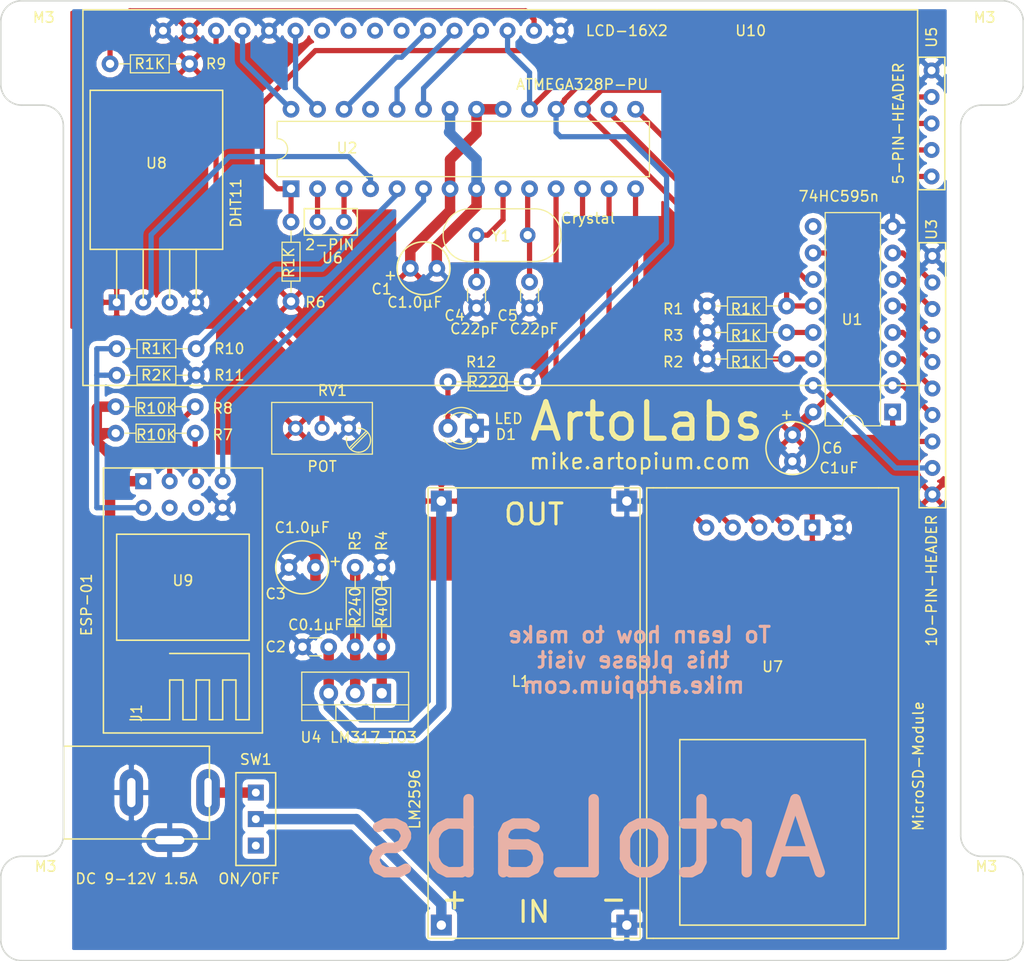
<source format=kicad_pcb>
(kicad_pcb (version 4) (host pcbnew 4.0.7-e2-6376~58~ubuntu16.04.1)

  (general
    (links 98)
    (no_connects 1)
    (area 85.971919 45.317277 184.121921 137.467279)
    (thickness 1.6)
    (drawings 28)
    (tracks 193)
    (zones 0)
    (modules 38)
    (nets 53)
  )

  (page A4)
  (layers
    (0 F.Cu signal)
    (31 B.Cu signal)
    (32 B.Adhes user)
    (33 F.Adhes user)
    (34 B.Paste user)
    (35 F.Paste user)
    (36 B.SilkS user)
    (37 F.SilkS user)
    (38 B.Mask user)
    (39 F.Mask user)
    (44 Edge.Cuts user)
    (45 Margin user)
    (46 B.CrtYd user)
    (47 F.CrtYd user)
    (48 B.Fab user)
    (49 F.Fab user)
  )

  (setup
    (last_trace_width 0.25)
    (user_trace_width 0.5)
    (user_trace_width 1)
    (trace_clearance 0.5)
    (zone_clearance 0.3)
    (zone_45_only yes)
    (trace_min 0.2)
    (segment_width 0.2)
    (edge_width 0.15)
    (via_size 0.6)
    (via_drill 0.4)
    (via_min_size 0.4)
    (via_min_drill 0.3)
    (uvia_size 0.3)
    (uvia_drill 0.1)
    (uvias_allowed no)
    (uvia_min_size 0.2)
    (uvia_min_drill 0.1)
    (pcb_text_width 0.3)
    (pcb_text_size 1.5 1.5)
    (mod_edge_width 0.15)
    (mod_text_size 1 1)
    (mod_text_width 0.15)
    (pad_size 1.524 1.524)
    (pad_drill 0.762)
    (pad_to_mask_clearance 0.08)
    (solder_mask_min_width 0.2)
    (aux_axis_origin 0 0)
    (visible_elements 7FFFFFFF)
    (pcbplotparams
      (layerselection 0x3f0ff_80000001)
      (usegerberextensions false)
      (excludeedgelayer true)
      (linewidth 0.100000)
      (plotframeref false)
      (viasonmask false)
      (mode 1)
      (useauxorigin false)
      (hpglpennumber 1)
      (hpglpenspeed 20)
      (hpglpendiameter 15)
      (hpglpenoverlay 2)
      (psnegative false)
      (psa4output false)
      (plotreference true)
      (plotvalue true)
      (plotinvisibletext false)
      (padsonsilk false)
      (subtractmaskfromsilk false)
      (outputformat 1)
      (mirror false)
      (drillshape 0)
      (scaleselection 1)
      (outputdirectory /home/ger/Desktop/room_sensor_box_kicad/gerber_files/))
  )

  (net 0 "")
  (net 1 +5V)
  (net 2 GND)
  (net 3 +3V3)
  (net 4 "Net-(C4-Pad2)")
  (net 5 "Net-(C5-Pad2)")
  (net 6 "Net-(D1-Pad2)")
  (net 7 "Net-(J1-Pad1)")
  (net 8 "Net-(L1-Pad2)")
  (net 9 /STCP_RCLK)
  (net 10 /DS_SER)
  (net 11 "Net-(R3-Pad1)")
  (net 12 "Net-(R4-Pad1)")
  (net 13 "Net-(R6-Pad2)")
  (net 14 "Net-(R7-Pad1)")
  (net 15 "Net-(R8-Pad1)")
  (net 16 "Net-(R9-Pad1)")
  (net 17 /ESP-RXD)
  (net 18 "Net-(R10-Pad2)")
  (net 19 /LED)
  (net 20 "Net-(RV1-Pad2)")
  (net 21 "Net-(U1-Pad1)")
  (net 22 "Net-(U1-Pad9)")
  (net 23 "Net-(U1-Pad2)")
  (net 24 "Net-(U1-Pad3)")
  (net 25 /SHCP_SRCLK)
  (net 26 "Net-(U1-Pad4)")
  (net 27 "Net-(U1-Pad5)")
  (net 28 "Net-(U1-Pad6)")
  (net 29 "Net-(U1-Pad7)")
  (net 30 "Net-(U1-Pad15)")
  (net 31 /LCD-16X2-RS)
  (net 32 "Net-(U2-Pad2)")
  (net 33 /LCD-16X2-E)
  (net 34 "Net-(U2-Pad3)")
  (net 35 /LCD-16X2-DB4)
  (net 36 /DHT11)
  (net 37 /LCD-16X2-DB5)
  (net 38 /LCD-16X2-DB6)
  (net 39 /ESP-TXD)
  (net 40 /LCD-16X2-DB7)
  (net 41 /MICROSD-CS)
  (net 42 "Net-(U2-Pad25)")
  (net 43 /MICROSD-SCK)
  (net 44 /MICROSD-MOSI)
  (net 45 /MICROSD-MISO)
  (net 46 "Net-(U8-Pad2)")
  (net 47 "Net-(U9-Pad2)")
  (net 48 "Net-(U9-Pad3)")
  (net 49 "Net-(U10-Pad7)")
  (net 50 "Net-(U10-Pad8)")
  (net 51 "Net-(U10-Pad9)")
  (net 52 "Net-(U10-Pad10)")

  (net_class Default "This is the default net class."
    (clearance 0.5)
    (trace_width 0.25)
    (via_dia 0.6)
    (via_drill 0.4)
    (uvia_dia 0.3)
    (uvia_drill 0.1)
    (add_net +3V3)
    (add_net +5V)
    (add_net /DHT11)
    (add_net /DS_SER)
    (add_net /ESP-RXD)
    (add_net /ESP-TXD)
    (add_net /LCD-16X2-DB4)
    (add_net /LCD-16X2-DB5)
    (add_net /LCD-16X2-DB6)
    (add_net /LCD-16X2-DB7)
    (add_net /LCD-16X2-E)
    (add_net /LCD-16X2-RS)
    (add_net /LED)
    (add_net /MICROSD-CS)
    (add_net /MICROSD-MISO)
    (add_net /MICROSD-MOSI)
    (add_net /MICROSD-SCK)
    (add_net /SHCP_SRCLK)
    (add_net /STCP_RCLK)
    (add_net GND)
    (add_net "Net-(C4-Pad2)")
    (add_net "Net-(C5-Pad2)")
    (add_net "Net-(D1-Pad2)")
    (add_net "Net-(J1-Pad1)")
    (add_net "Net-(L1-Pad2)")
    (add_net "Net-(R10-Pad2)")
    (add_net "Net-(R3-Pad1)")
    (add_net "Net-(R4-Pad1)")
    (add_net "Net-(R6-Pad2)")
    (add_net "Net-(R7-Pad1)")
    (add_net "Net-(R8-Pad1)")
    (add_net "Net-(R9-Pad1)")
    (add_net "Net-(RV1-Pad2)")
    (add_net "Net-(U1-Pad1)")
    (add_net "Net-(U1-Pad15)")
    (add_net "Net-(U1-Pad2)")
    (add_net "Net-(U1-Pad3)")
    (add_net "Net-(U1-Pad4)")
    (add_net "Net-(U1-Pad5)")
    (add_net "Net-(U1-Pad6)")
    (add_net "Net-(U1-Pad7)")
    (add_net "Net-(U1-Pad9)")
    (add_net "Net-(U10-Pad10)")
    (add_net "Net-(U10-Pad7)")
    (add_net "Net-(U10-Pad8)")
    (add_net "Net-(U10-Pad9)")
    (add_net "Net-(U2-Pad2)")
    (add_net "Net-(U2-Pad25)")
    (add_net "Net-(U2-Pad3)")
    (add_net "Net-(U8-Pad2)")
    (add_net "Net-(U9-Pad2)")
    (add_net "Net-(U9-Pad3)")
  )

  (module LEDs:LED_D3.0mm (layer F.Cu) (tedit 5AE928C0) (tstamp 5AE8C53E)
    (at 131.445 86.36 180)
    (descr "LED, diameter 3.0mm, 2 pins")
    (tags "LED diameter 3.0mm 2 pins")
    (path /5AE94B84)
    (fp_text reference D1 (at -3.016 -0.604 180) (layer F.SilkS)
      (effects (font (size 1 1) (thickness 0.15)))
    )
    (fp_text value LED (at -3.27 0.92 180) (layer F.SilkS)
      (effects (font (size 1 1) (thickness 0.15)))
    )
    (fp_arc (start 1.27 0) (end -0.23 -1.16619) (angle 284.3) (layer F.Fab) (width 0.1))
    (fp_arc (start 1.27 0) (end -0.29 -1.235516) (angle 108.8) (layer F.SilkS) (width 0.12))
    (fp_arc (start 1.27 0) (end -0.29 1.235516) (angle -108.8) (layer F.SilkS) (width 0.12))
    (fp_arc (start 1.27 0) (end 0.229039 -1.08) (angle 87.9) (layer F.SilkS) (width 0.12))
    (fp_arc (start 1.27 0) (end 0.229039 1.08) (angle -87.9) (layer F.SilkS) (width 0.12))
    (fp_circle (center 1.27 0) (end 2.77 0) (layer F.Fab) (width 0.1))
    (fp_line (start -0.23 -1.16619) (end -0.23 1.16619) (layer F.Fab) (width 0.1))
    (fp_line (start -0.29 -1.236) (end -0.29 -1.08) (layer F.SilkS) (width 0.12))
    (fp_line (start -0.29 1.08) (end -0.29 1.236) (layer F.SilkS) (width 0.12))
    (fp_line (start -1.15 -2.25) (end -1.15 2.25) (layer F.CrtYd) (width 0.05))
    (fp_line (start -1.15 2.25) (end 3.7 2.25) (layer F.CrtYd) (width 0.05))
    (fp_line (start 3.7 2.25) (end 3.7 -2.25) (layer F.CrtYd) (width 0.05))
    (fp_line (start 3.7 -2.25) (end -1.15 -2.25) (layer F.CrtYd) (width 0.05))
    (pad 1 thru_hole rect (at 0 0 180) (size 1.8 1.8) (drill 0.9) (layers *.Cu *.Mask)
      (net 2 GND))
    (pad 2 thru_hole circle (at 2.54 0 180) (size 1.8 1.8) (drill 0.9) (layers *.Cu *.Mask)
      (net 6 "Net-(D1-Pad2)"))
    (model ${KISYS3DMOD}/LEDs.3dshapes/LED_D3.0mm.wrl
      (at (xyz 0 0 0))
      (scale (xyz 0.393701 0.393701 0.393701))
      (rotate (xyz 0 0 0))
    )
  )

  (module sensi-pot:SWITCH (layer F.Cu) (tedit 5B0DC600) (tstamp 5AE8C5B0)
    (at 110.49 123.825 270)
    (path /5AE774C3)
    (fp_text reference SW1 (at -5.715 0 360) (layer F.SilkS)
      (effects (font (size 1 1) (thickness 0.15)))
    )
    (fp_text value ON/OFF (at 5.715 0.635 360) (layer F.SilkS)
      (effects (font (size 1 1) (thickness 0.15)))
    )
    (fp_line (start -4.445 -1.905) (end 4.445 -1.905) (layer F.SilkS) (width 0.15))
    (fp_line (start 4.445 -1.905) (end 4.445 1.905) (layer F.SilkS) (width 0.15))
    (fp_line (start 4.445 1.905) (end -4.445 1.905) (layer F.SilkS) (width 0.15))
    (fp_line (start -4.445 1.905) (end -4.445 -1.27) (layer F.SilkS) (width 0.15))
    (fp_line (start -4.445 -1.27) (end -4.445 -1.905) (layer F.SilkS) (width 0.15))
    (pad 1 thru_hole rect (at -2.54 0 270) (size 1.524 1.524) (drill 0.762) (layers *.Cu *.Mask)
      (net 7 "Net-(J1-Pad1)"))
    (pad 2 thru_hole rect (at 0 0 270) (size 1.524 1.524) (drill 0.762) (layers *.Cu *.Mask)
      (net 8 "Net-(L1-Pad2)"))
    (pad 3 thru_hole rect (at 2.54 0 270) (size 1.524 1.524) (drill 0.762) (layers *.Cu *.Mask))
  )

  (module Housings_DIP:DIP-16_W7.62mm (layer F.Cu) (tedit 5B0DC7B1) (tstamp 5AE8C5C4)
    (at 171.52504 84.803046 180)
    (descr "16-lead though-hole mounted DIP package, row spacing 7.62 mm (300 mils)")
    (tags "THT DIP DIL PDIP 2.54mm 7.62mm 300mil")
    (path /5AE7CCAA)
    (fp_text reference U1 (at 3.88504 8.857046 360) (layer F.SilkS)
      (effects (font (size 1 1) (thickness 0.15)))
    )
    (fp_text value 74HC595n (at 5.15504 20.668046 360) (layer F.SilkS)
      (effects (font (size 1 1) (thickness 0.15)))
    )
    (fp_arc (start 3.81 -1.33) (end 2.81 -1.33) (angle -180) (layer F.SilkS) (width 0.12))
    (fp_line (start 1.635 -1.27) (end 6.985 -1.27) (layer F.Fab) (width 0.1))
    (fp_line (start 6.985 -1.27) (end 6.985 19.05) (layer F.Fab) (width 0.1))
    (fp_line (start 6.985 19.05) (end 0.635 19.05) (layer F.Fab) (width 0.1))
    (fp_line (start 0.635 19.05) (end 0.635 -0.27) (layer F.Fab) (width 0.1))
    (fp_line (start 0.635 -0.27) (end 1.635 -1.27) (layer F.Fab) (width 0.1))
    (fp_line (start 2.81 -1.33) (end 1.16 -1.33) (layer F.SilkS) (width 0.12))
    (fp_line (start 1.16 -1.33) (end 1.16 19.11) (layer F.SilkS) (width 0.12))
    (fp_line (start 1.16 19.11) (end 6.46 19.11) (layer F.SilkS) (width 0.12))
    (fp_line (start 6.46 19.11) (end 6.46 -1.33) (layer F.SilkS) (width 0.12))
    (fp_line (start 6.46 -1.33) (end 4.81 -1.33) (layer F.SilkS) (width 0.12))
    (fp_line (start -1.1 -1.55) (end -1.1 19.3) (layer F.CrtYd) (width 0.05))
    (fp_line (start -1.1 19.3) (end 8.7 19.3) (layer F.CrtYd) (width 0.05))
    (fp_line (start 8.7 19.3) (end 8.7 -1.55) (layer F.CrtYd) (width 0.05))
    (fp_line (start 8.7 -1.55) (end -1.1 -1.55) (layer F.CrtYd) (width 0.05))
    (fp_text user %R (at 3.81 8.89 180) (layer F.Fab)
      (effects (font (size 1 1) (thickness 0.15)))
    )
    (pad 1 thru_hole rect (at 0 0 180) (size 1.6 1.6) (drill 0.8) (layers *.Cu *.Mask)
      (net 21 "Net-(U1-Pad1)"))
    (pad 9 thru_hole oval (at 7.62 17.78 180) (size 1.6 1.6) (drill 0.8) (layers *.Cu *.Mask)
      (net 22 "Net-(U1-Pad9)"))
    (pad 2 thru_hole oval (at 0 2.54 180) (size 1.6 1.6) (drill 0.8) (layers *.Cu *.Mask)
      (net 23 "Net-(U1-Pad2)"))
    (pad 10 thru_hole oval (at 7.62 15.24 180) (size 1.6 1.6) (drill 0.8) (layers *.Cu *.Mask)
      (net 1 +5V))
    (pad 3 thru_hole oval (at 0 5.08 180) (size 1.6 1.6) (drill 0.8) (layers *.Cu *.Mask)
      (net 24 "Net-(U1-Pad3)"))
    (pad 11 thru_hole oval (at 7.62 12.7 180) (size 1.6 1.6) (drill 0.8) (layers *.Cu *.Mask)
      (net 25 /SHCP_SRCLK))
    (pad 4 thru_hole oval (at 0 7.62 180) (size 1.6 1.6) (drill 0.8) (layers *.Cu *.Mask)
      (net 26 "Net-(U1-Pad4)"))
    (pad 12 thru_hole oval (at 7.62 10.16 180) (size 1.6 1.6) (drill 0.8) (layers *.Cu *.Mask)
      (net 9 /STCP_RCLK))
    (pad 5 thru_hole oval (at 0 10.16 180) (size 1.6 1.6) (drill 0.8) (layers *.Cu *.Mask)
      (net 27 "Net-(U1-Pad5)"))
    (pad 13 thru_hole oval (at 7.62 7.62 180) (size 1.6 1.6) (drill 0.8) (layers *.Cu *.Mask)
      (net 11 "Net-(R3-Pad1)"))
    (pad 6 thru_hole oval (at 0 12.7 180) (size 1.6 1.6) (drill 0.8) (layers *.Cu *.Mask)
      (net 28 "Net-(U1-Pad6)"))
    (pad 14 thru_hole oval (at 7.62 5.08 180) (size 1.6 1.6) (drill 0.8) (layers *.Cu *.Mask)
      (net 10 /DS_SER))
    (pad 7 thru_hole oval (at 0 15.24 180) (size 1.6 1.6) (drill 0.8) (layers *.Cu *.Mask)
      (net 29 "Net-(U1-Pad7)"))
    (pad 15 thru_hole oval (at 7.62 2.54 180) (size 1.6 1.6) (drill 0.8) (layers *.Cu *.Mask)
      (net 30 "Net-(U1-Pad15)"))
    (pad 8 thru_hole oval (at 0 17.78 180) (size 1.6 1.6) (drill 0.8) (layers *.Cu *.Mask)
      (net 2 GND))
    (pad 16 thru_hole oval (at 7.62 0 180) (size 1.6 1.6) (drill 0.8) (layers *.Cu *.Mask)
      (net 1 +5V))
    (model ${KISYS3DMOD}/Housings_DIP.3dshapes/DIP-16_W7.62mm.wrl
      (at (xyz 0 0 0))
      (scale (xyz 1 1 1))
      (rotate (xyz 0 0 0))
    )
  )

  (module Housings_DIP:DIP-28_W7.62mm (layer F.Cu) (tedit 5AE9AA58) (tstamp 5AE8C5E4)
    (at 113.86692 63.410278 90)
    (descr "28-lead though-hole mounted DIP package, row spacing 7.62 mm (300 mils)")
    (tags "THT DIP DIL PDIP 2.54mm 7.62mm 300mil")
    (path /5AE76E90)
    (fp_text reference U2 (at 3.906 5.366 180) (layer F.SilkS)
      (effects (font (size 1 1) (thickness 0.15)))
    )
    (fp_text value ATMEGA328P-PU (at 10.002 27.9085 180) (layer F.SilkS)
      (effects (font (size 1 1) (thickness 0.15)))
    )
    (fp_arc (start 3.81 -1.33) (end 2.81 -1.33) (angle -180) (layer F.SilkS) (width 0.12))
    (fp_line (start 1.635 -1.27) (end 6.985 -1.27) (layer F.Fab) (width 0.1))
    (fp_line (start 6.985 -1.27) (end 6.985 34.29) (layer F.Fab) (width 0.1))
    (fp_line (start 6.985 34.29) (end 0.635 34.29) (layer F.Fab) (width 0.1))
    (fp_line (start 0.635 34.29) (end 0.635 -0.27) (layer F.Fab) (width 0.1))
    (fp_line (start 0.635 -0.27) (end 1.635 -1.27) (layer F.Fab) (width 0.1))
    (fp_line (start 2.81 -1.33) (end 1.16 -1.33) (layer F.SilkS) (width 0.12))
    (fp_line (start 1.16 -1.33) (end 1.16 34.35) (layer F.SilkS) (width 0.12))
    (fp_line (start 1.16 34.35) (end 6.46 34.35) (layer F.SilkS) (width 0.12))
    (fp_line (start 6.46 34.35) (end 6.46 -1.33) (layer F.SilkS) (width 0.12))
    (fp_line (start 6.46 -1.33) (end 4.81 -1.33) (layer F.SilkS) (width 0.12))
    (fp_line (start -1.1 -1.55) (end -1.1 34.55) (layer F.CrtYd) (width 0.05))
    (fp_line (start -1.1 34.55) (end 8.7 34.55) (layer F.CrtYd) (width 0.05))
    (fp_line (start 8.7 34.55) (end 8.7 -1.55) (layer F.CrtYd) (width 0.05))
    (fp_line (start 8.7 -1.55) (end -1.1 -1.55) (layer F.CrtYd) (width 0.05))
    (fp_text user %R (at 3.81 16.51 90) (layer F.Fab)
      (effects (font (size 1 1) (thickness 0.15)))
    )
    (pad 1 thru_hole rect (at 0 0 90) (size 1.6 1.6) (drill 0.8) (layers *.Cu *.Mask)
      (net 13 "Net-(R6-Pad2)"))
    (pad 15 thru_hole oval (at 7.62 33.02 90) (size 1.6 1.6) (drill 0.8) (layers *.Cu *.Mask)
      (net 25 /SHCP_SRCLK))
    (pad 2 thru_hole oval (at 0 2.54 90) (size 1.6 1.6) (drill 0.8) (layers *.Cu *.Mask)
      (net 32 "Net-(U2-Pad2)"))
    (pad 16 thru_hole oval (at 7.62 30.48 90) (size 1.6 1.6) (drill 0.8) (layers *.Cu *.Mask)
      (net 9 /STCP_RCLK))
    (pad 3 thru_hole oval (at 0 5.08 90) (size 1.6 1.6) (drill 0.8) (layers *.Cu *.Mask)
      (net 34 "Net-(U2-Pad3)"))
    (pad 17 thru_hole oval (at 7.62 27.94 90) (size 1.6 1.6) (drill 0.8) (layers *.Cu *.Mask)
      (net 10 /DS_SER))
    (pad 4 thru_hole oval (at 0 7.62 90) (size 1.6 1.6) (drill 0.8) (layers *.Cu *.Mask)
      (net 36 /DHT11))
    (pad 18 thru_hole oval (at 7.62 25.4 90) (size 1.6 1.6) (drill 0.8) (layers *.Cu *.Mask)
      (net 19 /LED))
    (pad 5 thru_hole oval (at 0 10.16 90) (size 1.6 1.6) (drill 0.8) (layers *.Cu *.Mask)
      (net 17 /ESP-RXD))
    (pad 19 thru_hole oval (at 7.62 22.86 90) (size 1.6 1.6) (drill 0.8) (layers *.Cu *.Mask)
      (net 40 /LCD-16X2-DB7))
    (pad 6 thru_hole oval (at 0 12.7 90) (size 1.6 1.6) (drill 0.8) (layers *.Cu *.Mask)
      (net 39 /ESP-TXD))
    (pad 20 thru_hole oval (at 7.62 20.32 90) (size 1.6 1.6) (drill 0.8) (layers *.Cu *.Mask)
      (net 1 +5V))
    (pad 7 thru_hole oval (at 0 15.24 90) (size 1.6 1.6) (drill 0.8) (layers *.Cu *.Mask)
      (net 1 +5V))
    (pad 21 thru_hole oval (at 7.62 17.78 90) (size 1.6 1.6) (drill 0.8) (layers *.Cu *.Mask)
      (net 1 +5V))
    (pad 8 thru_hole oval (at 0 17.78 90) (size 1.6 1.6) (drill 0.8) (layers *.Cu *.Mask)
      (net 2 GND))
    (pad 22 thru_hole oval (at 7.62 15.24 90) (size 1.6 1.6) (drill 0.8) (layers *.Cu *.Mask)
      (net 2 GND))
    (pad 9 thru_hole oval (at 0 20.32 90) (size 1.6 1.6) (drill 0.8) (layers *.Cu *.Mask)
      (net 4 "Net-(C4-Pad2)"))
    (pad 23 thru_hole oval (at 7.62 12.7 90) (size 1.6 1.6) (drill 0.8) (layers *.Cu *.Mask)
      (net 38 /LCD-16X2-DB6))
    (pad 10 thru_hole oval (at 0 22.86 90) (size 1.6 1.6) (drill 0.8) (layers *.Cu *.Mask)
      (net 5 "Net-(C5-Pad2)"))
    (pad 24 thru_hole oval (at 7.62 10.16 90) (size 1.6 1.6) (drill 0.8) (layers *.Cu *.Mask)
      (net 37 /LCD-16X2-DB5))
    (pad 11 thru_hole oval (at 0 25.4 90) (size 1.6 1.6) (drill 0.8) (layers *.Cu *.Mask)
      (net 41 /MICROSD-CS))
    (pad 25 thru_hole oval (at 7.62 7.62 90) (size 1.6 1.6) (drill 0.8) (layers *.Cu *.Mask)
      (net 42 "Net-(U2-Pad25)"))
    (pad 12 thru_hole oval (at 0 27.94 90) (size 1.6 1.6) (drill 0.8) (layers *.Cu *.Mask)
      (net 43 /MICROSD-SCK))
    (pad 26 thru_hole oval (at 7.62 5.08 90) (size 1.6 1.6) (drill 0.8) (layers *.Cu *.Mask)
      (net 35 /LCD-16X2-DB4))
    (pad 13 thru_hole oval (at 0 30.48 90) (size 1.6 1.6) (drill 0.8) (layers *.Cu *.Mask)
      (net 44 /MICROSD-MOSI))
    (pad 27 thru_hole oval (at 7.62 2.54 90) (size 1.6 1.6) (drill 0.8) (layers *.Cu *.Mask)
      (net 33 /LCD-16X2-E))
    (pad 14 thru_hole oval (at 0 33.02 90) (size 1.6 1.6) (drill 0.8) (layers *.Cu *.Mask)
      (net 45 /MICROSD-MISO))
    (pad 28 thru_hole oval (at 7.62 0 90) (size 1.6 1.6) (drill 0.8) (layers *.Cu *.Mask)
      (net 31 /LCD-16X2-RS))
    (model ${KISYS3DMOD}/Housings_DIP.3dshapes/DIP-28_W7.62mm.wrl
      (at (xyz 0 0 0))
      (scale (xyz 1 1 1))
      (rotate (xyz 0 0 0))
    )
  )

  (module sensi-pot:10-PIN (layer F.Cu) (tedit 5B0DC7F3) (tstamp 5AE8C5F6)
    (at 175.33504 82.55 90)
    (path /5AE7C28E)
    (fp_text reference U3 (at 15.24 -0.07504 90) (layer F.SilkS)
      (effects (font (size 1 1) (thickness 0.15)))
    )
    (fp_text value 10-PIN-HEADER (at -18.415 -0.07504 90) (layer F.SilkS)
      (effects (font (size 1 1) (thickness 0.15)))
    )
    (fp_line (start -11.43 -1.27) (end 13.97 -1.27) (layer F.SilkS) (width 0.15))
    (fp_line (start 13.97 -1.27) (end 13.97 1.27) (layer F.SilkS) (width 0.15))
    (fp_line (start 13.97 1.27) (end -11.43 1.27) (layer F.SilkS) (width 0.15))
    (fp_line (start -11.43 1.27) (end -11.43 -1.27) (layer F.SilkS) (width 0.15))
    (pad 5 thru_hole circle (at 0 0 90) (size 1.524 1.524) (drill 0.762) (layers *.Cu *.Mask)
      (net 24 "Net-(U1-Pad3)"))
    (pad 4 thru_hole circle (at -2.54 0 90) (size 1.524 1.524) (drill 0.762) (layers *.Cu *.Mask)
      (net 23 "Net-(U1-Pad2)"))
    (pad 3 thru_hole circle (at -5.08 0 90) (size 1.524 1.524) (drill 0.762) (layers *.Cu *.Mask)
      (net 21 "Net-(U1-Pad1)"))
    (pad 2 thru_hole circle (at -7.62 0 90) (size 1.524 1.524) (drill 0.762) (layers *.Cu *.Mask)
      (net 30 "Net-(U1-Pad15)"))
    (pad 1 thru_hole circle (at -10.16 0 90) (size 1.524 1.524) (drill 0.762) (layers *.Cu *.Mask)
      (net 1 +5V))
    (pad 6 thru_hole circle (at 2.54 0 90) (size 1.524 1.524) (drill 0.762) (layers *.Cu *.Mask)
      (net 26 "Net-(U1-Pad4)"))
    (pad 7 thru_hole circle (at 5.08 0 90) (size 1.524 1.524) (drill 0.762) (layers *.Cu *.Mask)
      (net 27 "Net-(U1-Pad5)"))
    (pad 8 thru_hole circle (at 7.62 0 90) (size 1.524 1.524) (drill 0.762) (layers *.Cu *.Mask)
      (net 28 "Net-(U1-Pad6)"))
    (pad 9 thru_hole circle (at 10.16 0 90) (size 1.524 1.524) (drill 0.762) (layers *.Cu *.Mask)
      (net 29 "Net-(U1-Pad7)"))
    (pad 10 thru_hole circle (at 12.7 0 90) (size 1.524 1.524) (drill 0.762) (layers *.Cu *.Mask)
      (net 2 GND))
  )

  (module sensi-pot:5-PIN (layer F.Cu) (tedit 5B0DC855) (tstamp 5AE8C60A)
    (at 175.26 57.15 90)
    (path /5AE7E04A)
    (fp_text reference U5 (at 8.255 0 90) (layer F.SilkS)
      (effects (font (size 1 1) (thickness 0.15)))
    )
    (fp_text value 5-PIN-HEADER (at 0 -3.175 90) (layer F.SilkS)
      (effects (font (size 1 1) (thickness 0.15)))
    )
    (fp_line (start -6.35 -1.27) (end 6.35 -1.27) (layer F.SilkS) (width 0.15))
    (fp_line (start 6.35 -1.27) (end 6.35 1.27) (layer F.SilkS) (width 0.15))
    (fp_line (start 6.35 1.27) (end -6.35 1.27) (layer F.SilkS) (width 0.15))
    (fp_line (start -6.35 1.27) (end -6.35 -1.27) (layer F.SilkS) (width 0.15))
    (pad 2 thru_hole circle (at -2.54 0 90) (size 1.524 1.524) (drill 0.762) (layers *.Cu *.Mask)
      (net 19 /LED))
    (pad 3 thru_hole circle (at 0 0 90) (size 1.524 1.524) (drill 0.762) (layers *.Cu *.Mask)
      (net 40 /LCD-16X2-DB7))
    (pad 1 thru_hole circle (at -5.08 0 90) (size 1.524 1.524) (drill 0.762) (layers *.Cu *.Mask)
      (net 10 /DS_SER))
    (pad 4 thru_hole circle (at 2.54 0 90) (size 1.524 1.524) (drill 0.762) (layers *.Cu *.Mask)
      (net 13 "Net-(R6-Pad2)"))
    (pad 5 thru_hole circle (at 5.08 0 90) (size 1.524 1.524) (drill 0.762) (layers *.Cu *.Mask)
      (net 2 GND))
  )

  (module sensi-pot:2-PIN (layer F.Cu) (tedit 5B0DC6F3) (tstamp 5AE8C614)
    (at 116.40692 66.585278)
    (path /5AE7CFA9)
    (fp_text reference U6 (at 1.429 3.46) (layer F.SilkS)
      (effects (font (size 1 1) (thickness 0.15)))
    )
    (fp_text value 2-PIN (at 1.175 2.19) (layer F.SilkS)
      (effects (font (size 1 1) (thickness 0.15)))
    )
    (fp_line (start -1.27 -1.27) (end 3.81 -1.27) (layer F.SilkS) (width 0.15))
    (fp_line (start 3.81 -1.27) (end 3.81 1.27) (layer F.SilkS) (width 0.15))
    (fp_line (start 3.81 1.27) (end -1.27 1.27) (layer F.SilkS) (width 0.15))
    (fp_line (start -1.27 1.27) (end -1.27 -1.27) (layer F.SilkS) (width 0.15))
    (pad 1 thru_hole circle (at 0 0) (size 1.524 1.524) (drill 0.762) (layers *.Cu *.Mask)
      (net 32 "Net-(U2-Pad2)"))
    (pad 2 thru_hole circle (at 2.54 0) (size 1.524 1.524) (drill 0.762) (layers *.Cu *.Mask)
      (net 34 "Net-(U2-Pad3)"))
  )

  (module sensi-pot:MICROSD (layer F.Cu) (tedit 5B0DC758) (tstamp 5AE8C62C)
    (at 158.75 100.965 180)
    (path /5AE7C2EF)
    (fp_text reference U7 (at -1.27 -8.255 180) (layer F.SilkS)
      (effects (font (size 1 1) (thickness 0.15)))
    )
    (fp_text value MicroSD-Module (at -15.24 -17.78 270) (layer F.SilkS)
      (effects (font (size 1 1) (thickness 0.15)))
    )
    (fp_line (start -10.16 -33.02) (end -10.16 -15.24) (layer F.SilkS) (width 0.15))
    (fp_line (start -10.16 -15.24) (end 7.62 -15.24) (layer F.SilkS) (width 0.15))
    (fp_line (start 7.62 -15.24) (end 7.62 -33.02) (layer F.SilkS) (width 0.15))
    (fp_line (start 7.62 -33.02) (end -10.16 -33.02) (layer F.SilkS) (width 0.15))
    (fp_line (start 10.16 -34.29) (end 10.795 -34.29) (layer F.SilkS) (width 0.15))
    (fp_line (start -13.335 8.89) (end -13.335 -34.29) (layer F.SilkS) (width 0.15))
    (fp_line (start -13.335 -34.29) (end -12.7 -34.29) (layer F.SilkS) (width 0.15))
    (fp_line (start 10.795 8.89) (end 10.795 -34.29) (layer F.SilkS) (width 0.15))
    (fp_line (start 10.16 -34.29) (end -12.7 -34.29) (layer F.SilkS) (width 0.15))
    (fp_line (start 10.795 8.89) (end 10.16 8.89) (layer F.SilkS) (width 0.15))
    (fp_line (start -13.335 8.89) (end -12.7 8.89) (layer F.SilkS) (width 0.15))
    (fp_line (start 10.16 8.89) (end 8.89 8.89) (layer F.SilkS) (width 0.15))
    (fp_line (start -12.7 8.89) (end -11.43 8.89) (layer F.SilkS) (width 0.15))
    (fp_line (start -11.43 8.89) (end 8.89 8.89) (layer F.SilkS) (width 0.15))
    (pad 6 thru_hole circle (at -7.62 5.08 180) (size 1.524 1.524) (drill 0.762) (layers *.Cu *.Mask)
      (net 2 GND))
    (pad 5 thru_hole rect (at -5.08 5.08 180) (size 1.524 1.524) (drill 0.762) (layers *.Cu *.Mask)
      (net 1 +5V))
    (pad 4 thru_hole circle (at -2.54 5.08 180) (size 1.524 1.524) (drill 0.762) (layers *.Cu *.Mask)
      (net 45 /MICROSD-MISO))
    (pad 3 thru_hole circle (at 0 5.08 180) (size 1.524 1.524) (drill 0.762) (layers *.Cu *.Mask)
      (net 44 /MICROSD-MOSI))
    (pad 2 thru_hole circle (at 2.54 5.08 180) (size 1.524 1.524) (drill 0.762) (layers *.Cu *.Mask)
      (net 43 /MICROSD-SCK))
    (pad 1 thru_hole circle (at 5.08 5.08 180) (size 1.524 1.524) (drill 0.762) (layers *.Cu *.Mask)
      (net 41 /MICROSD-CS))
  )

  (module sensi-pot:DHT11 (layer F.Cu) (tedit 5B0DC71F) (tstamp 5AE8C63C)
    (at 100.965 61.595)
    (path /5AE7C245)
    (fp_text reference U8 (at 0 -0.635) (layer F.SilkS)
      (effects (font (size 1 1) (thickness 0.15)))
    )
    (fp_text value DHT11 (at 7.62 3.175 270) (layer F.SilkS)
      (effects (font (size 1 1) (thickness 0.15)))
    )
    (fp_line (start 3.81 7.62) (end 3.81 12.7) (layer F.SilkS) (width 0.15))
    (fp_line (start 1.27 7.62) (end 1.27 12.7) (layer F.SilkS) (width 0.15))
    (fp_line (start -1.27 7.62) (end -1.27 12.7) (layer F.SilkS) (width 0.15))
    (fp_line (start -3.81 7.62) (end -3.81 12.7) (layer F.SilkS) (width 0.15))
    (fp_line (start -6.35 7.62) (end 6.35 7.62) (layer F.SilkS) (width 0.15))
    (fp_line (start 6.35 7.62) (end 6.35 -7.62) (layer F.SilkS) (width 0.15))
    (fp_line (start 6.35 -7.62) (end -6.35 -7.62) (layer F.SilkS) (width 0.15))
    (fp_line (start -6.35 -7.62) (end -6.35 7.62) (layer F.SilkS) (width 0.15))
    (pad 2 thru_hole circle (at 1.27 12.7) (size 1.524 1.524) (drill 0.762) (layers *.Cu *.Mask)
      (net 46 "Net-(U8-Pad2)"))
    (pad 1 thru_hole circle (at 3.81 12.7) (size 1.524 1.524) (drill 0.762) (layers *.Cu *.Mask)
      (net 2 GND))
    (pad 3 thru_hole circle (at -1.27 12.7) (size 1.524 1.524) (drill 0.762) (layers *.Cu *.Mask)
      (net 36 /DHT11))
    (pad 4 thru_hole rect (at -3.81 12.7) (size 1.524 1.524) (drill 0.762) (layers *.Cu *.Mask)
      (net 1 +5V))
  )

  (module sensi-pot:ESP01 (layer F.Cu) (tedit 5AE92A88) (tstamp 5AE8C65F)
    (at 102.87 101.6 180)
    (path /5AE7C1B9)
    (fp_text reference U9 (at -0.635 0.635 180) (layer F.SilkS)
      (effects (font (size 1 1) (thickness 0.15)))
    )
    (fp_text value ESP-01 (at 8.604 -1.682 270) (layer F.SilkS)
      (effects (font (size 1 1) (thickness 0.15)))
    )
    (fp_line (start 0.635 -6.35) (end -6.985 -6.35) (layer F.SilkS) (width 0.15))
    (fp_line (start -6.985 -6.35) (end -6.985 -12.7) (layer F.SilkS) (width 0.15))
    (fp_line (start -6.985 -12.7) (end -5.715 -12.7) (layer F.SilkS) (width 0.15))
    (fp_line (start -5.715 -12.7) (end -5.715 -8.89) (layer F.SilkS) (width 0.15))
    (fp_line (start -5.715 -8.89) (end -4.445 -8.89) (layer F.SilkS) (width 0.15))
    (fp_line (start -4.445 -8.89) (end -4.445 -12.7) (layer F.SilkS) (width 0.15))
    (fp_line (start -4.445 -12.7) (end -3.175 -12.7) (layer F.SilkS) (width 0.15))
    (fp_line (start -3.175 -12.7) (end -3.175 -8.89) (layer F.SilkS) (width 0.15))
    (fp_line (start -3.175 -8.89) (end -1.905 -8.89) (layer F.SilkS) (width 0.15))
    (fp_line (start -1.905 -8.89) (end -1.905 -12.7) (layer F.SilkS) (width 0.15))
    (fp_line (start -1.905 -12.7) (end -0.635 -12.7) (layer F.SilkS) (width 0.15))
    (fp_line (start -0.635 -12.7) (end -0.635 -8.89) (layer F.SilkS) (width 0.15))
    (fp_line (start -0.635 -8.89) (end 0.635 -8.89) (layer F.SilkS) (width 0.15))
    (fp_line (start 0.635 -8.89) (end 0.635 -12.7) (layer F.SilkS) (width 0.15))
    (fp_line (start 0.635 -12.7) (end 4.445 -12.7) (layer F.SilkS) (width 0.15))
    (fp_line (start -6.985 -5.08) (end -6.985 5.08) (layer F.SilkS) (width 0.15))
    (fp_line (start -6.985 5.08) (end 5.715 5.08) (layer F.SilkS) (width 0.15))
    (fp_line (start 5.715 5.08) (end 5.715 -5.08) (layer F.SilkS) (width 0.15))
    (fp_line (start 5.715 -5.08) (end -6.985 -5.08) (layer F.SilkS) (width 0.15))
    (fp_line (start -8.255 11.43) (end -8.255 -13.97) (layer F.SilkS) (width 0.15))
    (fp_line (start -8.255 -13.97) (end 6.985 -13.97) (layer F.SilkS) (width 0.15))
    (fp_line (start 6.985 -13.97) (end 6.985 11.43) (layer F.SilkS) (width 0.15))
    (fp_line (start 6.985 11.43) (end -8.255 11.43) (layer F.SilkS) (width 0.15))
    (pad 2 thru_hole circle (at -1.905 7.62 180) (size 1.524 1.524) (drill 0.762) (layers *.Cu *.Mask)
      (net 47 "Net-(U9-Pad2)"))
    (pad 1 thru_hole circle (at -4.445 7.62 180) (size 1.524 1.524) (drill 0.762) (layers *.Cu *.Mask)
      (net 2 GND))
    (pad 3 thru_hole circle (at 0.635 7.62 180) (size 1.524 1.524) (drill 0.762) (layers *.Cu *.Mask)
      (net 48 "Net-(U9-Pad3)"))
    (pad 4 thru_hole circle (at 3.175 7.62 180) (size 1.524 1.524) (drill 0.762) (layers *.Cu *.Mask)
      (net 18 "Net-(R10-Pad2)"))
    (pad 5 thru_hole rect (at 3.175 10.16 180) (size 1.524 1.524) (drill 0.762) (layers *.Cu *.Mask)
      (net 3 +3V3))
    (pad 6 thru_hole circle (at 0.635 10.16 180) (size 1.524 1.524) (drill 0.762) (layers *.Cu *.Mask)
      (net 15 "Net-(R8-Pad1)"))
    (pad 7 thru_hole circle (at -1.905 10.16 180) (size 1.524 1.524) (drill 0.762) (layers *.Cu *.Mask)
      (net 14 "Net-(R7-Pad1)"))
    (pad 8 thru_hole circle (at -4.445 10.16 180) (size 1.524 1.524) (drill 0.762) (layers *.Cu *.Mask)
      (net 39 /ESP-TXD))
  )

  (module sensi-pot:LCD-16x2 (layer F.Cu) (tedit 5B0DC80B) (tstamp 5AE8C678)
    (at 121.92 48.26)
    (path /5AE7C1F8)
    (fp_text reference U10 (at 36 0) (layer F.SilkS)
      (effects (font (size 1 1) (thickness 0.15)))
    )
    (fp_text value LCD-16X2 (at 24.13 0) (layer F.SilkS)
      (effects (font (size 1 1) (thickness 0.15)))
    )
    (fp_line (start -28 -2) (end -28 34) (layer F.SilkS) (width 0.15))
    (fp_line (start -28 34) (end 52 34) (layer F.SilkS) (width 0.15))
    (fp_line (start 52 34) (end 52 -2) (layer F.SilkS) (width 0.15))
    (fp_line (start 52 -2) (end 27 -2) (layer F.SilkS) (width 0.15))
    (fp_line (start -28 -2) (end 27 -2) (layer F.SilkS) (width 0.15))
    (pad 1 thru_hole circle (at -20.32 0) (size 1.524 1.524) (drill 0.762) (layers *.Cu *.Mask)
      (net 2 GND))
    (pad 2 thru_hole circle (at -17.78 0) (size 1.524 1.524) (drill 0.762) (layers *.Cu *.Mask)
      (net 1 +5V))
    (pad 3 thru_hole circle (at -15.24 0) (size 1.524 1.524) (drill 0.762) (layers *.Cu *.Mask)
      (net 20 "Net-(RV1-Pad2)"))
    (pad 4 thru_hole circle (at -12.7 0) (size 1.524 1.524) (drill 0.762) (layers *.Cu *.Mask)
      (net 31 /LCD-16X2-RS))
    (pad 5 thru_hole circle (at -10.16 0) (size 1.524 1.524) (drill 0.762) (layers *.Cu *.Mask)
      (net 2 GND))
    (pad 6 thru_hole circle (at -7.62 0) (size 1.524 1.524) (drill 0.762) (layers *.Cu *.Mask)
      (net 33 /LCD-16X2-E))
    (pad 7 thru_hole circle (at -5.08 0) (size 1.524 1.524) (drill 0.762) (layers *.Cu *.Mask)
      (net 49 "Net-(U10-Pad7)"))
    (pad 8 thru_hole circle (at -2.54 0) (size 1.524 1.524) (drill 0.762) (layers *.Cu *.Mask)
      (net 50 "Net-(U10-Pad8)"))
    (pad 9 thru_hole circle (at 0 0) (size 1.524 1.524) (drill 0.762) (layers *.Cu *.Mask)
      (net 51 "Net-(U10-Pad9)"))
    (pad 10 thru_hole circle (at 2.54 0) (size 1.524 1.524) (drill 0.762) (layers *.Cu *.Mask)
      (net 52 "Net-(U10-Pad10)"))
    (pad 11 thru_hole circle (at 5.08 0) (size 1.524 1.524) (drill 0.762) (layers *.Cu *.Mask)
      (net 35 /LCD-16X2-DB4))
    (pad 12 thru_hole circle (at 7.62 0) (size 1.524 1.524) (drill 0.762) (layers *.Cu *.Mask)
      (net 37 /LCD-16X2-DB5))
    (pad 13 thru_hole circle (at 10.16 0) (size 1.524 1.524) (drill 0.762) (layers *.Cu *.Mask)
      (net 38 /LCD-16X2-DB6))
    (pad 14 thru_hole circle (at 12.7 0) (size 1.524 1.524) (drill 0.762) (layers *.Cu *.Mask)
      (net 40 /LCD-16X2-DB7))
    (pad 15 thru_hole circle (at 15.24 0) (size 1.524 1.524) (drill 0.762) (layers *.Cu *.Mask)
      (net 16 "Net-(R9-Pad1)"))
    (pad 16 thru_hole circle (at 17.78 0) (size 1.524 1.524) (drill 0.762) (layers *.Cu *.Mask)
      (net 2 GND))
  )

  (module Crystals:Crystal_HC18-U_Vertical (layer F.Cu) (tedit 5B0DC6DF) (tstamp 5AE8C67E)
    (at 131.64692 67.855278)
    (descr "Crystal THT HC-18/U, http://5hertz.com/pdfs/04404_D.pdf")
    (tags "THT crystalHC-18/U")
    (path /5AE7B250)
    (fp_text reference Y1 (at 2.33808 0.089722 180) (layer F.SilkS)
      (effects (font (size 1 1) (thickness 0.15)))
    )
    (fp_text value Crystal (at 10.7 -1.62) (layer F.SilkS)
      (effects (font (size 1 1) (thickness 0.15)))
    )
    (fp_text user %R (at 2.45 0) (layer F.Fab)
      (effects (font (size 1 1) (thickness 0.15)))
    )
    (fp_line (start -0.675 -2.325) (end 5.575 -2.325) (layer F.Fab) (width 0.1))
    (fp_line (start -0.675 2.325) (end 5.575 2.325) (layer F.Fab) (width 0.1))
    (fp_line (start -0.55 -2) (end 5.45 -2) (layer F.Fab) (width 0.1))
    (fp_line (start -0.55 2) (end 5.45 2) (layer F.Fab) (width 0.1))
    (fp_line (start -0.675 -2.525) (end 5.575 -2.525) (layer F.SilkS) (width 0.12))
    (fp_line (start -0.675 2.525) (end 5.575 2.525) (layer F.SilkS) (width 0.12))
    (fp_line (start -3.5 -2.8) (end -3.5 2.8) (layer F.CrtYd) (width 0.05))
    (fp_line (start -3.5 2.8) (end 8.4 2.8) (layer F.CrtYd) (width 0.05))
    (fp_line (start 8.4 2.8) (end 8.4 -2.8) (layer F.CrtYd) (width 0.05))
    (fp_line (start 8.4 -2.8) (end -3.5 -2.8) (layer F.CrtYd) (width 0.05))
    (fp_arc (start -0.675 0) (end -0.675 -2.325) (angle -180) (layer F.Fab) (width 0.1))
    (fp_arc (start 5.575 0) (end 5.575 -2.325) (angle 180) (layer F.Fab) (width 0.1))
    (fp_arc (start -0.55 0) (end -0.55 -2) (angle -180) (layer F.Fab) (width 0.1))
    (fp_arc (start 5.45 0) (end 5.45 -2) (angle 180) (layer F.Fab) (width 0.1))
    (fp_arc (start -0.675 0) (end -0.675 -2.525) (angle -180) (layer F.SilkS) (width 0.12))
    (fp_arc (start 5.575 0) (end 5.575 -2.525) (angle 180) (layer F.SilkS) (width 0.12))
    (pad 1 thru_hole circle (at 0 0) (size 1.5 1.5) (drill 0.8) (layers *.Cu *.Mask)
      (net 4 "Net-(C4-Pad2)"))
    (pad 2 thru_hole circle (at 4.9 0) (size 1.5 1.5) (drill 0.8) (layers *.Cu *.Mask)
      (net 5 "Net-(C5-Pad2)"))
    (model ${KISYS3DMOD}/Crystals.3dshapes/Crystal_HC18-U_Vertical.wrl
      (at (xyz 0 0 0))
      (scale (xyz 0.393701 0.393701 0.393701))
      (rotate (xyz 0 0 0))
    )
  )

  (module sensi-pot:TO-220-3_Vertical (layer F.Cu) (tedit 5AE92A8F) (tstamp 5AE8CE9A)
    (at 122.555 111.76 180)
    (descr "TO-220-3, Vertical, RM 2.54mm")
    (tags "TO-220-3 Vertical RM 2.54mm")
    (path /5AE76FDD)
    (fp_text reference U4 (at 6.78 -4.23 180) (layer F.SilkS)
      (effects (font (size 1 1) (thickness 0.15)))
    )
    (fp_text value LM317_TO3 (at 0.78 -4.23 180) (layer F.SilkS)
      (effects (font (size 1 1) (thickness 0.15)))
    )
    (fp_text user %R (at 2.54 -3.62 180) (layer F.Fab)
      (effects (font (size 1 1) (thickness 0.15)))
    )
    (fp_line (start -2.46 -2.5) (end -2.46 1.9) (layer F.Fab) (width 0.1))
    (fp_line (start -2.46 1.9) (end 7.54 1.9) (layer F.Fab) (width 0.1))
    (fp_line (start 7.54 1.9) (end 7.54 -2.5) (layer F.Fab) (width 0.1))
    (fp_line (start 7.54 -2.5) (end -2.46 -2.5) (layer F.Fab) (width 0.1))
    (fp_line (start -2.46 -1.23) (end 7.54 -1.23) (layer F.Fab) (width 0.1))
    (fp_line (start 0.69 -2.5) (end 0.69 -1.23) (layer F.Fab) (width 0.1))
    (fp_line (start 4.39 -2.5) (end 4.39 -1.23) (layer F.Fab) (width 0.1))
    (fp_line (start -2.58 -2.62) (end 7.66 -2.62) (layer F.SilkS) (width 0.12))
    (fp_line (start -2.58 2.021) (end 7.66 2.021) (layer F.SilkS) (width 0.12))
    (fp_line (start -2.58 -2.62) (end -2.58 2.021) (layer F.SilkS) (width 0.12))
    (fp_line (start 7.66 -2.62) (end 7.66 2.021) (layer F.SilkS) (width 0.12))
    (fp_line (start -2.58 -1.11) (end 7.66 -1.11) (layer F.SilkS) (width 0.12))
    (fp_line (start 0.69 -2.62) (end 0.69 -1.11) (layer F.SilkS) (width 0.12))
    (fp_line (start 4.391 -2.62) (end 4.391 -1.11) (layer F.SilkS) (width 0.12))
    (fp_line (start -2.71 -2.75) (end -2.71 2.16) (layer F.CrtYd) (width 0.05))
    (fp_line (start -2.71 2.16) (end 7.79 2.16) (layer F.CrtYd) (width 0.05))
    (fp_line (start 7.79 2.16) (end 7.79 -2.75) (layer F.CrtYd) (width 0.05))
    (fp_line (start 7.79 -2.75) (end -2.71 -2.75) (layer F.CrtYd) (width 0.05))
    (pad 1 thru_hole rect (at 0 0 180) (size 1.8 1.8) (drill 1) (layers *.Cu *.Mask)
      (net 12 "Net-(R4-Pad1)"))
    (pad 3 thru_hole oval (at 2.54 0 180) (size 1.8 1.8) (drill 1) (layers *.Cu *.Mask)
      (net 3 +3V3))
    (pad 2 thru_hole oval (at 5.08 0 180) (size 1.8 1.8) (drill 1) (layers *.Cu *.Mask)
      (net 1 +5V))
    (model ${KISYS3DMOD}/TO_SOT_Packages_THT.3dshapes/TO-220-3_Vertical.wrl
      (at (xyz 0.1 0 0))
      (scale (xyz 0.393701 0.393701 0.393701))
      (rotate (xyz 0 0 0))
    )
  )

  (module Mounting_Holes:MountingHole_3.2mm_M3 (layer F.Cu) (tedit 5BC07E37) (tstamp 5AE9B6CB)
    (at 180.51692 132.560278 180)
    (descr "Mounting Hole 3.2mm, no annular, M3")
    (tags "mounting hole 3.2mm no annular m3")
    (attr virtual)
    (fp_text reference "" (at 0 -3.81 180) (layer F.SilkS) hide
      (effects (font (size 1 1) (thickness 0.15)))
    )
    (fp_text value M3 (at 0 4.2 180) (layer F.SilkS)
      (effects (font (size 1 1) (thickness 0.15)))
    )
    (fp_text user %R (at 0.3 0 180) (layer F.Fab)
      (effects (font (size 1 1) (thickness 0.15)))
    )
    (fp_circle (center 0 0) (end 3.2 0) (layer Cmts.User) (width 0.15))
    (fp_circle (center 0 0) (end 3.45 0) (layer F.CrtYd) (width 0.05))
    (pad 1 np_thru_hole circle (at 0 0 180) (size 3.2 3.2) (drill 3.2) (layers *.Cu *.Mask))
  )

  (module Mounting_Holes:MountingHole_3.2mm_M3 (layer F.Cu) (tedit 5BC07E2A) (tstamp 5AE9B6E8)
    (at 90.34692 132.560278 180)
    (descr "Mounting Hole 3.2mm, no annular, M3")
    (tags "mounting hole 3.2mm no annular m3")
    (attr virtual)
    (fp_text reference "" (at 0 -4.2 180) (layer F.SilkS) hide
      (effects (font (size 1 1) (thickness 0.15)))
    )
    (fp_text value M3 (at 0 4.2 180) (layer F.SilkS)
      (effects (font (size 1 1) (thickness 0.15)))
    )
    (fp_text user %R (at 0.3 0 180) (layer F.Fab)
      (effects (font (size 1 1) (thickness 0.15)))
    )
    (fp_circle (center 0 0) (end 3.2 0) (layer Cmts.User) (width 0.15))
    (fp_circle (center 0 0) (end 3.45 0) (layer F.CrtYd) (width 0.05))
    (pad 1 np_thru_hole circle (at 0 0 180) (size 3.2 3.2) (drill 3.2) (layers *.Cu *.Mask))
  )

  (module Mounting_Holes:MountingHole_3.2mm_M3 (layer F.Cu) (tedit 5BC07E68) (tstamp 5AE9B6FF)
    (at 180.51692 50.010278 180)
    (descr "Mounting Hole 3.2mm, no annular, M3")
    (tags "mounting hole 3.2mm no annular m3")
    (attr virtual)
    (fp_text reference "" (at 0 -4.2 180) (layer F.SilkS) hide
      (effects (font (size 1 1) (thickness 0.15)))
    )
    (fp_text value M3 (at 0.17692 3.020278 180) (layer F.SilkS)
      (effects (font (size 1 1) (thickness 0.15)))
    )
    (fp_text user %R (at 0.3 0 180) (layer F.Fab)
      (effects (font (size 1 1) (thickness 0.15)))
    )
    (fp_circle (center 0 0) (end 3.2 0) (layer Cmts.User) (width 0.15))
    (fp_circle (center 0 0) (end 3.45 0) (layer F.CrtYd) (width 0.05))
    (pad 1 np_thru_hole circle (at 0 0 180) (size 3.2 3.2) (drill 3.2) (layers *.Cu *.Mask))
  )

  (module Mounting_Holes:MountingHole_3.2mm_M3 (layer F.Cu) (tedit 5BC07ED3) (tstamp 5AE9B708)
    (at 90.34692 50.010278 180)
    (descr "Mounting Hole 3.2mm, no annular, M3")
    (tags "mounting hole 3.2mm no annular m3")
    (attr virtual)
    (fp_text reference "" (at 0 2.510278 180) (layer F.SilkS) hide
      (effects (font (size 1 1) (thickness 0.15)))
    )
    (fp_text value M3 (at 0.17692 3.020278 180) (layer F.SilkS)
      (effects (font (size 1 1) (thickness 0.15)))
    )
    (fp_text user %R (at 0.3 0 180) (layer F.Fab)
      (effects (font (size 1 1) (thickness 0.15)))
    )
    (fp_circle (center 0 0) (end 3.2 0) (layer Cmts.User) (width 0.15))
    (fp_circle (center 0 0) (end 3.45 0) (layer F.CrtYd) (width 0.05))
    (pad 1 np_thru_hole circle (at 0 0 180) (size 3.2 3.2) (drill 3.2) (layers *.Cu *.Mask))
  )

  (module sensi-pot:electrolytic_cap (layer F.Cu) (tedit 5BC07E84) (tstamp 5B0D4E87)
    (at 126.56692 71.030278 180)
    (path /5AEA5247)
    (fp_text reference C1 (at 4.01192 -1.994722 180) (layer F.SilkS)
      (effects (font (size 1 1) (thickness 0.15)))
    )
    (fp_text value C1.0µF (at 0.83692 -3.264722 180) (layer F.SilkS)
      (effects (font (size 1 1) (thickness 0.15)))
    )
    (fp_text user + (at 3.175 -0.635 180) (layer F.SilkS)
      (effects (font (size 1 1) (thickness 0.15)))
    )
    (fp_circle (center 0 0) (end 2.54 0) (layer F.SilkS) (width 0.15))
    (pad 1 thru_hole circle (at 1.27 0 180) (size 1.6 1.6) (drill 0.8) (layers *.Cu *.Mask)
      (net 1 +5V))
    (pad 2 thru_hole circle (at -1.27 0 180) (size 1.6 1.6) (drill 0.8) (layers *.Cu *.Mask)
      (net 2 GND))
  )

  (module sensi-pot:disc_capacitor (layer F.Cu) (tedit 5BC07AC5) (tstamp 5B0D4E8C)
    (at 117.475 107.315 180)
    (descr "C, Disc series, Radial, pin pitch=2.50mm, , diameter*width=3.0*1.6mm^2, Capacitor, http://www.vishay.com/docs/45233/krseries.pdf")
    (tags "C Disc series Radial pin pitch 2.50mm  diameter 3.0mm width 1.6mm Capacitor")
    (path /5AE776C5)
    (fp_text reference C2 (at 5.08 0 180) (layer F.SilkS)
      (effects (font (size 1 1) (thickness 0.15)))
    )
    (fp_text value C0.1µF (at 1.25 2.11 180) (layer F.SilkS)
      (effects (font (size 1 1) (thickness 0.15)))
    )
    (fp_line (start -0.25 -0.8) (end -0.25 0.8) (layer F.Fab) (width 0.1))
    (fp_line (start -0.25 0.8) (end 2.75 0.8) (layer F.Fab) (width 0.1))
    (fp_line (start 2.75 0.8) (end 2.75 -0.8) (layer F.Fab) (width 0.1))
    (fp_line (start 2.75 -0.8) (end -0.25 -0.8) (layer F.Fab) (width 0.1))
    (fp_line (start 0.663 -0.861) (end 1.837 -0.861) (layer F.SilkS) (width 0.12))
    (fp_line (start 0.663 0.861) (end 1.837 0.861) (layer F.SilkS) (width 0.12))
    (fp_line (start -1.05 -1.15) (end -1.05 1.15) (layer F.CrtYd) (width 0.05))
    (fp_line (start -1.05 1.15) (end 3.55 1.15) (layer F.CrtYd) (width 0.05))
    (fp_line (start 3.55 1.15) (end 3.55 -1.15) (layer F.CrtYd) (width 0.05))
    (fp_line (start 3.55 -1.15) (end -1.05 -1.15) (layer F.CrtYd) (width 0.05))
    (fp_text user %R (at 1.25 0 180) (layer F.Fab)
      (effects (font (size 1 1) (thickness 0.15)))
    )
    (pad 1 thru_hole circle (at 0 0 180) (size 1.6 1.6) (drill 0.8) (layers *.Cu *.Mask)
      (net 1 +5V))
    (pad 2 thru_hole circle (at 2.5 0 180) (size 1.6 1.6) (drill 0.8) (layers *.Cu *.Mask)
      (net 2 GND))
    (model ${KISYS3DMOD}/Capacitors_THT.3dshapes/C_Disc_D3.0mm_W1.6mm_P2.50mm.wrl
      (at (xyz 0 0 0))
      (scale (xyz 1 1 1))
      (rotate (xyz 0 0 0))
    )
  )

  (module sensi-pot:electrolytic_cap (layer F.Cu) (tedit 5BC07E0B) (tstamp 5B0D4E91)
    (at 114.935 99.695)
    (path /5AEA616B)
    (fp_text reference C3 (at -2.54 2.54) (layer F.SilkS)
      (effects (font (size 1 1) (thickness 0.15)))
    )
    (fp_text value C1.0µF (at 0 -3.81) (layer F.SilkS)
      (effects (font (size 1 1) (thickness 0.15)))
    )
    (fp_text user + (at 3.175 -0.635) (layer F.SilkS)
      (effects (font (size 1 1) (thickness 0.15)))
    )
    (fp_circle (center 0 0) (end 2.54 0) (layer F.SilkS) (width 0.15))
    (pad 1 thru_hole circle (at 1.27 0) (size 1.6 1.6) (drill 0.8) (layers *.Cu *.Mask)
      (net 3 +3V3))
    (pad 2 thru_hole circle (at -1.27 0) (size 1.6 1.6) (drill 0.8) (layers *.Cu *.Mask)
      (net 2 GND))
  )

  (module sensi-pot:disc_capacitor (layer F.Cu) (tedit 5BC07E7F) (tstamp 5B0D4E96)
    (at 131.64692 74.840278 90)
    (descr "C, Disc series, Radial, pin pitch=2.50mm, , diameter*width=3.0*1.6mm^2, Capacitor, http://www.vishay.com/docs/45233/krseries.pdf")
    (tags "C Disc series Radial pin pitch 2.50mm  diameter 3.0mm width 1.6mm Capacitor")
    (path /5AE7B7E6)
    (fp_text reference C4 (at -0.724722 -2.10692 180) (layer F.SilkS)
      (effects (font (size 1 1) (thickness 0.15)))
    )
    (fp_text value C22pF (at -1.994722 -0.20192 180) (layer F.SilkS)
      (effects (font (size 1 1) (thickness 0.15)))
    )
    (fp_line (start -0.25 -0.8) (end -0.25 0.8) (layer F.Fab) (width 0.1))
    (fp_line (start -0.25 0.8) (end 2.75 0.8) (layer F.Fab) (width 0.1))
    (fp_line (start 2.75 0.8) (end 2.75 -0.8) (layer F.Fab) (width 0.1))
    (fp_line (start 2.75 -0.8) (end -0.25 -0.8) (layer F.Fab) (width 0.1))
    (fp_line (start 0.663 -0.861) (end 1.837 -0.861) (layer F.SilkS) (width 0.12))
    (fp_line (start 0.663 0.861) (end 1.837 0.861) (layer F.SilkS) (width 0.12))
    (fp_line (start -1.05 -1.15) (end -1.05 1.15) (layer F.CrtYd) (width 0.05))
    (fp_line (start -1.05 1.15) (end 3.55 1.15) (layer F.CrtYd) (width 0.05))
    (fp_line (start 3.55 1.15) (end 3.55 -1.15) (layer F.CrtYd) (width 0.05))
    (fp_line (start 3.55 -1.15) (end -1.05 -1.15) (layer F.CrtYd) (width 0.05))
    (fp_text user %R (at 1.25 0 90) (layer F.Fab)
      (effects (font (size 1 1) (thickness 0.15)))
    )
    (pad 1 thru_hole circle (at 0 0 90) (size 1.6 1.6) (drill 0.8) (layers *.Cu *.Mask)
      (net 2 GND))
    (pad 2 thru_hole circle (at 2.5 0 90) (size 1.6 1.6) (drill 0.8) (layers *.Cu *.Mask)
      (net 4 "Net-(C4-Pad2)"))
    (model ${KISYS3DMOD}/Capacitors_THT.3dshapes/C_Disc_D3.0mm_W1.6mm_P2.50mm.wrl
      (at (xyz 0 0 0))
      (scale (xyz 1 1 1))
      (rotate (xyz 0 0 0))
    )
  )

  (module sensi-pot:disc_capacitor (layer F.Cu) (tedit 5BC07E72) (tstamp 5B0D4E9B)
    (at 136.72692 74.840278 90)
    (descr "C, Disc series, Radial, pin pitch=2.50mm, , diameter*width=3.0*1.6mm^2, Capacitor, http://www.vishay.com/docs/45233/krseries.pdf")
    (tags "C Disc series Radial pin pitch 2.50mm  diameter 3.0mm width 1.6mm Capacitor")
    (path /5AE7B92E)
    (fp_text reference C5 (at -0.724722 -2.10692 180) (layer F.SilkS)
      (effects (font (size 1 1) (thickness 0.15)))
    )
    (fp_text value C22pF (at -1.994722 0.43308 180) (layer F.SilkS)
      (effects (font (size 1 1) (thickness 0.15)))
    )
    (fp_line (start -0.25 -0.8) (end -0.25 0.8) (layer F.Fab) (width 0.1))
    (fp_line (start -0.25 0.8) (end 2.75 0.8) (layer F.Fab) (width 0.1))
    (fp_line (start 2.75 0.8) (end 2.75 -0.8) (layer F.Fab) (width 0.1))
    (fp_line (start 2.75 -0.8) (end -0.25 -0.8) (layer F.Fab) (width 0.1))
    (fp_line (start 0.663 -0.861) (end 1.837 -0.861) (layer F.SilkS) (width 0.12))
    (fp_line (start 0.663 0.861) (end 1.837 0.861) (layer F.SilkS) (width 0.12))
    (fp_line (start -1.05 -1.15) (end -1.05 1.15) (layer F.CrtYd) (width 0.05))
    (fp_line (start -1.05 1.15) (end 3.55 1.15) (layer F.CrtYd) (width 0.05))
    (fp_line (start 3.55 1.15) (end 3.55 -1.15) (layer F.CrtYd) (width 0.05))
    (fp_line (start 3.55 -1.15) (end -1.05 -1.15) (layer F.CrtYd) (width 0.05))
    (fp_text user %R (at 1.25 0 90) (layer F.Fab)
      (effects (font (size 1 1) (thickness 0.15)))
    )
    (pad 1 thru_hole circle (at 0 0 90) (size 1.6 1.6) (drill 0.8) (layers *.Cu *.Mask)
      (net 2 GND))
    (pad 2 thru_hole circle (at 2.5 0 90) (size 1.6 1.6) (drill 0.8) (layers *.Cu *.Mask)
      (net 5 "Net-(C5-Pad2)"))
    (model ${KISYS3DMOD}/Capacitors_THT.3dshapes/C_Disc_D3.0mm_W1.6mm_P2.50mm.wrl
      (at (xyz 0 0 0))
      (scale (xyz 1 1 1))
      (rotate (xyz 0 0 0))
    )
  )

  (module sensi-pot:0.25_watt_resistor (layer F.Cu) (tedit 5BC07E4B) (tstamp 5B0D4EAB)
    (at 153.74504 74.643046)
    (descr "Resistor, Axial_DIN0204 series, Axial, Horizontal, pin pitch=7.62mm, 0.16666666666666666W = 1/6W, length*diameter=3.6*1.6mm^2, http://cdn-reichelt.de/documents/datenblatt/B400/1_4W%23YAG.pdf")
    (tags "Resistor Axial_DIN0204 series Axial Horizontal pin pitch 7.62mm 0.16666666666666666W = 1/6W length 3.6mm diameter 1.6mm")
    (path /5AE85A2E)
    (fp_text reference R1 (at -3.25004 0.286954) (layer F.SilkS)
      (effects (font (size 1 1) (thickness 0.15)))
    )
    (fp_text value R1K (at 3.73496 2.826954) (layer F.SilkS)
      (effects (font (size 1 1) (thickness 0.15)))
    )
    (fp_line (start 2.01 -0.8) (end 2.01 0.8) (layer F.Fab) (width 0.1))
    (fp_line (start 2.01 0.8) (end 5.61 0.8) (layer F.Fab) (width 0.1))
    (fp_line (start 5.61 0.8) (end 5.61 -0.8) (layer F.Fab) (width 0.1))
    (fp_line (start 5.61 -0.8) (end 2.01 -0.8) (layer F.Fab) (width 0.1))
    (fp_line (start 0 0) (end 2.01 0) (layer F.Fab) (width 0.1))
    (fp_line (start 7.62 0) (end 5.61 0) (layer F.Fab) (width 0.1))
    (fp_line (start 1.95 -0.86) (end 1.95 0.86) (layer F.SilkS) (width 0.12))
    (fp_line (start 1.95 0.86) (end 5.67 0.86) (layer F.SilkS) (width 0.12))
    (fp_line (start 5.67 0.86) (end 5.67 -0.86) (layer F.SilkS) (width 0.12))
    (fp_line (start 5.67 -0.86) (end 1.95 -0.86) (layer F.SilkS) (width 0.12))
    (fp_line (start 0.88 0) (end 1.95 0) (layer F.SilkS) (width 0.12))
    (fp_line (start 6.74 0) (end 5.67 0) (layer F.SilkS) (width 0.12))
    (fp_line (start -0.95 -1.15) (end -0.95 1.15) (layer F.CrtYd) (width 0.05))
    (fp_line (start -0.95 1.15) (end 8.6 1.15) (layer F.CrtYd) (width 0.05))
    (fp_line (start 8.6 1.15) (end 8.6 -1.15) (layer F.CrtYd) (width 0.05))
    (fp_line (start 8.6 -1.15) (end -0.95 -1.15) (layer F.CrtYd) (width 0.05))
    (pad 1 thru_hole circle (at 0 0) (size 1.6 1.6) (drill 0.8) (layers *.Cu *.Mask)
      (net 2 GND))
    (pad 2 thru_hole circle (at 7.62 0) (size 1.6 1.6) (drill 0.8) (layers *.Cu *.Mask)
      (net 9 /STCP_RCLK))
    (model ${KISYS3DMOD}/Resistors_THT.3dshapes/R_Axial_DIN0204_L3.6mm_D1.6mm_P7.62mm_Horizontal.wrl
      (at (xyz 0 0 0))
      (scale (xyz 0.393701 0.393701 0.393701))
      (rotate (xyz 0 0 0))
    )
  )

  (module sensi-pot:0.25_watt_resistor (layer F.Cu) (tedit 5BC07E52) (tstamp 5B0D4EB0)
    (at 153.74504 79.723046)
    (descr "Resistor, Axial_DIN0204 series, Axial, Horizontal, pin pitch=7.62mm, 0.16666666666666666W = 1/6W, length*diameter=3.6*1.6mm^2, http://cdn-reichelt.de/documents/datenblatt/B400/1_4W%23YAG.pdf")
    (tags "Resistor Axial_DIN0204 series Axial Horizontal pin pitch 7.62mm 0.16666666666666666W = 1/6W length 3.6mm diameter 1.6mm")
    (path /5AE85906)
    (fp_text reference R2 (at -3.25004 0.286954) (layer F.SilkS)
      (effects (font (size 1 1) (thickness 0.15)))
    )
    (fp_text value R1K (at 3.73496 0.286954) (layer F.SilkS)
      (effects (font (size 1 1) (thickness 0.15)))
    )
    (fp_line (start 2.01 -0.8) (end 2.01 0.8) (layer F.Fab) (width 0.1))
    (fp_line (start 2.01 0.8) (end 5.61 0.8) (layer F.Fab) (width 0.1))
    (fp_line (start 5.61 0.8) (end 5.61 -0.8) (layer F.Fab) (width 0.1))
    (fp_line (start 5.61 -0.8) (end 2.01 -0.8) (layer F.Fab) (width 0.1))
    (fp_line (start 0 0) (end 2.01 0) (layer F.Fab) (width 0.1))
    (fp_line (start 7.62 0) (end 5.61 0) (layer F.Fab) (width 0.1))
    (fp_line (start 1.95 -0.86) (end 1.95 0.86) (layer F.SilkS) (width 0.12))
    (fp_line (start 1.95 0.86) (end 5.67 0.86) (layer F.SilkS) (width 0.12))
    (fp_line (start 5.67 0.86) (end 5.67 -0.86) (layer F.SilkS) (width 0.12))
    (fp_line (start 5.67 -0.86) (end 1.95 -0.86) (layer F.SilkS) (width 0.12))
    (fp_line (start 0.88 0) (end 1.95 0) (layer F.SilkS) (width 0.12))
    (fp_line (start 6.74 0) (end 5.67 0) (layer F.SilkS) (width 0.12))
    (fp_line (start -0.95 -1.15) (end -0.95 1.15) (layer F.CrtYd) (width 0.05))
    (fp_line (start -0.95 1.15) (end 8.6 1.15) (layer F.CrtYd) (width 0.05))
    (fp_line (start 8.6 1.15) (end 8.6 -1.15) (layer F.CrtYd) (width 0.05))
    (fp_line (start 8.6 -1.15) (end -0.95 -1.15) (layer F.CrtYd) (width 0.05))
    (pad 1 thru_hole circle (at 0 0) (size 1.6 1.6) (drill 0.8) (layers *.Cu *.Mask)
      (net 2 GND))
    (pad 2 thru_hole circle (at 7.62 0) (size 1.6 1.6) (drill 0.8) (layers *.Cu *.Mask)
      (net 10 /DS_SER))
    (model ${KISYS3DMOD}/Resistors_THT.3dshapes/R_Axial_DIN0204_L3.6mm_D1.6mm_P7.62mm_Horizontal.wrl
      (at (xyz 0 0 0))
      (scale (xyz 0.393701 0.393701 0.393701))
      (rotate (xyz 0 0 0))
    )
  )

  (module sensi-pot:0.25_watt_resistor (layer F.Cu) (tedit 5BC07E44) (tstamp 5B0D4EB5)
    (at 161.36504 77.183046 180)
    (descr "Resistor, Axial_DIN0204 series, Axial, Horizontal, pin pitch=7.62mm, 0.16666666666666666W = 1/6W, length*diameter=3.6*1.6mm^2, http://cdn-reichelt.de/documents/datenblatt/B400/1_4W%23YAG.pdf")
    (tags "Resistor Axial_DIN0204 series Axial Horizontal pin pitch 7.62mm 0.16666666666666666W = 1/6W length 3.6mm diameter 1.6mm")
    (path /5AE85AC2)
    (fp_text reference R3 (at 10.87004 -0.286954 360) (layer F.SilkS)
      (effects (font (size 1 1) (thickness 0.15)))
    )
    (fp_text value R1K (at 3.88504 2.253046 180) (layer F.SilkS)
      (effects (font (size 1 1) (thickness 0.15)))
    )
    (fp_line (start 2.01 -0.8) (end 2.01 0.8) (layer F.Fab) (width 0.1))
    (fp_line (start 2.01 0.8) (end 5.61 0.8) (layer F.Fab) (width 0.1))
    (fp_line (start 5.61 0.8) (end 5.61 -0.8) (layer F.Fab) (width 0.1))
    (fp_line (start 5.61 -0.8) (end 2.01 -0.8) (layer F.Fab) (width 0.1))
    (fp_line (start 0 0) (end 2.01 0) (layer F.Fab) (width 0.1))
    (fp_line (start 7.62 0) (end 5.61 0) (layer F.Fab) (width 0.1))
    (fp_line (start 1.95 -0.86) (end 1.95 0.86) (layer F.SilkS) (width 0.12))
    (fp_line (start 1.95 0.86) (end 5.67 0.86) (layer F.SilkS) (width 0.12))
    (fp_line (start 5.67 0.86) (end 5.67 -0.86) (layer F.SilkS) (width 0.12))
    (fp_line (start 5.67 -0.86) (end 1.95 -0.86) (layer F.SilkS) (width 0.12))
    (fp_line (start 0.88 0) (end 1.95 0) (layer F.SilkS) (width 0.12))
    (fp_line (start 6.74 0) (end 5.67 0) (layer F.SilkS) (width 0.12))
    (fp_line (start -0.95 -1.15) (end -0.95 1.15) (layer F.CrtYd) (width 0.05))
    (fp_line (start -0.95 1.15) (end 8.6 1.15) (layer F.CrtYd) (width 0.05))
    (fp_line (start 8.6 1.15) (end 8.6 -1.15) (layer F.CrtYd) (width 0.05))
    (fp_line (start 8.6 -1.15) (end -0.95 -1.15) (layer F.CrtYd) (width 0.05))
    (pad 1 thru_hole circle (at 0 0 180) (size 1.6 1.6) (drill 0.8) (layers *.Cu *.Mask)
      (net 11 "Net-(R3-Pad1)"))
    (pad 2 thru_hole circle (at 7.62 0 180) (size 1.6 1.6) (drill 0.8) (layers *.Cu *.Mask)
      (net 2 GND))
    (model ${KISYS3DMOD}/Resistors_THT.3dshapes/R_Axial_DIN0204_L3.6mm_D1.6mm_P7.62mm_Horizontal.wrl
      (at (xyz 0 0 0))
      (scale (xyz 0.393701 0.393701 0.393701))
      (rotate (xyz 0 0 0))
    )
  )

  (module sensi-pot:0.25_watt_resistor (layer F.Cu) (tedit 5BC07DF6) (tstamp 5B0D4EBA)
    (at 122.555 107.315 90)
    (descr "Resistor, Axial_DIN0204 series, Axial, Horizontal, pin pitch=7.62mm, 0.16666666666666666W = 1/6W, length*diameter=3.6*1.6mm^2, http://cdn-reichelt.de/documents/datenblatt/B400/1_4W%23YAG.pdf")
    (tags "Resistor Axial_DIN0204 series Axial Horizontal pin pitch 7.62mm 0.16666666666666666W = 1/6W length 3.6mm diameter 1.6mm")
    (path /5AE784FE)
    (fp_text reference R4 (at 10.16 0 90) (layer F.SilkS)
      (effects (font (size 1 1) (thickness 0.15)))
    )
    (fp_text value R400 (at 3.81 0 90) (layer F.SilkS)
      (effects (font (size 1 1) (thickness 0.15)))
    )
    (fp_line (start 2.01 -0.8) (end 2.01 0.8) (layer F.Fab) (width 0.1))
    (fp_line (start 2.01 0.8) (end 5.61 0.8) (layer F.Fab) (width 0.1))
    (fp_line (start 5.61 0.8) (end 5.61 -0.8) (layer F.Fab) (width 0.1))
    (fp_line (start 5.61 -0.8) (end 2.01 -0.8) (layer F.Fab) (width 0.1))
    (fp_line (start 0 0) (end 2.01 0) (layer F.Fab) (width 0.1))
    (fp_line (start 7.62 0) (end 5.61 0) (layer F.Fab) (width 0.1))
    (fp_line (start 1.95 -0.86) (end 1.95 0.86) (layer F.SilkS) (width 0.12))
    (fp_line (start 1.95 0.86) (end 5.67 0.86) (layer F.SilkS) (width 0.12))
    (fp_line (start 5.67 0.86) (end 5.67 -0.86) (layer F.SilkS) (width 0.12))
    (fp_line (start 5.67 -0.86) (end 1.95 -0.86) (layer F.SilkS) (width 0.12))
    (fp_line (start 0.88 0) (end 1.95 0) (layer F.SilkS) (width 0.12))
    (fp_line (start 6.74 0) (end 5.67 0) (layer F.SilkS) (width 0.12))
    (fp_line (start -0.95 -1.15) (end -0.95 1.15) (layer F.CrtYd) (width 0.05))
    (fp_line (start -0.95 1.15) (end 8.6 1.15) (layer F.CrtYd) (width 0.05))
    (fp_line (start 8.6 1.15) (end 8.6 -1.15) (layer F.CrtYd) (width 0.05))
    (fp_line (start 8.6 -1.15) (end -0.95 -1.15) (layer F.CrtYd) (width 0.05))
    (pad 1 thru_hole circle (at 0 0 90) (size 1.6 1.6) (drill 0.8) (layers *.Cu *.Mask)
      (net 12 "Net-(R4-Pad1)"))
    (pad 2 thru_hole circle (at 7.62 0 90) (size 1.6 1.6) (drill 0.8) (layers *.Cu *.Mask)
      (net 2 GND))
    (model ${KISYS3DMOD}/Resistors_THT.3dshapes/R_Axial_DIN0204_L3.6mm_D1.6mm_P7.62mm_Horizontal.wrl
      (at (xyz 0 0 0))
      (scale (xyz 0.393701 0.393701 0.393701))
      (rotate (xyz 0 0 0))
    )
  )

  (module sensi-pot:0.25_watt_resistor (layer F.Cu) (tedit 5BC07DEE) (tstamp 5B0D4EBF)
    (at 120.015 107.315 90)
    (descr "Resistor, Axial_DIN0204 series, Axial, Horizontal, pin pitch=7.62mm, 0.16666666666666666W = 1/6W, length*diameter=3.6*1.6mm^2, http://cdn-reichelt.de/documents/datenblatt/B400/1_4W%23YAG.pdf")
    (tags "Resistor Axial_DIN0204 series Axial Horizontal pin pitch 7.62mm 0.16666666666666666W = 1/6W length 3.6mm diameter 1.6mm")
    (path /5AE78553)
    (fp_text reference R5 (at 10.16 0 90) (layer F.SilkS)
      (effects (font (size 1 1) (thickness 0.15)))
    )
    (fp_text value R240 (at 3.81 0 90) (layer F.SilkS)
      (effects (font (size 1 1) (thickness 0.15)))
    )
    (fp_line (start 2.01 -0.8) (end 2.01 0.8) (layer F.Fab) (width 0.1))
    (fp_line (start 2.01 0.8) (end 5.61 0.8) (layer F.Fab) (width 0.1))
    (fp_line (start 5.61 0.8) (end 5.61 -0.8) (layer F.Fab) (width 0.1))
    (fp_line (start 5.61 -0.8) (end 2.01 -0.8) (layer F.Fab) (width 0.1))
    (fp_line (start 0 0) (end 2.01 0) (layer F.Fab) (width 0.1))
    (fp_line (start 7.62 0) (end 5.61 0) (layer F.Fab) (width 0.1))
    (fp_line (start 1.95 -0.86) (end 1.95 0.86) (layer F.SilkS) (width 0.12))
    (fp_line (start 1.95 0.86) (end 5.67 0.86) (layer F.SilkS) (width 0.12))
    (fp_line (start 5.67 0.86) (end 5.67 -0.86) (layer F.SilkS) (width 0.12))
    (fp_line (start 5.67 -0.86) (end 1.95 -0.86) (layer F.SilkS) (width 0.12))
    (fp_line (start 0.88 0) (end 1.95 0) (layer F.SilkS) (width 0.12))
    (fp_line (start 6.74 0) (end 5.67 0) (layer F.SilkS) (width 0.12))
    (fp_line (start -0.95 -1.15) (end -0.95 1.15) (layer F.CrtYd) (width 0.05))
    (fp_line (start -0.95 1.15) (end 8.6 1.15) (layer F.CrtYd) (width 0.05))
    (fp_line (start 8.6 1.15) (end 8.6 -1.15) (layer F.CrtYd) (width 0.05))
    (fp_line (start 8.6 -1.15) (end -0.95 -1.15) (layer F.CrtYd) (width 0.05))
    (pad 1 thru_hole circle (at 0 0 90) (size 1.6 1.6) (drill 0.8) (layers *.Cu *.Mask)
      (net 3 +3V3))
    (pad 2 thru_hole circle (at 7.62 0 90) (size 1.6 1.6) (drill 0.8) (layers *.Cu *.Mask)
      (net 12 "Net-(R4-Pad1)"))
    (model ${KISYS3DMOD}/Resistors_THT.3dshapes/R_Axial_DIN0204_L3.6mm_D1.6mm_P7.62mm_Horizontal.wrl
      (at (xyz 0 0 0))
      (scale (xyz 0.393701 0.393701 0.393701))
      (rotate (xyz 0 0 0))
    )
  )

  (module sensi-pot:0.25_watt_resistor (layer F.Cu) (tedit 5BC07EB5) (tstamp 5B0D4EC4)
    (at 113.86692 74.205278 90)
    (descr "Resistor, Axial_DIN0204 series, Axial, Horizontal, pin pitch=7.62mm, 0.16666666666666666W = 1/6W, length*diameter=3.6*1.6mm^2, http://cdn-reichelt.de/documents/datenblatt/B400/1_4W%23YAG.pdf")
    (tags "Resistor Axial_DIN0204 series Axial Horizontal pin pitch 7.62mm 0.16666666666666666W = 1/6W length 3.6mm diameter 1.6mm")
    (path /5AE7F2A9)
    (fp_text reference R6 (at -0.089722 2.33808 180) (layer F.SilkS)
      (effects (font (size 1 1) (thickness 0.15)))
    )
    (fp_text value R1K (at 3.720278 -0.20192 90) (layer F.SilkS)
      (effects (font (size 1 1) (thickness 0.15)))
    )
    (fp_line (start 2.01 -0.8) (end 2.01 0.8) (layer F.Fab) (width 0.1))
    (fp_line (start 2.01 0.8) (end 5.61 0.8) (layer F.Fab) (width 0.1))
    (fp_line (start 5.61 0.8) (end 5.61 -0.8) (layer F.Fab) (width 0.1))
    (fp_line (start 5.61 -0.8) (end 2.01 -0.8) (layer F.Fab) (width 0.1))
    (fp_line (start 0 0) (end 2.01 0) (layer F.Fab) (width 0.1))
    (fp_line (start 7.62 0) (end 5.61 0) (layer F.Fab) (width 0.1))
    (fp_line (start 1.95 -0.86) (end 1.95 0.86) (layer F.SilkS) (width 0.12))
    (fp_line (start 1.95 0.86) (end 5.67 0.86) (layer F.SilkS) (width 0.12))
    (fp_line (start 5.67 0.86) (end 5.67 -0.86) (layer F.SilkS) (width 0.12))
    (fp_line (start 5.67 -0.86) (end 1.95 -0.86) (layer F.SilkS) (width 0.12))
    (fp_line (start 0.88 0) (end 1.95 0) (layer F.SilkS) (width 0.12))
    (fp_line (start 6.74 0) (end 5.67 0) (layer F.SilkS) (width 0.12))
    (fp_line (start -0.95 -1.15) (end -0.95 1.15) (layer F.CrtYd) (width 0.05))
    (fp_line (start -0.95 1.15) (end 8.6 1.15) (layer F.CrtYd) (width 0.05))
    (fp_line (start 8.6 1.15) (end 8.6 -1.15) (layer F.CrtYd) (width 0.05))
    (fp_line (start 8.6 -1.15) (end -0.95 -1.15) (layer F.CrtYd) (width 0.05))
    (pad 1 thru_hole circle (at 0 0 90) (size 1.6 1.6) (drill 0.8) (layers *.Cu *.Mask)
      (net 1 +5V))
    (pad 2 thru_hole circle (at 7.62 0 90) (size 1.6 1.6) (drill 0.8) (layers *.Cu *.Mask)
      (net 13 "Net-(R6-Pad2)"))
    (model ${KISYS3DMOD}/Resistors_THT.3dshapes/R_Axial_DIN0204_L3.6mm_D1.6mm_P7.62mm_Horizontal.wrl
      (at (xyz 0 0 0))
      (scale (xyz 0.393701 0.393701 0.393701))
      (rotate (xyz 0 0 0))
    )
  )

  (module sensi-pot:0.25_watt_resistor (layer F.Cu) (tedit 5BC07E9E) (tstamp 5B0D4EC9)
    (at 104.68192 86.835278 180)
    (descr "Resistor, Axial_DIN0204 series, Axial, Horizontal, pin pitch=7.62mm, 0.16666666666666666W = 1/6W, length*diameter=3.6*1.6mm^2, http://cdn-reichelt.de/documents/datenblatt/B400/1_4W%23YAG.pdf")
    (tags "Resistor Axial_DIN0204 series Axial Horizontal pin pitch 7.62mm 0.16666666666666666W = 1/6W length 3.6mm diameter 1.6mm")
    (path /5AE802D0)
    (fp_text reference R7 (at -2.63308 -0.159722 180) (layer F.SilkS)
      (effects (font (size 1 1) (thickness 0.15)))
    )
    (fp_text value R10K (at 3.71692 -0.159722 180) (layer F.SilkS)
      (effects (font (size 1 1) (thickness 0.15)))
    )
    (fp_line (start 2.01 -0.8) (end 2.01 0.8) (layer F.Fab) (width 0.1))
    (fp_line (start 2.01 0.8) (end 5.61 0.8) (layer F.Fab) (width 0.1))
    (fp_line (start 5.61 0.8) (end 5.61 -0.8) (layer F.Fab) (width 0.1))
    (fp_line (start 5.61 -0.8) (end 2.01 -0.8) (layer F.Fab) (width 0.1))
    (fp_line (start 0 0) (end 2.01 0) (layer F.Fab) (width 0.1))
    (fp_line (start 7.62 0) (end 5.61 0) (layer F.Fab) (width 0.1))
    (fp_line (start 1.95 -0.86) (end 1.95 0.86) (layer F.SilkS) (width 0.12))
    (fp_line (start 1.95 0.86) (end 5.67 0.86) (layer F.SilkS) (width 0.12))
    (fp_line (start 5.67 0.86) (end 5.67 -0.86) (layer F.SilkS) (width 0.12))
    (fp_line (start 5.67 -0.86) (end 1.95 -0.86) (layer F.SilkS) (width 0.12))
    (fp_line (start 0.88 0) (end 1.95 0) (layer F.SilkS) (width 0.12))
    (fp_line (start 6.74 0) (end 5.67 0) (layer F.SilkS) (width 0.12))
    (fp_line (start -0.95 -1.15) (end -0.95 1.15) (layer F.CrtYd) (width 0.05))
    (fp_line (start -0.95 1.15) (end 8.6 1.15) (layer F.CrtYd) (width 0.05))
    (fp_line (start 8.6 1.15) (end 8.6 -1.15) (layer F.CrtYd) (width 0.05))
    (fp_line (start 8.6 -1.15) (end -0.95 -1.15) (layer F.CrtYd) (width 0.05))
    (pad 1 thru_hole circle (at 0 0 180) (size 1.6 1.6) (drill 0.8) (layers *.Cu *.Mask)
      (net 14 "Net-(R7-Pad1)"))
    (pad 2 thru_hole circle (at 7.62 0 180) (size 1.6 1.6) (drill 0.8) (layers *.Cu *.Mask)
      (net 3 +3V3))
    (model ${KISYS3DMOD}/Resistors_THT.3dshapes/R_Axial_DIN0204_L3.6mm_D1.6mm_P7.62mm_Horizontal.wrl
      (at (xyz 0 0 0))
      (scale (xyz 0.393701 0.393701 0.393701))
      (rotate (xyz 0 0 0))
    )
  )

  (module sensi-pot:0.25_watt_resistor (layer F.Cu) (tedit 5BC07EA4) (tstamp 5B0D4ECE)
    (at 104.68192 84.295278 180)
    (descr "Resistor, Axial_DIN0204 series, Axial, Horizontal, pin pitch=7.62mm, 0.16666666666666666W = 1/6W, length*diameter=3.6*1.6mm^2, http://cdn-reichelt.de/documents/datenblatt/B400/1_4W%23YAG.pdf")
    (tags "Resistor Axial_DIN0204 series Axial Horizontal pin pitch 7.62mm 0.16666666666666666W = 1/6W length 3.6mm diameter 1.6mm")
    (path /5AE80987)
    (fp_text reference R8 (at -2.63308 -0.159722 180) (layer F.SilkS)
      (effects (font (size 1 1) (thickness 0.15)))
    )
    (fp_text value R10K (at 3.71692 -0.159722 180) (layer F.SilkS)
      (effects (font (size 1 1) (thickness 0.15)))
    )
    (fp_line (start 2.01 -0.8) (end 2.01 0.8) (layer F.Fab) (width 0.1))
    (fp_line (start 2.01 0.8) (end 5.61 0.8) (layer F.Fab) (width 0.1))
    (fp_line (start 5.61 0.8) (end 5.61 -0.8) (layer F.Fab) (width 0.1))
    (fp_line (start 5.61 -0.8) (end 2.01 -0.8) (layer F.Fab) (width 0.1))
    (fp_line (start 0 0) (end 2.01 0) (layer F.Fab) (width 0.1))
    (fp_line (start 7.62 0) (end 5.61 0) (layer F.Fab) (width 0.1))
    (fp_line (start 1.95 -0.86) (end 1.95 0.86) (layer F.SilkS) (width 0.12))
    (fp_line (start 1.95 0.86) (end 5.67 0.86) (layer F.SilkS) (width 0.12))
    (fp_line (start 5.67 0.86) (end 5.67 -0.86) (layer F.SilkS) (width 0.12))
    (fp_line (start 5.67 -0.86) (end 1.95 -0.86) (layer F.SilkS) (width 0.12))
    (fp_line (start 0.88 0) (end 1.95 0) (layer F.SilkS) (width 0.12))
    (fp_line (start 6.74 0) (end 5.67 0) (layer F.SilkS) (width 0.12))
    (fp_line (start -0.95 -1.15) (end -0.95 1.15) (layer F.CrtYd) (width 0.05))
    (fp_line (start -0.95 1.15) (end 8.6 1.15) (layer F.CrtYd) (width 0.05))
    (fp_line (start 8.6 1.15) (end 8.6 -1.15) (layer F.CrtYd) (width 0.05))
    (fp_line (start 8.6 -1.15) (end -0.95 -1.15) (layer F.CrtYd) (width 0.05))
    (pad 1 thru_hole circle (at 0 0 180) (size 1.6 1.6) (drill 0.8) (layers *.Cu *.Mask)
      (net 15 "Net-(R8-Pad1)"))
    (pad 2 thru_hole circle (at 7.62 0 180) (size 1.6 1.6) (drill 0.8) (layers *.Cu *.Mask)
      (net 3 +3V3))
    (model ${KISYS3DMOD}/Resistors_THT.3dshapes/R_Axial_DIN0204_L3.6mm_D1.6mm_P7.62mm_Horizontal.wrl
      (at (xyz 0 0 0))
      (scale (xyz 0.393701 0.393701 0.393701))
      (rotate (xyz 0 0 0))
    )
  )

  (module sensi-pot:0.25_watt_resistor (layer F.Cu) (tedit 5BC07EBE) (tstamp 5B0D4ED3)
    (at 96.52 51.435)
    (descr "Resistor, Axial_DIN0204 series, Axial, Horizontal, pin pitch=7.62mm, 0.16666666666666666W = 1/6W, length*diameter=3.6*1.6mm^2, http://cdn-reichelt.de/documents/datenblatt/B400/1_4W%23YAG.pdf")
    (tags "Resistor Axial_DIN0204 series Axial Horizontal pin pitch 7.62mm 0.16666666666666666W = 1/6W length 3.6mm diameter 1.6mm")
    (path /5AE84206)
    (fp_text reference R9 (at 10.16 0) (layer F.SilkS)
      (effects (font (size 1 1) (thickness 0.15)))
    )
    (fp_text value R1K (at 3.81 0) (layer F.SilkS)
      (effects (font (size 1 1) (thickness 0.15)))
    )
    (fp_line (start 2.01 -0.8) (end 2.01 0.8) (layer F.Fab) (width 0.1))
    (fp_line (start 2.01 0.8) (end 5.61 0.8) (layer F.Fab) (width 0.1))
    (fp_line (start 5.61 0.8) (end 5.61 -0.8) (layer F.Fab) (width 0.1))
    (fp_line (start 5.61 -0.8) (end 2.01 -0.8) (layer F.Fab) (width 0.1))
    (fp_line (start 0 0) (end 2.01 0) (layer F.Fab) (width 0.1))
    (fp_line (start 7.62 0) (end 5.61 0) (layer F.Fab) (width 0.1))
    (fp_line (start 1.95 -0.86) (end 1.95 0.86) (layer F.SilkS) (width 0.12))
    (fp_line (start 1.95 0.86) (end 5.67 0.86) (layer F.SilkS) (width 0.12))
    (fp_line (start 5.67 0.86) (end 5.67 -0.86) (layer F.SilkS) (width 0.12))
    (fp_line (start 5.67 -0.86) (end 1.95 -0.86) (layer F.SilkS) (width 0.12))
    (fp_line (start 0.88 0) (end 1.95 0) (layer F.SilkS) (width 0.12))
    (fp_line (start 6.74 0) (end 5.67 0) (layer F.SilkS) (width 0.12))
    (fp_line (start -0.95 -1.15) (end -0.95 1.15) (layer F.CrtYd) (width 0.05))
    (fp_line (start -0.95 1.15) (end 8.6 1.15) (layer F.CrtYd) (width 0.05))
    (fp_line (start 8.6 1.15) (end 8.6 -1.15) (layer F.CrtYd) (width 0.05))
    (fp_line (start 8.6 -1.15) (end -0.95 -1.15) (layer F.CrtYd) (width 0.05))
    (pad 1 thru_hole circle (at 0 0) (size 1.6 1.6) (drill 0.8) (layers *.Cu *.Mask)
      (net 16 "Net-(R9-Pad1)"))
    (pad 2 thru_hole circle (at 7.62 0) (size 1.6 1.6) (drill 0.8) (layers *.Cu *.Mask)
      (net 1 +5V))
    (model ${KISYS3DMOD}/Resistors_THT.3dshapes/R_Axial_DIN0204_L3.6mm_D1.6mm_P7.62mm_Horizontal.wrl
      (at (xyz 0 0 0))
      (scale (xyz 0.393701 0.393701 0.393701))
      (rotate (xyz 0 0 0))
    )
  )

  (module sensi-pot:0.25_watt_resistor (layer F.Cu) (tedit 5BC07EB0) (tstamp 5B0D4ED8)
    (at 104.775 78.74 180)
    (descr "Resistor, Axial_DIN0204 series, Axial, Horizontal, pin pitch=7.62mm, 0.16666666666666666W = 1/6W, length*diameter=3.6*1.6mm^2, http://cdn-reichelt.de/documents/datenblatt/B400/1_4W%23YAG.pdf")
    (tags "Resistor Axial_DIN0204 series Axial Horizontal pin pitch 7.62mm 0.16666666666666666W = 1/6W length 3.6mm diameter 1.6mm")
    (path /5AE80E7A)
    (fp_text reference R10 (at -3.175 0 180) (layer F.SilkS)
      (effects (font (size 1 1) (thickness 0.15)))
    )
    (fp_text value R1K (at 3.81 0 180) (layer F.SilkS)
      (effects (font (size 1 1) (thickness 0.15)))
    )
    (fp_line (start 2.01 -0.8) (end 2.01 0.8) (layer F.Fab) (width 0.1))
    (fp_line (start 2.01 0.8) (end 5.61 0.8) (layer F.Fab) (width 0.1))
    (fp_line (start 5.61 0.8) (end 5.61 -0.8) (layer F.Fab) (width 0.1))
    (fp_line (start 5.61 -0.8) (end 2.01 -0.8) (layer F.Fab) (width 0.1))
    (fp_line (start 0 0) (end 2.01 0) (layer F.Fab) (width 0.1))
    (fp_line (start 7.62 0) (end 5.61 0) (layer F.Fab) (width 0.1))
    (fp_line (start 1.95 -0.86) (end 1.95 0.86) (layer F.SilkS) (width 0.12))
    (fp_line (start 1.95 0.86) (end 5.67 0.86) (layer F.SilkS) (width 0.12))
    (fp_line (start 5.67 0.86) (end 5.67 -0.86) (layer F.SilkS) (width 0.12))
    (fp_line (start 5.67 -0.86) (end 1.95 -0.86) (layer F.SilkS) (width 0.12))
    (fp_line (start 0.88 0) (end 1.95 0) (layer F.SilkS) (width 0.12))
    (fp_line (start 6.74 0) (end 5.67 0) (layer F.SilkS) (width 0.12))
    (fp_line (start -0.95 -1.15) (end -0.95 1.15) (layer F.CrtYd) (width 0.05))
    (fp_line (start -0.95 1.15) (end 8.6 1.15) (layer F.CrtYd) (width 0.05))
    (fp_line (start 8.6 1.15) (end 8.6 -1.15) (layer F.CrtYd) (width 0.05))
    (fp_line (start 8.6 -1.15) (end -0.95 -1.15) (layer F.CrtYd) (width 0.05))
    (pad 1 thru_hole circle (at 0 0 180) (size 1.6 1.6) (drill 0.8) (layers *.Cu *.Mask)
      (net 17 /ESP-RXD))
    (pad 2 thru_hole circle (at 7.62 0 180) (size 1.6 1.6) (drill 0.8) (layers *.Cu *.Mask)
      (net 18 "Net-(R10-Pad2)"))
    (model ${KISYS3DMOD}/Resistors_THT.3dshapes/R_Axial_DIN0204_L3.6mm_D1.6mm_P7.62mm_Horizontal.wrl
      (at (xyz 0 0 0))
      (scale (xyz 0.393701 0.393701 0.393701))
      (rotate (xyz 0 0 0))
    )
  )

  (module sensi-pot:0.25_watt_resistor (layer F.Cu) (tedit 5BC07EA9) (tstamp 5B0D4EDD)
    (at 104.775 81.28 180)
    (descr "Resistor, Axial_DIN0204 series, Axial, Horizontal, pin pitch=7.62mm, 0.16666666666666666W = 1/6W, length*diameter=3.6*1.6mm^2, http://cdn-reichelt.de/documents/datenblatt/B400/1_4W%23YAG.pdf")
    (tags "Resistor Axial_DIN0204 series Axial Horizontal pin pitch 7.62mm 0.16666666666666666W = 1/6W length 3.6mm diameter 1.6mm")
    (path /5AE80F14)
    (fp_text reference R11 (at -3.175 0 180) (layer F.SilkS)
      (effects (font (size 1 1) (thickness 0.15)))
    )
    (fp_text value R2K (at 3.81 0 180) (layer F.SilkS)
      (effects (font (size 1 1) (thickness 0.15)))
    )
    (fp_line (start 2.01 -0.8) (end 2.01 0.8) (layer F.Fab) (width 0.1))
    (fp_line (start 2.01 0.8) (end 5.61 0.8) (layer F.Fab) (width 0.1))
    (fp_line (start 5.61 0.8) (end 5.61 -0.8) (layer F.Fab) (width 0.1))
    (fp_line (start 5.61 -0.8) (end 2.01 -0.8) (layer F.Fab) (width 0.1))
    (fp_line (start 0 0) (end 2.01 0) (layer F.Fab) (width 0.1))
    (fp_line (start 7.62 0) (end 5.61 0) (layer F.Fab) (width 0.1))
    (fp_line (start 1.95 -0.86) (end 1.95 0.86) (layer F.SilkS) (width 0.12))
    (fp_line (start 1.95 0.86) (end 5.67 0.86) (layer F.SilkS) (width 0.12))
    (fp_line (start 5.67 0.86) (end 5.67 -0.86) (layer F.SilkS) (width 0.12))
    (fp_line (start 5.67 -0.86) (end 1.95 -0.86) (layer F.SilkS) (width 0.12))
    (fp_line (start 0.88 0) (end 1.95 0) (layer F.SilkS) (width 0.12))
    (fp_line (start 6.74 0) (end 5.67 0) (layer F.SilkS) (width 0.12))
    (fp_line (start -0.95 -1.15) (end -0.95 1.15) (layer F.CrtYd) (width 0.05))
    (fp_line (start -0.95 1.15) (end 8.6 1.15) (layer F.CrtYd) (width 0.05))
    (fp_line (start 8.6 1.15) (end 8.6 -1.15) (layer F.CrtYd) (width 0.05))
    (fp_line (start 8.6 -1.15) (end -0.95 -1.15) (layer F.CrtYd) (width 0.05))
    (pad 1 thru_hole circle (at 0 0 180) (size 1.6 1.6) (drill 0.8) (layers *.Cu *.Mask)
      (net 2 GND))
    (pad 2 thru_hole circle (at 7.62 0 180) (size 1.6 1.6) (drill 0.8) (layers *.Cu *.Mask)
      (net 18 "Net-(R10-Pad2)"))
    (model ${KISYS3DMOD}/Resistors_THT.3dshapes/R_Axial_DIN0204_L3.6mm_D1.6mm_P7.62mm_Horizontal.wrl
      (at (xyz 0 0 0))
      (scale (xyz 0.393701 0.393701 0.393701))
      (rotate (xyz 0 0 0))
    )
  )

  (module sensi-pot:0.25_watt_resistor (layer F.Cu) (tedit 5BC07E8A) (tstamp 5B0D4EE2)
    (at 136.525 81.915 180)
    (descr "Resistor, Axial_DIN0204 series, Axial, Horizontal, pin pitch=7.62mm, 0.16666666666666666W = 1/6W, length*diameter=3.6*1.6mm^2, http://cdn-reichelt.de/documents/datenblatt/B400/1_4W%23YAG.pdf")
    (tags "Resistor Axial_DIN0204 series Axial Horizontal pin pitch 7.62mm 0.16666666666666666W = 1/6W length 3.6mm diameter 1.6mm")
    (path /5AE95F42)
    (fp_text reference R12 (at 4.445 1.905 180) (layer F.SilkS)
      (effects (font (size 1 1) (thickness 0.15)))
    )
    (fp_text value R220 (at 3.81 0 180) (layer F.SilkS)
      (effects (font (size 1 1) (thickness 0.15)))
    )
    (fp_line (start 2.01 -0.8) (end 2.01 0.8) (layer F.Fab) (width 0.1))
    (fp_line (start 2.01 0.8) (end 5.61 0.8) (layer F.Fab) (width 0.1))
    (fp_line (start 5.61 0.8) (end 5.61 -0.8) (layer F.Fab) (width 0.1))
    (fp_line (start 5.61 -0.8) (end 2.01 -0.8) (layer F.Fab) (width 0.1))
    (fp_line (start 0 0) (end 2.01 0) (layer F.Fab) (width 0.1))
    (fp_line (start 7.62 0) (end 5.61 0) (layer F.Fab) (width 0.1))
    (fp_line (start 1.95 -0.86) (end 1.95 0.86) (layer F.SilkS) (width 0.12))
    (fp_line (start 1.95 0.86) (end 5.67 0.86) (layer F.SilkS) (width 0.12))
    (fp_line (start 5.67 0.86) (end 5.67 -0.86) (layer F.SilkS) (width 0.12))
    (fp_line (start 5.67 -0.86) (end 1.95 -0.86) (layer F.SilkS) (width 0.12))
    (fp_line (start 0.88 0) (end 1.95 0) (layer F.SilkS) (width 0.12))
    (fp_line (start 6.74 0) (end 5.67 0) (layer F.SilkS) (width 0.12))
    (fp_line (start -0.95 -1.15) (end -0.95 1.15) (layer F.CrtYd) (width 0.05))
    (fp_line (start -0.95 1.15) (end 8.6 1.15) (layer F.CrtYd) (width 0.05))
    (fp_line (start 8.6 1.15) (end 8.6 -1.15) (layer F.CrtYd) (width 0.05))
    (fp_line (start 8.6 -1.15) (end -0.95 -1.15) (layer F.CrtYd) (width 0.05))
    (pad 1 thru_hole circle (at 0 0 180) (size 1.6 1.6) (drill 0.8) (layers *.Cu *.Mask)
      (net 19 /LED))
    (pad 2 thru_hole circle (at 7.62 0 180) (size 1.6 1.6) (drill 0.8) (layers *.Cu *.Mask)
      (net 6 "Net-(D1-Pad2)"))
    (model ${KISYS3DMOD}/Resistors_THT.3dshapes/R_Axial_DIN0204_L3.6mm_D1.6mm_P7.62mm_Horizontal.wrl
      (at (xyz 0 0 0))
      (scale (xyz 0.393701 0.393701 0.393701))
      (rotate (xyz 0 0 0))
    )
  )

  (module sensi-pot:Potentiometer_Trimmer_Bourns_3296W (layer F.Cu) (tedit 5BC07E99) (tstamp 5B0D58E8)
    (at 119.38 86.36)
    (descr "Spindle Trimmer Potentiometer, Bourns 3296W, https://www.bourns.com/pdfs/3296.pdf")
    (tags "Spindle Trimmer Potentiometer   Bourns 3296W")
    (path /5AE82B83)
    (fp_text reference RV1 (at -1.54692 -3.610278) (layer F.SilkS)
      (effects (font (size 1 1) (thickness 0.15)))
    )
    (fp_text value POT (at -2.54 3.67) (layer F.SilkS)
      (effects (font (size 1 1) (thickness 0.15)))
    )
    (fp_arc (start 0.955 1.15) (end 0.955 2.305) (angle -182) (layer F.SilkS) (width 0.12))
    (fp_arc (start 0.955 1.15) (end -0.174 0.91) (angle -103) (layer F.SilkS) (width 0.12))
    (fp_circle (center 0.955 1.15) (end 2.05 1.15) (layer F.Fab) (width 0.1))
    (fp_line (start -7.305 -2.41) (end -7.305 2.42) (layer F.Fab) (width 0.1))
    (fp_line (start -7.305 2.42) (end 2.225 2.42) (layer F.Fab) (width 0.1))
    (fp_line (start 2.225 2.42) (end 2.225 -2.41) (layer F.Fab) (width 0.1))
    (fp_line (start 2.225 -2.41) (end -7.305 -2.41) (layer F.Fab) (width 0.1))
    (fp_line (start 1.786 0.454) (end 0.259 1.981) (layer F.Fab) (width 0.1))
    (fp_line (start 1.652 0.32) (end 0.125 1.847) (layer F.Fab) (width 0.1))
    (fp_line (start -7.365 -2.47) (end 2.285 -2.47) (layer F.SilkS) (width 0.12))
    (fp_line (start -7.365 2.481) (end 2.285 2.481) (layer F.SilkS) (width 0.12))
    (fp_line (start -7.365 -2.47) (end -7.365 2.481) (layer F.SilkS) (width 0.12))
    (fp_line (start 2.285 -2.47) (end 2.285 2.481) (layer F.SilkS) (width 0.12))
    (fp_line (start 1.831 0.416) (end 0.22 2.026) (layer F.SilkS) (width 0.12))
    (fp_line (start 1.691 0.275) (end 0.079 1.885) (layer F.SilkS) (width 0.12))
    (fp_line (start -7.6 -2.7) (end -7.6 2.7) (layer F.CrtYd) (width 0.05))
    (fp_line (start -7.6 2.7) (end 2.5 2.7) (layer F.CrtYd) (width 0.05))
    (fp_line (start 2.5 2.7) (end 2.5 -2.7) (layer F.CrtYd) (width 0.05))
    (fp_line (start 2.5 -2.7) (end -7.6 -2.7) (layer F.CrtYd) (width 0.05))
    (pad 1 thru_hole circle (at 0 0) (size 1.44 1.44) (drill 0.8) (layers *.Cu *.Mask)
      (net 2 GND))
    (pad 2 thru_hole circle (at -2.54 0) (size 1.44 1.44) (drill 0.8) (layers *.Cu *.Mask)
      (net 20 "Net-(RV1-Pad2)"))
    (pad 3 thru_hole circle (at -5.08 0) (size 1.44 1.44) (drill 0.8) (layers *.Cu *.Mask)
      (net 1 +5V))
    (model Potentiometers.3dshapes/Potentiometer_Trimmer_Bourns_3296W.wrl
      (at (xyz 0 0 0))
      (scale (xyz 1 1 1))
      (rotate (xyz 0 0 -90))
    )
  )

  (module sensi-pot:DCJACK (layer F.Cu) (tedit 5BC07E20) (tstamp 5B0D5A5C)
    (at 98.425 121.285 90)
    (path /5AE76F84)
    (fp_text reference J1 (at 7.62 0.635 90) (layer F.SilkS)
      (effects (font (size 1 1) (thickness 0.15)))
    )
    (fp_text value "DC 9-12V 1.5A" (at -8.255 0.635 180) (layer F.SilkS)
      (effects (font (size 1 1) (thickness 0.15)))
    )
    (fp_line (start 4.445 7.62) (end 4.445 -6.35) (layer F.SilkS) (width 0.15))
    (fp_line (start 4.445 -6.35) (end -4.445 -6.35) (layer F.SilkS) (width 0.15))
    (fp_line (start -4.445 -6.35) (end -4.445 7.62) (layer F.SilkS) (width 0.15))
    (fp_line (start 4.445 7.62) (end -4.445 7.62) (layer F.SilkS) (width 0.15))
    (pad 3 thru_hole oval (at 0 0.135 90) (size 4.5 2.25) (drill oval 2.8 0.8) (layers *.Cu *.Mask)
      (net 2 GND))
    (pad 1 thru_hole oval (at 0 7.485 90) (size 4.5 2.25) (drill oval 2.8 0.7) (layers *.Cu *.Mask)
      (net 7 "Net-(J1-Pad1)"))
    (pad 2 thru_hole oval (at -4.555 3.81 90) (size 2.25 4.5) (drill oval 0.8 2.8) (layers *.Cu *.Mask)
      (net 2 GND))
  )

  (module sensi-pot:lm2596-module_smaller_better_pads (layer F.Cu) (tedit 5BC07E18) (tstamp 5B0D99CC)
    (at 135.89 111.125 180)
    (path /5AE76F1B)
    (fp_text reference L1 (at 0 0.5 180) (layer F.SilkS)
      (effects (font (size 1 1) (thickness 0.15)))
    )
    (fp_text value LM2596 (at 10.16 -10.795 270) (layer F.SilkS)
      (effects (font (size 1 1) (thickness 0.15)))
    )
    (fp_text user + (at 6.35 -20.32 180) (layer F.SilkS)
      (effects (font (size 2 2) (thickness 0.3)))
    )
    (fp_text user - (at -8.89 -20.32 180) (layer F.SilkS)
      (effects (font (size 2 2) (thickness 0.3)))
    )
    (fp_text user OUT (at -1.27 16.51 180) (layer F.SilkS)
      (effects (font (size 2 2) (thickness 0.3)))
    )
    (fp_text user IN (at -1.27 -21.59 180) (layer F.SilkS)
      (effects (font (size 2 2) (thickness 0.3)))
    )
    (fp_line (start -11.43 -24.13) (end 8.89 -24.13) (layer F.SilkS) (width 0.15))
    (fp_line (start 8.89 -24.13) (end 8.89 19.05) (layer F.SilkS) (width 0.15))
    (fp_line (start 8.89 19.05) (end -11.43 19.05) (layer F.SilkS) (width 0.15))
    (fp_line (start -11.43 19.05) (end -11.43 -24.13) (layer F.SilkS) (width 0.15))
    (pad 2 thru_hole rect (at 7.62 -22.86 180) (size 2 2) (drill 0.9) (layers *.Cu *.Mask)
      (net 8 "Net-(L1-Pad2)"))
    (pad 1 thru_hole rect (at -10.16 -22.86 180) (size 2 2) (drill 0.9) (layers *.Cu *.Mask)
      (net 2 GND))
    (pad 4 thru_hole rect (at 7.62 17.78 180) (size 2 2) (drill 0.9) (layers *.Cu *.Mask)
      (net 1 +5V))
    (pad 3 thru_hole rect (at -10.16 17.78 180) (size 2 2) (drill 0.9) (layers *.Cu *.Mask)
      (net 2 GND))
  )

  (module sensi-pot:electrolytic_cap (layer F.Cu) (tedit 5BC07E5B) (tstamp 5B0DAFE8)
    (at 161.925 88.265 90)
    (path /5B0DD400)
    (fp_text reference C6 (at 0 3.81 180) (layer F.SilkS)
      (effects (font (size 1 1) (thickness 0.15)))
    )
    (fp_text value C1uF (at -1.905 4.445 180) (layer F.SilkS)
      (effects (font (size 1 1) (thickness 0.15)))
    )
    (fp_text user + (at 3.175 -0.635 90) (layer F.SilkS)
      (effects (font (size 1 1) (thickness 0.15)))
    )
    (fp_circle (center 0 0) (end 2.54 0) (layer F.SilkS) (width 0.15))
    (pad 1 thru_hole circle (at 1.27 0 90) (size 1.6 1.6) (drill 0.8) (layers *.Cu *.Mask)
      (net 1 +5V))
    (pad 2 thru_hole circle (at -1.27 0 90) (size 1.6 1.6) (drill 0.8) (layers *.Cu *.Mask)
      (net 2 GND))
  )

  (gr_text "To learn how to make \nthis please visit\nmike.artopium.com" (at 146.685 108.585) (layer B.SilkS)
    (effects (font (size 1.5 1.5) (thickness 0.3)) (justify mirror))
  )
  (gr_text ArtoLabs (at 142.875 125.73) (layer B.SilkS)
    (effects (font (size 7 7) (thickness 1)) (justify mirror))
  )
  (gr_text mike.artopium.com (at 147.32 89.535) (layer F.SilkS)
    (effects (font (size 1.5 1.5) (thickness 0.2)))
  )
  (gr_text ArtoLabs (at 147.955 85.725) (layer F.SilkS)
    (effects (font (size 3.5 3.5) (thickness 0.5)))
  )
  (gr_line (start 182.04692 137.392278) (end 88.04692 137.392278) (layer Edge.Cuts) (width 0.15))
  (gr_line (start 86.04692 129.392278) (end 86.04692 135.392278) (layer Edge.Cuts) (width 0.15))
  (gr_line (start 90.04692 127.392278) (end 88.04692 127.392278) (layer Edge.Cuts) (width 0.15))
  (gr_line (start 92.04692 57.392278) (end 92.04692 125.392278) (layer Edge.Cuts) (width 0.15))
  (gr_line (start 88.04692 55.392278) (end 90.04692 55.392278) (layer Edge.Cuts) (width 0.15))
  (gr_line (start 86.04692 47.392278) (end 86.04692 53.392278) (layer Edge.Cuts) (width 0.15))
  (gr_line (start 182.04692 45.392278) (end 88.04692 45.392278) (layer Edge.Cuts) (width 0.15))
  (gr_line (start 184.04692 53.392278) (end 184.04692 47.392278) (layer Edge.Cuts) (width 0.15))
  (gr_line (start 180.04692 55.392278) (end 182.04692 55.392278) (layer Edge.Cuts) (width 0.15))
  (gr_line (start 178.04692 125.392278) (end 178.04692 57.392278) (layer Edge.Cuts) (width 0.15))
  (gr_line (start 182.04692 127.392278) (end 180.04692 127.392278) (layer Edge.Cuts) (width 0.15))
  (gr_line (start 184.04692 135.392278) (end 184.04692 129.392278) (layer Edge.Cuts) (width 0.15))
  (gr_arc (start 88.04692 135.392278) (end 88.04692 137.392278) (angle 90) (layer Edge.Cuts) (width 0.15))
  (gr_arc (start 88.04692 129.392278) (end 86.04692 129.392278) (angle 90) (layer Edge.Cuts) (width 0.15))
  (gr_arc (start 90.04692 125.392278) (end 92.04692 125.392278) (angle 90) (layer Edge.Cuts) (width 0.15))
  (gr_arc (start 90.04692 57.392278) (end 90.04692 55.392278) (angle 90) (layer Edge.Cuts) (width 0.15))
  (gr_arc (start 88.04692 53.392278) (end 88.04692 55.392278) (angle 90) (layer Edge.Cuts) (width 0.15))
  (gr_arc (start 88.04692 47.392278) (end 86.04692 47.392278) (angle 90) (layer Edge.Cuts) (width 0.15))
  (gr_arc (start 182.04692 135.392278) (end 184.04692 135.392278) (angle 90) (layer Edge.Cuts) (width 0.15))
  (gr_arc (start 182.04692 129.392278) (end 182.04692 127.392278) (angle 90) (layer Edge.Cuts) (width 0.15))
  (gr_arc (start 180.04692 125.392278) (end 180.04692 127.392278) (angle 90) (layer Edge.Cuts) (width 0.15))
  (gr_arc (start 180.04692 57.392278) (end 178.04692 57.392278) (angle 90) (layer Edge.Cuts) (width 0.15))
  (gr_arc (start 182.04692 53.392278) (end 184.04692 53.392278) (angle 90) (layer Edge.Cuts) (width 0.15))
  (gr_arc (start 182.04692 47.392278) (end 182.04692 45.392278) (angle 90) (layer Edge.Cuts) (width 0.15))

  (segment (start 165.735 70.261636) (end 165.735 82.973086) (width 0.5) (layer F.Cu) (net 1))
  (segment (start 165.735 82.973086) (end 163.90504 84.803046) (width 0.5) (layer F.Cu) (net 1))
  (segment (start 163.90504 69.563046) (end 165.03641 69.563046) (width 0.5) (layer F.Cu) (net 1))
  (segment (start 165.03641 69.563046) (end 165.735 70.261636) (width 0.5) (layer F.Cu) (net 1))
  (segment (start 161.925 86.995) (end 161.925 86.783086) (width 1) (layer F.Cu) (net 1))
  (segment (start 161.925 86.783086) (end 163.90504 84.803046) (width 1) (layer F.Cu) (net 1))
  (segment (start 117.475 111.76) (end 117.475 107.315) (width 1) (layer F.Cu) (net 1))
  (segment (start 125.73 115.57) (end 120.012208 115.57) (width 1) (layer B.Cu) (net 1))
  (segment (start 120.012208 115.57) (end 117.475 113.032792) (width 1) (layer B.Cu) (net 1))
  (segment (start 117.475 113.032792) (end 117.475 111.76) (width 1) (layer B.Cu) (net 1))
  (segment (start 128.27 113.03) (end 125.73 115.57) (width 1) (layer B.Cu) (net 1))
  (segment (start 128.27 93.345) (end 128.27 113.03) (width 1) (layer B.Cu) (net 1))
  (segment (start 131.64692 55.790278) (end 134.18692 55.790278) (width 1) (layer F.Cu) (net 1))
  (segment (start 129.10692 63.410278) (end 129.10692 60.615278) (width 1) (layer F.Cu) (net 1))
  (segment (start 129.10692 60.615278) (end 131.64692 58.075278) (width 1) (layer F.Cu) (net 1))
  (segment (start 131.64692 58.075278) (end 131.64692 55.790278) (width 1) (layer F.Cu) (net 1))
  (segment (start 125.29692 69.315278) (end 129.10692 65.505278) (width 1) (layer F.Cu) (net 1))
  (segment (start 129.10692 65.505278) (end 129.10692 63.410278) (width 1) (layer F.Cu) (net 1))
  (segment (start 125.29692 71.030278) (end 125.29692 69.315278) (width 1) (layer F.Cu) (net 1))
  (segment (start 129.01192 57.980278) (end 129.10692 57.885278) (width 1) (layer B.Cu) (net 2))
  (segment (start 129.10692 57.885278) (end 129.10692 55.790278) (width 1) (layer B.Cu) (net 2))
  (segment (start 131.64692 60.615278) (end 129.01192 57.980278) (width 1) (layer B.Cu) (net 2))
  (segment (start 131.64692 63.410278) (end 131.64692 60.615278) (width 1) (layer B.Cu) (net 2))
  (segment (start 127.83692 71.030278) (end 127.83692 68.896612) (width 1) (layer F.Cu) (net 2))
  (segment (start 127.83692 68.896612) (end 131.64692 65.086612) (width 1) (layer F.Cu) (net 2))
  (segment (start 131.64692 65.086612) (end 131.64692 63.410278) (width 1) (layer F.Cu) (net 2))
  (segment (start 175.33504 69.563046) (end 174.897278 69.563046) (width 0.5) (layer F.Cu) (net 2))
  (segment (start 95.25 87.63) (end 95.25 86.995) (width 1) (layer F.Cu) (net 3))
  (segment (start 95.25 86.995) (end 95.25 84.455) (width 1) (layer F.Cu) (net 3))
  (segment (start 97.06192 86.835278) (end 95.93055 86.835278) (width 1) (layer F.Cu) (net 3))
  (segment (start 95.93055 86.835278) (end 95.770828 86.995) (width 1) (layer F.Cu) (net 3))
  (segment (start 95.770828 86.995) (end 95.25 86.995) (width 1) (layer F.Cu) (net 3))
  (segment (start 95.25 84.455) (end 95.409722 84.295278) (width 1) (layer F.Cu) (net 3))
  (segment (start 95.409722 84.295278) (end 97.06192 84.295278) (width 1) (layer F.Cu) (net 3))
  (segment (start 96.52 88.9) (end 95.25 87.63) (width 1) (layer F.Cu) (net 3))
  (segment (start 96.52 92.71) (end 96.52 88.9) (width 1) (layer F.Cu) (net 3))
  (segment (start 96.52 92.71) (end 97.79 91.44) (width 1) (layer F.Cu) (net 3))
  (segment (start 97.79 91.44) (end 99.695 91.44) (width 1) (layer F.Cu) (net 3))
  (segment (start 96.52 95.25) (end 96.52 92.71) (width 1) (layer F.Cu) (net 3))
  (segment (start 98.425 97.155) (end 96.52 95.25) (width 1) (layer F.Cu) (net 3))
  (segment (start 114.79637 97.155) (end 98.425 97.155) (width 1) (layer F.Cu) (net 3))
  (segment (start 116.205 99.695) (end 116.205 98.56363) (width 1) (layer F.Cu) (net 3))
  (segment (start 116.205 98.56363) (end 114.79637 97.155) (width 1) (layer F.Cu) (net 3))
  (segment (start 116.205 101.6) (end 116.205 99.695) (width 1) (layer F.Cu) (net 3))
  (segment (start 120.015 105.41) (end 116.205 101.6) (width 1) (layer F.Cu) (net 3))
  (segment (start 120.015 107.315) (end 120.015 105.41) (width 1) (layer F.Cu) (net 3))
  (segment (start 120.015 111.76) (end 120.015 107.315) (width 1) (layer F.Cu) (net 3))
  (segment (start 131.64692 72.340278) (end 131.64692 67.855278) (width 0.5) (layer F.Cu) (net 4))
  (segment (start 131.64692 67.855278) (end 132.70758 67.855278) (width 0.5) (layer F.Cu) (net 4))
  (segment (start 132.70758 67.855278) (end 134.18692 66.375938) (width 0.5) (layer F.Cu) (net 4))
  (segment (start 134.18692 66.375938) (end 134.18692 64.541648) (width 0.5) (layer F.Cu) (net 4))
  (segment (start 134.18692 64.541648) (end 134.18692 63.410278) (width 0.5) (layer F.Cu) (net 4))
  (segment (start 136.72692 72.340278) (end 136.72692 68.035278) (width 0.5) (layer F.Cu) (net 5))
  (segment (start 136.72692 68.035278) (end 136.54692 67.855278) (width 0.5) (layer F.Cu) (net 5) (tstamp 5AE8F791))
  (segment (start 136.54692 67.855278) (end 136.54692 63.590278) (width 0.5) (layer F.Cu) (net 5))
  (segment (start 136.54692 63.590278) (end 136.72692 63.410278) (width 0.5) (layer F.Cu) (net 5))
  (segment (start 128.905 81.915) (end 128.905 86.36) (width 0.5) (layer F.Cu) (net 6))
  (segment (start 105.91 121.285) (end 110.49 121.285) (width 1) (layer F.Cu) (net 7))
  (segment (start 110.49 123.825) (end 120.11 123.825) (width 1) (layer B.Cu) (net 8))
  (segment (start 120.11 123.825) (end 128.27 131.985) (width 1) (layer B.Cu) (net 8))
  (segment (start 128.27 131.985) (end 128.27 133.985) (width 1) (layer B.Cu) (net 8))
  (segment (start 161.36504 74.643046) (end 161.36504 73.025) (width 0.5) (layer F.Cu) (net 9))
  (segment (start 144.34692 55.790278) (end 144.34692 56.08192) (width 0.5) (layer F.Cu) (net 9))
  (segment (start 144.34692 56.08192) (end 161.29 73.025) (width 0.5) (layer F.Cu) (net 9))
  (segment (start 161.29 73.025) (end 161.36504 73.025) (width 0.5) (layer F.Cu) (net 9))
  (segment (start 161.36504 74.643046) (end 163.90504 74.643046) (width 0.5) (layer F.Cu) (net 9))
  (segment (start 161.36504 79.723046) (end 159.036954 79.723046) (width 0.5) (layer F.Cu) (net 10))
  (segment (start 159.036954 79.723046) (end 158.053908 78.74) (width 0.5) (layer F.Cu) (net 10))
  (segment (start 158.115 77.647088) (end 158.115 72.098358) (width 0.5) (layer F.Cu) (net 10))
  (segment (start 158.053908 78.74) (end 158.053908 77.70818) (width 0.5) (layer F.Cu) (net 10))
  (segment (start 158.053908 77.70818) (end 158.115 77.647088) (width 0.5) (layer F.Cu) (net 10))
  (segment (start 158.115 72.098358) (end 141.80692 55.790278) (width 0.5) (layer F.Cu) (net 10))
  (segment (start 141.80692 55.790278) (end 143.622198 53.975) (width 0.5) (layer F.Cu) (net 10))
  (segment (start 143.622198 53.975) (end 163.83 53.975) (width 0.5) (layer F.Cu) (net 10))
  (segment (start 163.83 53.975) (end 172.085 62.23) (width 0.5) (layer F.Cu) (net 10))
  (segment (start 172.085 62.23) (end 175.26 62.23) (width 0.5) (layer F.Cu) (net 10))
  (segment (start 161.36504 79.723046) (end 163.90504 79.723046) (width 0.5) (layer F.Cu) (net 10))
  (segment (start 161.36504 77.183046) (end 163.90504 77.183046) (width 0.5) (layer F.Cu) (net 11))
  (segment (start 122.555 104.775) (end 120.015 102.235) (width 1) (layer F.Cu) (net 12))
  (segment (start 120.015 102.235) (end 120.015 99.695) (width 1) (layer F.Cu) (net 12))
  (segment (start 122.555 107.315) (end 122.555 104.775) (width 1) (layer F.Cu) (net 12))
  (segment (start 122.555 111.76) (end 122.555 107.315) (width 1) (layer F.Cu) (net 12))
  (segment (start 113.86692 63.410278) (end 112.56692 63.410278) (width 0.5) (layer F.Cu) (net 13))
  (segment (start 111.125 61.968358) (end 111.125 55.245) (width 0.5) (layer F.Cu) (net 13))
  (segment (start 112.56692 63.410278) (end 111.125 61.968358) (width 0.5) (layer F.Cu) (net 13))
  (segment (start 111.125 55.245) (end 116.205 50.165) (width 0.5) (layer F.Cu) (net 13))
  (segment (start 116.205 50.165) (end 168.275 50.165) (width 0.5) (layer F.Cu) (net 13))
  (segment (start 168.275 50.165) (end 172.72 54.61) (width 0.5) (layer F.Cu) (net 13))
  (segment (start 172.72 54.61) (end 175.26 54.61) (width 0.5) (layer F.Cu) (net 13))
  (segment (start 113.86692 66.585278) (end 113.86692 63.410278) (width 0.5) (layer F.Cu) (net 13))
  (segment (start 104.68192 86.835278) (end 104.68192 91.34692) (width 0.5) (layer F.Cu) (net 14))
  (segment (start 104.68192 91.34692) (end 104.775 91.44) (width 0.5) (layer F.Cu) (net 14))
  (segment (start 102.235 86.742198) (end 104.68192 84.295278) (width 0.5) (layer F.Cu) (net 15))
  (segment (start 102.235 91.44) (end 102.235 86.742198) (width 0.5) (layer F.Cu) (net 15))
  (segment (start 98.425 46.355) (end 96.52 48.26) (width 0.5) (layer F.Cu) (net 16))
  (segment (start 96.52 48.26) (end 96.52 51.435) (width 0.5) (layer F.Cu) (net 16))
  (segment (start 136.33263 46.355) (end 98.425 46.355) (width 0.5) (layer F.Cu) (net 16))
  (segment (start 137.16 48.26) (end 137.16 47.18237) (width 0.5) (layer F.Cu) (net 16))
  (segment (start 137.16 47.18237) (end 136.33263 46.355) (width 0.5) (layer F.Cu) (net 16))
  (segment (start 104.775 78.74) (end 112.395 71.12) (width 0.5) (layer B.Cu) (net 17))
  (segment (start 112.395 71.12) (end 116.84 71.12) (width 0.5) (layer B.Cu) (net 17))
  (segment (start 116.84 71.12) (end 124.02692 63.93308) (width 0.5) (layer B.Cu) (net 17))
  (segment (start 124.02692 63.93308) (end 124.02692 63.410278) (width 0.5) (layer B.Cu) (net 17))
  (segment (start 95.25 93.98) (end 95.25 81.28) (width 0.5) (layer B.Cu) (net 18))
  (segment (start 95.25 81.28) (end 95.25 78.74) (width 0.5) (layer B.Cu) (net 18))
  (segment (start 97.155 81.28) (end 96.02363 81.28) (width 0.5) (layer B.Cu) (net 18))
  (segment (start 96.02363 81.28) (end 95.25 81.28) (width 0.5) (layer B.Cu) (net 18))
  (segment (start 95.25 78.74) (end 97.155 78.74) (width 0.5) (layer B.Cu) (net 18))
  (segment (start 99.695 93.98) (end 95.25 93.98) (width 0.5) (layer B.Cu) (net 18))
  (segment (start 136.525 81.915) (end 149.86 68.58) (width 0.5) (layer B.Cu) (net 19))
  (segment (start 149.86 68.58) (end 149.86 62.23) (width 0.5) (layer B.Cu) (net 19))
  (segment (start 149.86 62.23) (end 146.05 58.42) (width 0.5) (layer B.Cu) (net 19))
  (segment (start 146.05 58.42) (end 139.7 58.42) (width 0.5) (layer B.Cu) (net 19))
  (segment (start 139.7 58.42) (end 139.26692 57.98692) (width 0.5) (layer B.Cu) (net 19))
  (segment (start 139.26692 57.98692) (end 139.26692 55.790278) (width 0.5) (layer B.Cu) (net 19))
  (segment (start 165.735 52.705) (end 172.72 59.69) (width 0.5) (layer F.Cu) (net 19))
  (segment (start 172.72 59.69) (end 175.26 59.69) (width 0.5) (layer F.Cu) (net 19))
  (segment (start 142.24 52.705) (end 165.735 52.705) (width 0.5) (layer F.Cu) (net 19))
  (segment (start 140.066919 54.878081) (end 142.24 52.705) (width 0.5) (layer F.Cu) (net 19))
  (segment (start 139.26692 55.790278) (end 140.066919 54.990279) (width 0.5) (layer F.Cu) (net 19))
  (segment (start 140.066919 54.990279) (end 140.066919 54.878081) (width 0.5) (layer F.Cu) (net 19))
  (segment (start 116.84 81.28) (end 106.68 71.12) (width 0.5) (layer F.Cu) (net 20))
  (segment (start 106.68 71.12) (end 106.68 48.26) (width 0.5) (layer F.Cu) (net 20))
  (segment (start 116.84 86.36) (end 116.84 81.28) (width 0.5) (layer F.Cu) (net 20))
  (segment (start 171.52504 84.803046) (end 171.52504 86.103046) (width 0.5) (layer F.Cu) (net 21))
  (segment (start 171.52504 86.103046) (end 173.051994 87.63) (width 0.5) (layer F.Cu) (net 21))
  (segment (start 173.051994 87.63) (end 174.25741 87.63) (width 0.5) (layer F.Cu) (net 21))
  (segment (start 174.25741 87.63) (end 175.33504 87.63) (width 0.5) (layer F.Cu) (net 21))
  (segment (start 172.019042 84.803046) (end 171.52504 84.803046) (width 0.5) (layer F.Cu) (net 21))
  (segment (start 171.52504 82.263046) (end 172.508086 82.263046) (width 0.5) (layer F.Cu) (net 23))
  (segment (start 172.508086 82.263046) (end 175.33504 85.09) (width 0.5) (layer F.Cu) (net 23))
  (segment (start 172.019042 82.263046) (end 171.52504 82.263046) (width 0.5) (layer F.Cu) (net 23))
  (segment (start 174.897278 84.803046) (end 175.33504 84.803046) (width 0.5) (layer F.Cu) (net 23))
  (segment (start 171.52504 79.723046) (end 172.508086 79.723046) (width 0.5) (layer F.Cu) (net 24))
  (segment (start 172.508086 79.723046) (end 175.33504 82.55) (width 0.5) (layer F.Cu) (net 24))
  (segment (start 172.019042 79.723046) (end 171.52504 79.723046) (width 0.5) (layer F.Cu) (net 24))
  (segment (start 146.88692 55.790278) (end 163.199688 72.103046) (width 0.5) (layer F.Cu) (net 25))
  (segment (start 163.199688 72.103046) (end 163.90504 72.103046) (width 0.5) (layer F.Cu) (net 25))
  (segment (start 171.52504 77.183046) (end 172.508086 77.183046) (width 0.5) (layer F.Cu) (net 26))
  (segment (start 172.508086 77.183046) (end 175.33504 80.01) (width 0.5) (layer F.Cu) (net 26))
  (segment (start 171.52504 74.643046) (end 172.508086 74.643046) (width 0.5) (layer F.Cu) (net 27))
  (segment (start 172.508086 74.643046) (end 175.33504 77.47) (width 0.5) (layer F.Cu) (net 27))
  (segment (start 172.019042 74.643046) (end 171.52504 74.643046) (width 0.5) (layer F.Cu) (net 27))
  (segment (start 171.52504 72.103046) (end 172.508086 72.103046) (width 0.5) (layer F.Cu) (net 28))
  (segment (start 172.508086 72.103046) (end 175.33504 74.93) (width 0.5) (layer F.Cu) (net 28))
  (segment (start 175.33504 74.643046) (end 174.897278 74.643046) (width 0.5) (layer F.Cu) (net 28))
  (segment (start 171.52504 69.563046) (end 172.508086 69.563046) (width 0.5) (layer F.Cu) (net 29))
  (segment (start 172.508086 69.563046) (end 175.33504 72.39) (width 0.5) (layer F.Cu) (net 29))
  (segment (start 172.019042 69.563046) (end 171.52504 69.563046) (width 0.5) (layer F.Cu) (net 29))
  (segment (start 171.811994 90.17) (end 175.33504 90.17) (width 0.5) (layer B.Cu) (net 30))
  (segment (start 163.90504 82.263046) (end 171.811994 90.17) (width 0.5) (layer B.Cu) (net 30))
  (segment (start 109.22 48.26) (end 109.22 51.143358) (width 0.5) (layer B.Cu) (net 31))
  (segment (start 109.22 51.143358) (end 113.86692 55.790278) (width 0.5) (layer B.Cu) (net 31))
  (segment (start 113.86692 55.790278) (end 113.86692 55.296276) (width 0.5) (layer F.Cu) (net 31))
  (segment (start 116.40692 66.585278) (end 116.40692 63.410278) (width 0.5) (layer F.Cu) (net 32))
  (segment (start 114.3 48.26) (end 114.3 53.683358) (width 0.5) (layer B.Cu) (net 33))
  (segment (start 114.3 53.683358) (end 116.40692 55.790278) (width 0.5) (layer B.Cu) (net 33))
  (segment (start 116.40692 55.790278) (end 116.40692 55.376706) (width 0.5) (layer F.Cu) (net 33))
  (segment (start 118.94692 66.585278) (end 118.94692 63.410278) (width 0.5) (layer F.Cu) (net 34))
  (segment (start 124.46 50.8) (end 123.937198 50.8) (width 0.5) (layer B.Cu) (net 35))
  (segment (start 123.937198 50.8) (end 118.94692 55.790278) (width 0.5) (layer B.Cu) (net 35))
  (segment (start 127 48.26) (end 124.46 50.8) (width 0.5) (layer B.Cu) (net 35))
  (segment (start 121.285 62.23) (end 121.438012 62.23) (width 0.5) (layer B.Cu) (net 36))
  (segment (start 121.438012 62.23) (end 121.48692 62.278908) (width 0.5) (layer B.Cu) (net 36))
  (segment (start 121.48692 62.278908) (end 121.48692 63.410278) (width 0.5) (layer B.Cu) (net 36))
  (segment (start 119.38 60.325) (end 121.285 62.23) (width 0.5) (layer B.Cu) (net 36))
  (segment (start 99.695 74.295) (end 100.456999 73.533001) (width 0.5) (layer B.Cu) (net 36))
  (segment (start 100.456999 73.533001) (end 100.456999 67.818001) (width 0.5) (layer B.Cu) (net 36))
  (segment (start 100.456999 67.818001) (end 107.95 60.325) (width 0.5) (layer B.Cu) (net 36))
  (segment (start 107.95 60.325) (end 119.38 60.325) (width 0.5) (layer B.Cu) (net 36))
  (segment (start 129.54 48.26) (end 124.02692 53.77308) (width 0.5) (layer B.Cu) (net 37))
  (segment (start 124.02692 53.77308) (end 124.02692 55.790278) (width 0.5) (layer B.Cu) (net 37))
  (segment (start 132.08 48.26) (end 126.56692 53.77308) (width 0.5) (layer B.Cu) (net 38))
  (segment (start 126.56692 53.77308) (end 126.56692 55.790278) (width 0.5) (layer B.Cu) (net 38))
  (segment (start 107.315 83.82) (end 126.56692 64.56808) (width 0.5) (layer B.Cu) (net 39))
  (segment (start 126.56692 64.56808) (end 126.56692 63.410278) (width 0.5) (layer B.Cu) (net 39))
  (segment (start 107.315 91.44) (end 107.315 83.82) (width 0.5) (layer B.Cu) (net 39))
  (segment (start 134.62 50.165) (end 136.72692 52.27192) (width 0.5) (layer B.Cu) (net 40))
  (segment (start 136.72692 52.27192) (end 136.72692 55.790278) (width 0.5) (layer B.Cu) (net 40))
  (segment (start 134.62 48.26) (end 134.62 50.165) (width 0.5) (layer B.Cu) (net 40))
  (segment (start 172.72 57.15) (end 175.26 57.15) (width 0.5) (layer F.Cu) (net 40))
  (segment (start 167.005 51.435) (end 172.72 57.15) (width 0.5) (layer F.Cu) (net 40))
  (segment (start 141.082198 51.435) (end 167.005 51.435) (width 0.5) (layer F.Cu) (net 40))
  (segment (start 136.72692 55.790278) (end 141.082198 51.435) (width 0.5) (layer F.Cu) (net 40))
  (segment (start 139.26692 63.410278) (end 139.26692 81.48192) (width 0.5) (layer F.Cu) (net 41))
  (segment (start 139.26692 81.48192) (end 153.67 95.885) (width 0.5) (layer F.Cu) (net 41))
  (segment (start 139.26692 63.90428) (end 139.26692 63.410278) (width 0.5) (layer F.Cu) (net 41))
  (segment (start 141.80692 63.410278) (end 141.80692 81.48192) (width 0.5) (layer F.Cu) (net 43))
  (segment (start 141.80692 81.48192) (end 156.21 95.885) (width 0.5) (layer F.Cu) (net 43))
  (segment (start 144.34692 63.410278) (end 144.34692 81.48192) (width 0.5) (layer F.Cu) (net 44))
  (segment (start 144.34692 81.48192) (end 158.75 95.885) (width 0.5) (layer F.Cu) (net 44))
  (segment (start 146.88692 63.410278) (end 146.88692 81.48192) (width 0.5) (layer F.Cu) (net 45))
  (segment (start 146.88692 81.48192) (end 161.29 95.885) (width 0.5) (layer F.Cu) (net 45))

  (zone (net 2) (net_name GND) (layer B.Cu) (tstamp 5AE9D513) (hatch edge 0.508)
    (connect_pads (clearance 0.3))
    (min_thickness 0.254)
    (fill yes (arc_segments 16) (thermal_gap 0.5) (thermal_bridge_width 0.5))
    (polygon
      (pts
        (xy 92.88692 46.200278) (xy 176.70692 46.200278) (xy 176.70692 136.370278) (xy 92.88692 136.370278)
      )
    )
    (filled_polygon
      (pts
        (xy 176.57992 51.596641) (xy 176.473708 51.340225) (xy 176.233291 51.270658) (xy 175.433948 52.07) (xy 176.233291 52.869342)
        (xy 176.473708 52.799775) (xy 176.57992 52.504235) (xy 176.57992 54.167156) (xy 176.438223 53.824223) (xy 176.047833 53.43315)
        (xy 175.83867 53.346298) (xy 175.989775 53.283708) (xy 176.059342 53.043291) (xy 175.26 52.243948) (xy 174.460658 53.043291)
        (xy 174.530225 53.283708) (xy 174.69193 53.341822) (xy 174.474223 53.431777) (xy 174.08315 53.822167) (xy 173.871242 54.332499)
        (xy 173.87076 54.885077) (xy 174.081777 55.395777) (xy 174.472167 55.78685) (xy 174.696419 55.879967) (xy 174.474223 55.971777)
        (xy 174.08315 56.362167) (xy 173.871242 56.872499) (xy 173.87076 57.425077) (xy 174.081777 57.935777) (xy 174.472167 58.32685)
        (xy 174.696419 58.419967) (xy 174.474223 58.511777) (xy 174.08315 58.902167) (xy 173.871242 59.412499) (xy 173.87076 59.965077)
        (xy 174.081777 60.475777) (xy 174.472167 60.86685) (xy 174.696419 60.959967) (xy 174.474223 61.051777) (xy 174.08315 61.442167)
        (xy 173.871242 61.952499) (xy 173.87076 62.505077) (xy 174.081777 63.015777) (xy 174.472167 63.40685) (xy 174.982499 63.618758)
        (xy 175.535077 63.61924) (xy 176.045777 63.408223) (xy 176.43685 63.017833) (xy 176.57992 62.673282) (xy 176.57992 69.19548)
        (xy 176.548748 69.120225) (xy 176.308331 69.050658) (xy 175.508988 69.85) (xy 176.308331 70.649342) (xy 176.548748 70.579775)
        (xy 176.57992 70.493037) (xy 176.57992 71.765545) (xy 176.513263 71.604223) (xy 176.122873 71.21315) (xy 175.91371 71.126298)
        (xy 176.064815 71.063708) (xy 176.134382 70.823291) (xy 175.33504 70.023948) (xy 174.535698 70.823291) (xy 174.605265 71.063708)
        (xy 174.76697 71.121822) (xy 174.549263 71.211777) (xy 174.15819 71.602167) (xy 173.946282 72.112499) (xy 173.9458 72.665077)
        (xy 174.156817 73.175777) (xy 174.547207 73.56685) (xy 174.771459 73.659967) (xy 174.549263 73.751777) (xy 174.15819 74.142167)
        (xy 173.946282 74.652499) (xy 173.9458 75.205077) (xy 174.156817 75.715777) (xy 174.547207 76.10685) (xy 174.771459 76.199967)
        (xy 174.549263 76.291777) (xy 174.15819 76.682167) (xy 173.946282 77.192499) (xy 173.9458 77.745077) (xy 174.156817 78.255777)
        (xy 174.547207 78.64685) (xy 174.771459 78.739967) (xy 174.549263 78.831777) (xy 174.15819 79.222167) (xy 173.946282 79.732499)
        (xy 173.9458 80.285077) (xy 174.156817 80.795777) (xy 174.547207 81.18685) (xy 174.771459 81.279967) (xy 174.549263 81.371777)
        (xy 174.15819 81.762167) (xy 173.946282 82.272499) (xy 173.9458 82.825077) (xy 174.156817 83.335777) (xy 174.547207 83.72685)
        (xy 174.771459 83.819967) (xy 174.549263 83.911777) (xy 174.15819 84.302167) (xy 173.946282 84.812499) (xy 173.9458 85.365077)
        (xy 174.156817 85.875777) (xy 174.547207 86.26685) (xy 174.771459 86.359967) (xy 174.549263 86.451777) (xy 174.15819 86.842167)
        (xy 173.946282 87.352499) (xy 173.9458 87.905077) (xy 174.156817 88.415777) (xy 174.547207 88.80685) (xy 174.771459 88.899967)
        (xy 174.549263 88.991777) (xy 174.247513 89.293) (xy 172.175259 89.293) (xy 165.324377 82.442118) (xy 165.359997 82.263046)
        (xy 165.251373 81.716957) (xy 164.942038 81.254005) (xy 164.551486 80.993046) (xy 164.942038 80.732087) (xy 165.251373 80.269135)
        (xy 165.359997 79.723046) (xy 165.251373 79.176957) (xy 164.942038 78.714005) (xy 164.551486 78.453046) (xy 164.942038 78.192087)
        (xy 165.251373 77.729135) (xy 165.359997 77.183046) (xy 165.251373 76.636957) (xy 164.942038 76.174005) (xy 164.551486 75.913046)
        (xy 164.942038 75.652087) (xy 165.251373 75.189135) (xy 165.359997 74.643046) (xy 165.251373 74.096957) (xy 164.942038 73.634005)
        (xy 164.551486 73.373046) (xy 164.942038 73.112087) (xy 165.251373 72.649135) (xy 165.359997 72.103046) (xy 165.251373 71.556957)
        (xy 164.942038 71.094005) (xy 164.551486 70.833046) (xy 164.942038 70.572087) (xy 165.251373 70.109135) (xy 165.359997 69.563046)
        (xy 170.070083 69.563046) (xy 170.178707 70.109135) (xy 170.488042 70.572087) (xy 170.878594 70.833046) (xy 170.488042 71.094005)
        (xy 170.178707 71.556957) (xy 170.070083 72.103046) (xy 170.178707 72.649135) (xy 170.488042 73.112087) (xy 170.878594 73.373046)
        (xy 170.488042 73.634005) (xy 170.178707 74.096957) (xy 170.070083 74.643046) (xy 170.178707 75.189135) (xy 170.488042 75.652087)
        (xy 170.878594 75.913046) (xy 170.488042 76.174005) (xy 170.178707 76.636957) (xy 170.070083 77.183046) (xy 170.178707 77.729135)
        (xy 170.488042 78.192087) (xy 170.878594 78.453046) (xy 170.488042 78.714005) (xy 170.178707 79.176957) (xy 170.070083 79.723046)
        (xy 170.178707 80.269135) (xy 170.488042 80.732087) (xy 170.878594 80.993046) (xy 170.488042 81.254005) (xy 170.178707 81.716957)
        (xy 170.070083 82.263046) (xy 170.178707 82.809135) (xy 170.488042 83.272087) (xy 170.647173 83.378415) (xy 170.492688 83.407483)
        (xy 170.279287 83.544803) (xy 170.136123 83.754329) (xy 170.085757 84.003046) (xy 170.085757 85.603046) (xy 170.129477 85.835398)
        (xy 170.266797 86.048799) (xy 170.476323 86.191963) (xy 170.72504 86.242329) (xy 172.32504 86.242329) (xy 172.557392 86.198609)
        (xy 172.770793 86.061289) (xy 172.913957 85.851763) (xy 172.964323 85.603046) (xy 172.964323 84.003046) (xy 172.920603 83.770694)
        (xy 172.783283 83.557293) (xy 172.573757 83.414129) (xy 172.401625 83.379272) (xy 172.562038 83.272087) (xy 172.871373 82.809135)
        (xy 172.979997 82.263046) (xy 172.871373 81.716957) (xy 172.562038 81.254005) (xy 172.171486 80.993046) (xy 172.562038 80.732087)
        (xy 172.871373 80.269135) (xy 172.979997 79.723046) (xy 172.871373 79.176957) (xy 172.562038 78.714005) (xy 172.171486 78.453046)
        (xy 172.562038 78.192087) (xy 172.871373 77.729135) (xy 172.979997 77.183046) (xy 172.871373 76.636957) (xy 172.562038 76.174005)
        (xy 172.171486 75.913046) (xy 172.562038 75.652087) (xy 172.871373 75.189135) (xy 172.979997 74.643046) (xy 172.871373 74.096957)
        (xy 172.562038 73.634005) (xy 172.171486 73.373046) (xy 172.562038 73.112087) (xy 172.871373 72.649135) (xy 172.979997 72.103046)
        (xy 172.871373 71.556957) (xy 172.562038 71.094005) (xy 172.171486 70.833046) (xy 172.562038 70.572087) (xy 172.871373 70.109135)
        (xy 172.964641 69.640242) (xy 173.934447 69.640242) (xy 173.960789 70.192193) (xy 174.121332 70.579775) (xy 174.361749 70.649342)
        (xy 175.161092 69.85) (xy 174.361749 69.050658) (xy 174.121332 69.120225) (xy 173.934447 69.640242) (xy 172.964641 69.640242)
        (xy 172.979997 69.563046) (xy 172.871373 69.016957) (xy 172.777663 68.876709) (xy 174.535698 68.876709) (xy 175.33504 69.676052)
        (xy 176.134382 68.876709) (xy 176.064815 68.636292) (xy 175.544798 68.449407) (xy 174.992847 68.475749) (xy 174.605265 68.636292)
        (xy 174.535698 68.876709) (xy 172.777663 68.876709) (xy 172.562038 68.554005) (xy 172.147435 68.276976) (xy 172.37275 68.170976)
        (xy 172.747516 67.75919) (xy 172.909984 67.366933) (xy 172.789321 67.146046) (xy 171.64804 67.146046) (xy 171.64804 67.166046)
        (xy 171.40204 67.166046) (xy 171.40204 67.146046) (xy 170.260759 67.146046) (xy 170.140096 67.366933) (xy 170.302564 67.75919)
        (xy 170.67733 68.170976) (xy 170.902645 68.276976) (xy 170.488042 68.554005) (xy 170.178707 69.016957) (xy 170.070083 69.563046)
        (xy 165.359997 69.563046) (xy 165.251373 69.016957) (xy 164.942038 68.554005) (xy 164.551486 68.293046) (xy 164.942038 68.032087)
        (xy 165.251373 67.569135) (xy 165.359997 67.023046) (xy 165.291594 66.679159) (xy 170.140096 66.679159) (xy 170.260759 66.900046)
        (xy 171.40204 66.900046) (xy 171.40204 65.758097) (xy 171.64804 65.758097) (xy 171.64804 66.900046) (xy 172.789321 66.900046)
        (xy 172.909984 66.679159) (xy 172.747516 66.286902) (xy 172.37275 65.875116) (xy 171.868928 65.638092) (xy 171.64804 65.758097)
        (xy 171.40204 65.758097) (xy 171.181152 65.638092) (xy 170.67733 65.875116) (xy 170.302564 66.286902) (xy 170.140096 66.679159)
        (xy 165.291594 66.679159) (xy 165.251373 66.476957) (xy 164.942038 66.014005) (xy 164.479086 65.70467) (xy 163.932997 65.596046)
        (xy 163.877083 65.596046) (xy 163.330994 65.70467) (xy 162.868042 66.014005) (xy 162.558707 66.476957) (xy 162.450083 67.023046)
        (xy 162.558707 67.569135) (xy 162.868042 68.032087) (xy 163.258594 68.293046) (xy 162.868042 68.554005) (xy 162.558707 69.016957)
        (xy 162.450083 69.563046) (xy 162.558707 70.109135) (xy 162.868042 70.572087) (xy 163.258594 70.833046) (xy 162.868042 71.094005)
        (xy 162.558707 71.556957) (xy 162.450083 72.103046) (xy 162.558707 72.649135) (xy 162.868042 73.112087) (xy 163.258594 73.373046)
        (xy 162.868042 73.634005) (xy 162.635765 73.981631) (xy 162.575497 73.835771) (xy 162.174426 73.433999) (xy 161.650133 73.216294)
        (xy 161.082437 73.215798) (xy 160.557765 73.432589) (xy 160.155993 73.83366) (xy 159.938288 74.357953) (xy 159.937792 74.925649)
        (xy 160.154583 75.450321) (xy 160.555654 75.852093) (xy 160.702158 75.912927) (xy 160.557765 75.972589) (xy 160.155993 76.37366)
        (xy 159.938288 76.897953) (xy 159.937792 77.465649) (xy 160.154583 77.990321) (xy 160.555654 78.392093) (xy 160.702158 78.452927)
        (xy 160.557765 78.512589) (xy 160.155993 78.91366) (xy 159.938288 79.437953) (xy 159.937792 80.005649) (xy 160.154583 80.530321)
        (xy 160.555654 80.932093) (xy 161.079947 81.149798) (xy 161.647643 81.150294) (xy 162.172315 80.933503) (xy 162.574087 80.532432)
        (xy 162.63562 80.384243) (xy 162.868042 80.732087) (xy 163.258594 80.993046) (xy 162.868042 81.254005) (xy 162.558707 81.716957)
        (xy 162.450083 82.263046) (xy 162.558707 82.809135) (xy 162.868042 83.272087) (xy 163.258594 83.533046) (xy 162.868042 83.794005)
        (xy 162.558707 84.256957) (xy 162.450083 84.803046) (xy 162.558707 85.349135) (xy 162.868042 85.812087) (xy 163.330994 86.121422)
        (xy 163.877083 86.230046) (xy 163.932997 86.230046) (xy 164.479086 86.121422) (xy 164.942038 85.812087) (xy 165.251373 85.349135)
        (xy 165.334244 84.932516) (xy 171.191859 90.79013) (xy 171.191861 90.790133) (xy 171.427617 90.947659) (xy 171.476381 90.980242)
        (xy 171.811994 91.047001) (xy 171.811999 91.047) (xy 174.247881 91.047) (xy 174.547207 91.34685) (xy 174.771459 91.439967)
        (xy 174.549263 91.531777) (xy 174.15819 91.922167) (xy 173.946282 92.432499) (xy 173.9458 92.985077) (xy 174.156817 93.495777)
        (xy 174.547207 93.88685) (xy 175.057539 94.098758) (xy 175.610117 94.09924) (xy 176.120817 93.888223) (xy 176.51189 93.497833)
        (xy 176.57992 93.333998) (xy 176.57992 136.243278) (xy 93.01392 136.243278) (xy 93.01392 126.234883) (xy 99.403081 126.234883)
        (xy 99.444292 126.396824) (xy 99.784174 126.991877) (xy 100.325901 127.411567) (xy 100.987 127.592) (xy 102.112 127.592)
        (xy 102.112 125.963) (xy 102.358 125.963) (xy 102.358 127.592) (xy 103.483 127.592) (xy 104.144099 127.411567)
        (xy 104.685826 126.991877) (xy 105.025708 126.396824) (xy 105.066919 126.234883) (xy 104.950501 125.963) (xy 102.358 125.963)
        (xy 102.112 125.963) (xy 99.519499 125.963) (xy 99.403081 126.234883) (xy 93.01392 126.234883) (xy 93.01392 125.445117)
        (xy 99.403081 125.445117) (xy 99.519499 125.717) (xy 102.112 125.717) (xy 102.112 124.088) (xy 102.358 124.088)
        (xy 102.358 125.717) (xy 104.950501 125.717) (xy 105.066919 125.445117) (xy 105.025708 125.283176) (xy 104.685826 124.688123)
        (xy 104.144099 124.268433) (xy 103.483 124.088) (xy 102.358 124.088) (xy 102.112 124.088) (xy 100.987 124.088)
        (xy 100.325901 124.268433) (xy 99.784174 124.688123) (xy 99.444292 125.283176) (xy 99.403081 125.445117) (xy 93.01392 125.445117)
        (xy 93.01392 121.408) (xy 96.808 121.408) (xy 96.808 122.533) (xy 96.988433 123.194099) (xy 97.408123 123.735826)
        (xy 98.003176 124.075708) (xy 98.165117 124.116919) (xy 98.437 124.000501) (xy 98.437 121.408) (xy 98.683 121.408)
        (xy 98.683 124.000501) (xy 98.954883 124.116919) (xy 99.116824 124.075708) (xy 99.711877 123.735826) (xy 100.131567 123.194099)
        (xy 100.312 122.533) (xy 100.312 121.408) (xy 98.683 121.408) (xy 98.437 121.408) (xy 96.808 121.408)
        (xy 93.01392 121.408) (xy 93.01392 120.037) (xy 96.808 120.037) (xy 96.808 121.162) (xy 98.437 121.162)
        (xy 98.437 118.569499) (xy 98.683 118.569499) (xy 98.683 121.162) (xy 100.312 121.162) (xy 100.312 120.103636)
        (xy 104.158 120.103636) (xy 104.158 122.466364) (xy 104.291363 123.136825) (xy 104.671149 123.705215) (xy 105.239539 124.085001)
        (xy 105.91 124.218364) (xy 106.580461 124.085001) (xy 107.148851 123.705215) (xy 107.528637 123.136825) (xy 107.662 122.466364)
        (xy 107.662 120.523) (xy 109.088717 120.523) (xy 109.088717 122.047) (xy 109.132437 122.279352) (xy 109.269757 122.492753)
        (xy 109.360234 122.554574) (xy 109.282247 122.604757) (xy 109.139083 122.814283) (xy 109.088717 123.063) (xy 109.088717 124.587)
        (xy 109.132437 124.819352) (xy 109.269757 125.032753) (xy 109.360234 125.094574) (xy 109.282247 125.144757) (xy 109.139083 125.354283)
        (xy 109.088717 125.603) (xy 109.088717 127.127) (xy 109.132437 127.359352) (xy 109.269757 127.572753) (xy 109.479283 127.715917)
        (xy 109.728 127.766283) (xy 111.252 127.766283) (xy 111.484352 127.722563) (xy 111.697753 127.585243) (xy 111.840917 127.375717)
        (xy 111.891283 127.127) (xy 111.891283 125.603) (xy 111.847563 125.370648) (xy 111.710243 125.157247) (xy 111.619766 125.095426)
        (xy 111.697753 125.045243) (xy 111.761464 124.952) (xy 119.643182 124.952) (xy 127.073813 132.382632) (xy 127.037648 132.389437)
        (xy 126.824247 132.526757) (xy 126.681083 132.736283) (xy 126.630717 132.985) (xy 126.630717 134.985) (xy 126.674437 135.217352)
        (xy 126.811757 135.430753) (xy 127.021283 135.573917) (xy 127.27 135.624283) (xy 129.27 135.624283) (xy 129.502352 135.580563)
        (xy 129.715753 135.443243) (xy 129.858917 135.233717) (xy 129.909283 134.985) (xy 129.909283 134.26475) (xy 144.423 134.26475)
        (xy 144.423 135.109718) (xy 144.518455 135.340167) (xy 144.694833 135.516545) (xy 144.925282 135.612) (xy 145.77025 135.612)
        (xy 145.927 135.45525) (xy 145.927 134.108) (xy 146.173 134.108) (xy 146.173 135.45525) (xy 146.32975 135.612)
        (xy 147.174718 135.612) (xy 147.405167 135.516545) (xy 147.581545 135.340167) (xy 147.677 135.109718) (xy 147.677 134.26475)
        (xy 147.52025 134.108) (xy 146.173 134.108) (xy 145.927 134.108) (xy 144.57975 134.108) (xy 144.423 134.26475)
        (xy 129.909283 134.26475) (xy 129.909283 132.985) (xy 129.885816 132.860282) (xy 144.423 132.860282) (xy 144.423 133.70525)
        (xy 144.57975 133.862) (xy 145.927 133.862) (xy 145.927 132.51475) (xy 146.173 132.51475) (xy 146.173 133.862)
        (xy 147.52025 133.862) (xy 147.677 133.70525) (xy 147.677 132.860282) (xy 147.581545 132.629833) (xy 147.405167 132.453455)
        (xy 147.174718 132.358) (xy 146.32975 132.358) (xy 146.173 132.51475) (xy 145.927 132.51475) (xy 145.77025 132.358)
        (xy 144.925282 132.358) (xy 144.694833 132.453455) (xy 144.518455 132.629833) (xy 144.423 132.860282) (xy 129.885816 132.860282)
        (xy 129.865563 132.752648) (xy 129.728243 132.539247) (xy 129.518717 132.396083) (xy 129.397 132.371435) (xy 129.397 131.985)
        (xy 129.311212 131.553716) (xy 129.06691 131.188091) (xy 120.906909 123.028091) (xy 120.541284 122.783788) (xy 120.11 122.698)
        (xy 111.762206 122.698) (xy 111.710243 122.617247) (xy 111.619766 122.555426) (xy 111.697753 122.505243) (xy 111.840917 122.295717)
        (xy 111.891283 122.047) (xy 111.891283 120.523) (xy 111.847563 120.290648) (xy 111.710243 120.077247) (xy 111.500717 119.934083)
        (xy 111.252 119.883717) (xy 109.728 119.883717) (xy 109.495648 119.927437) (xy 109.282247 120.064757) (xy 109.139083 120.274283)
        (xy 109.088717 120.523) (xy 107.662 120.523) (xy 107.662 120.103636) (xy 107.528637 119.433175) (xy 107.148851 118.864785)
        (xy 106.580461 118.484999) (xy 105.91 118.351636) (xy 105.239539 118.484999) (xy 104.671149 118.864785) (xy 104.291363 119.433175)
        (xy 104.158 120.103636) (xy 100.312 120.103636) (xy 100.312 120.037) (xy 100.131567 119.375901) (xy 99.711877 118.834174)
        (xy 99.116824 118.494292) (xy 98.954883 118.453081) (xy 98.683 118.569499) (xy 98.437 118.569499) (xy 98.165117 118.453081)
        (xy 98.003176 118.494292) (xy 97.408123 118.834174) (xy 96.988433 119.375901) (xy 96.808 120.037) (xy 93.01392 120.037)
        (xy 93.01392 111.76) (xy 115.918084 111.76) (xy 116.03432 112.344358) (xy 116.348 112.813813) (xy 116.348 113.032792)
        (xy 116.433788 113.464076) (xy 116.678091 113.829701) (xy 119.215299 116.366909) (xy 119.580924 116.611212) (xy 120.012208 116.697)
        (xy 125.73 116.697) (xy 126.161284 116.611212) (xy 126.526909 116.366909) (xy 129.066909 113.82691) (xy 129.311212 113.461285)
        (xy 129.345879 113.287) (xy 129.397 113.03) (xy 129.397 96.160077) (xy 152.28076 96.160077) (xy 152.491777 96.670777)
        (xy 152.882167 97.06185) (xy 153.392499 97.273758) (xy 153.945077 97.27424) (xy 154.455777 97.063223) (xy 154.84685 96.672833)
        (xy 154.939967 96.448581) (xy 155.031777 96.670777) (xy 155.422167 97.06185) (xy 155.932499 97.273758) (xy 156.485077 97.27424)
        (xy 156.995777 97.063223) (xy 157.38685 96.672833) (xy 157.479967 96.448581) (xy 157.571777 96.670777) (xy 157.962167 97.06185)
        (xy 158.472499 97.273758) (xy 159.025077 97.27424) (xy 159.535777 97.063223) (xy 159.92685 96.672833) (xy 160.019967 96.448581)
        (xy 160.111777 96.670777) (xy 160.502167 97.06185) (xy 161.012499 97.273758) (xy 161.565077 97.27424) (xy 162.075777 97.063223)
        (xy 162.438839 96.700795) (xy 162.472437 96.879352) (xy 162.609757 97.092753) (xy 162.819283 97.235917) (xy 163.068 97.286283)
        (xy 164.592 97.286283) (xy 164.824352 97.242563) (xy 165.037753 97.105243) (xy 165.180917 96.895717) (xy 165.188495 96.858291)
        (xy 165.570658 96.858291) (xy 165.640225 97.098708) (xy 166.160242 97.285593) (xy 166.712193 97.259251) (xy 167.099775 97.098708)
        (xy 167.169342 96.858291) (xy 166.37 96.058948) (xy 165.570658 96.858291) (xy 165.188495 96.858291) (xy 165.231283 96.647)
        (xy 165.231283 96.636474) (xy 165.396709 96.684342) (xy 166.196052 95.885) (xy 166.543948 95.885) (xy 167.343291 96.684342)
        (xy 167.583708 96.614775) (xy 167.770593 96.094758) (xy 167.744251 95.542807) (xy 167.583708 95.155225) (xy 167.343291 95.085658)
        (xy 166.543948 95.885) (xy 166.196052 95.885) (xy 165.396709 95.085658) (xy 165.231283 95.133526) (xy 165.231283 95.123)
        (xy 165.191526 94.911709) (xy 165.570658 94.911709) (xy 166.37 95.711052) (xy 167.169342 94.911709) (xy 167.099775 94.671292)
        (xy 166.579758 94.484407) (xy 166.027807 94.510749) (xy 165.640225 94.671292) (xy 165.570658 94.911709) (xy 165.191526 94.911709)
        (xy 165.187563 94.890648) (xy 165.050243 94.677247) (xy 164.840717 94.534083) (xy 164.592 94.483717) (xy 163.068 94.483717)
        (xy 162.835648 94.527437) (xy 162.622247 94.664757) (xy 162.479083 94.874283) (xy 162.439382 95.070332) (xy 162.077833 94.70815)
        (xy 161.567501 94.496242) (xy 161.014923 94.49576) (xy 160.504223 94.706777) (xy 160.11315 95.097167) (xy 160.020033 95.321419)
        (xy 159.928223 95.099223) (xy 159.537833 94.70815) (xy 159.027501 94.496242) (xy 158.474923 94.49576) (xy 157.964223 94.706777)
        (xy 157.57315 95.097167) (xy 157.480033 95.321419) (xy 157.388223 95.099223) (xy 156.997833 94.70815) (xy 156.487501 94.496242)
        (xy 155.934923 94.49576) (xy 155.424223 94.706777) (xy 155.03315 95.097167) (xy 154.940033 95.321419) (xy 154.848223 95.099223)
        (xy 154.457833 94.70815) (xy 153.947501 94.496242) (xy 153.394923 94.49576) (xy 152.884223 94.706777) (xy 152.49315 95.097167)
        (xy 152.281242 95.607499) (xy 152.28076 96.160077) (xy 129.397 96.160077) (xy 129.397 94.960386) (xy 129.502352 94.940563)
        (xy 129.715753 94.803243) (xy 129.858917 94.593717) (xy 129.909283 94.345) (xy 129.909283 93.62475) (xy 144.423 93.62475)
        (xy 144.423 94.469718) (xy 144.518455 94.700167) (xy 144.694833 94.876545) (xy 144.925282 94.972) (xy 145.77025 94.972)
        (xy 145.927 94.81525) (xy 145.927 93.468) (xy 146.173 93.468) (xy 146.173 94.81525) (xy 146.32975 94.972)
        (xy 147.174718 94.972) (xy 147.405167 94.876545) (xy 147.581545 94.700167) (xy 147.677 94.469718) (xy 147.677 93.62475)
        (xy 147.52025 93.468) (xy 146.173 93.468) (xy 145.927 93.468) (xy 144.57975 93.468) (xy 144.423 93.62475)
        (xy 129.909283 93.62475) (xy 129.909283 92.345) (xy 129.885816 92.220282) (xy 144.423 92.220282) (xy 144.423 93.06525)
        (xy 144.57975 93.222) (xy 145.927 93.222) (xy 145.927 91.87475) (xy 146.173 91.87475) (xy 146.173 93.222)
        (xy 147.52025 93.222) (xy 147.677 93.06525) (xy 147.677 92.220282) (xy 147.581545 91.989833) (xy 147.405167 91.813455)
        (xy 147.174718 91.718) (xy 146.32975 91.718) (xy 146.173 91.87475) (xy 145.927 91.87475) (xy 145.77025 91.718)
        (xy 144.925282 91.718) (xy 144.694833 91.813455) (xy 144.518455 91.989833) (xy 144.423 92.220282) (xy 129.885816 92.220282)
        (xy 129.865563 92.112648) (xy 129.728243 91.899247) (xy 129.518717 91.756083) (xy 129.27 91.705717) (xy 127.27 91.705717)
        (xy 127.037648 91.749437) (xy 126.824247 91.886757) (xy 126.681083 92.096283) (xy 126.630717 92.345) (xy 126.630717 94.345)
        (xy 126.674437 94.577352) (xy 126.811757 94.790753) (xy 127.021283 94.933917) (xy 127.143 94.958565) (xy 127.143 112.563181)
        (xy 125.263182 114.443) (xy 120.479026 114.443) (xy 118.70127 112.665244) (xy 118.745 112.599798) (xy 118.905332 112.839752)
        (xy 119.400726 113.170764) (xy 119.985084 113.287) (xy 120.044916 113.287) (xy 120.629274 113.170764) (xy 121.05793 112.884345)
        (xy 121.059437 112.892352) (xy 121.196757 113.105753) (xy 121.406283 113.248917) (xy 121.655 113.299283) (xy 123.455 113.299283)
        (xy 123.687352 113.255563) (xy 123.900753 113.118243) (xy 124.043917 112.908717) (xy 124.094283 112.66) (xy 124.094283 110.86)
        (xy 124.050563 110.627648) (xy 123.913243 110.414247) (xy 123.703717 110.271083) (xy 123.455 110.220717) (xy 121.655 110.220717)
        (xy 121.422648 110.264437) (xy 121.209247 110.401757) (xy 121.066083 110.611283) (xy 121.060764 110.637549) (xy 120.629274 110.349236)
        (xy 120.044916 110.233) (xy 119.985084 110.233) (xy 119.400726 110.349236) (xy 118.905332 110.680248) (xy 118.745 110.920202)
        (xy 118.584668 110.680248) (xy 118.089274 110.349236) (xy 117.504916 110.233) (xy 117.445084 110.233) (xy 116.860726 110.349236)
        (xy 116.365332 110.680248) (xy 116.03432 111.175642) (xy 115.918084 111.76) (xy 93.01392 111.76) (xy 93.01392 108.315816)
        (xy 114.148133 108.315816) (xy 114.222368 108.560169) (xy 114.756164 108.753406) (xy 115.323276 108.727659) (xy 115.727632 108.560169)
        (xy 115.801867 108.315816) (xy 114.975 107.488948) (xy 114.148133 108.315816) (xy 93.01392 108.315816) (xy 93.01392 107.096164)
        (xy 113.536594 107.096164) (xy 113.562341 107.663276) (xy 113.729831 108.067632) (xy 113.974184 108.141867) (xy 114.801052 107.315)
        (xy 115.148948 107.315) (xy 115.975816 108.141867) (xy 116.220169 108.067632) (xy 116.230347 108.039516) (xy 116.264543 108.122275)
        (xy 116.665614 108.524047) (xy 117.189907 108.741752) (xy 117.757603 108.742248) (xy 118.282275 108.525457) (xy 118.684047 108.124386)
        (xy 118.744881 107.977882) (xy 118.804543 108.122275) (xy 119.205614 108.524047) (xy 119.729907 108.741752) (xy 120.297603 108.742248)
        (xy 120.822275 108.525457) (xy 121.224047 108.124386) (xy 121.284881 107.977882) (xy 121.344543 108.122275) (xy 121.745614 108.524047)
        (xy 122.269907 108.741752) (xy 122.837603 108.742248) (xy 123.362275 108.525457) (xy 123.764047 108.124386) (xy 123.981752 107.600093)
        (xy 123.982248 107.032397) (xy 123.765457 106.507725) (xy 123.364386 106.105953) (xy 122.840093 105.888248) (xy 122.272397 105.887752)
        (xy 121.747725 106.104543) (xy 121.345953 106.505614) (xy 121.285119 106.652118) (xy 121.225457 106.507725) (xy 120.824386 106.105953)
        (xy 120.300093 105.888248) (xy 119.732397 105.887752) (xy 119.207725 106.104543) (xy 118.805953 106.505614) (xy 118.745119 106.652118)
        (xy 118.685457 106.507725) (xy 118.284386 106.105953) (xy 117.760093 105.888248) (xy 117.192397 105.887752) (xy 116.667725 106.104543)
        (xy 116.265953 106.505614) (xy 116.231264 106.589154) (xy 116.220169 106.562368) (xy 115.975816 106.488133) (xy 115.148948 107.315)
        (xy 114.801052 107.315) (xy 113.974184 106.488133) (xy 113.729831 106.562368) (xy 113.536594 107.096164) (xy 93.01392 107.096164)
        (xy 93.01392 106.314184) (xy 114.148133 106.314184) (xy 114.975 107.141052) (xy 115.801867 106.314184) (xy 115.727632 106.069831)
        (xy 115.193836 105.876594) (xy 114.626724 105.902341) (xy 114.222368 106.069831) (xy 114.148133 106.314184) (xy 93.01392 106.314184)
        (xy 93.01392 100.695816) (xy 112.838133 100.695816) (xy 112.912368 100.940169) (xy 113.446164 101.133406) (xy 114.013276 101.107659)
        (xy 114.417632 100.940169) (xy 114.491867 100.695816) (xy 113.665 99.868948) (xy 112.838133 100.695816) (xy 93.01392 100.695816)
        (xy 93.01392 99.476164) (xy 112.226594 99.476164) (xy 112.252341 100.043276) (xy 112.419831 100.447632) (xy 112.664184 100.521867)
        (xy 113.491052 99.695) (xy 113.838948 99.695) (xy 114.665816 100.521867) (xy 114.910169 100.447632) (xy 114.939027 100.367916)
        (xy 114.994543 100.502275) (xy 115.395614 100.904047) (xy 115.919907 101.121752) (xy 116.487603 101.122248) (xy 117.012275 100.905457)
        (xy 117.414047 100.504386) (xy 117.631752 99.980093) (xy 117.631754 99.977603) (xy 118.587752 99.977603) (xy 118.804543 100.502275)
        (xy 119.205614 100.904047) (xy 119.729907 101.121752) (xy 120.297603 101.122248) (xy 120.822275 100.905457) (xy 121.032282 100.695816)
        (xy 121.728133 100.695816) (xy 121.802368 100.940169) (xy 122.336164 101.133406) (xy 122.903276 101.107659) (xy 123.307632 100.940169)
        (xy 123.381867 100.695816) (xy 122.555 99.868948) (xy 121.728133 100.695816) (xy 121.032282 100.695816) (xy 121.224047 100.504386)
        (xy 121.27876 100.372621) (xy 121.309831 100.447632) (xy 121.554184 100.521867) (xy 122.381052 99.695) (xy 122.728948 99.695)
        (xy 123.555816 100.521867) (xy 123.800169 100.447632) (xy 123.993406 99.913836) (xy 123.967659 99.346724) (xy 123.800169 98.942368)
        (xy 123.555816 98.868133) (xy 122.728948 99.695) (xy 122.381052 99.695) (xy 121.554184 98.868133) (xy 121.309831 98.942368)
        (xy 121.280973 99.022084) (xy 121.225457 98.887725) (xy 121.032254 98.694184) (xy 121.728133 98.694184) (xy 122.555 99.521052)
        (xy 123.381867 98.694184) (xy 123.307632 98.449831) (xy 122.773836 98.256594) (xy 122.206724 98.282341) (xy 121.802368 98.449831)
        (xy 121.728133 98.694184) (xy 121.032254 98.694184) (xy 120.824386 98.485953) (xy 120.300093 98.268248) (xy 119.732397 98.267752)
        (xy 119.207725 98.484543) (xy 118.805953 98.885614) (xy 118.588248 99.409907) (xy 118.587752 99.977603) (xy 117.631754 99.977603)
        (xy 117.632248 99.412397) (xy 117.415457 98.887725) (xy 117.014386 98.485953) (xy 116.490093 98.268248) (xy 115.922397 98.267752)
        (xy 115.397725 98.484543) (xy 114.995953 98.885614) (xy 114.94124 99.017379) (xy 114.910169 98.942368) (xy 114.665816 98.868133)
        (xy 113.838948 99.695) (xy 113.491052 99.695) (xy 112.664184 98.868133) (xy 112.419831 98.942368) (xy 112.226594 99.476164)
        (xy 93.01392 99.476164) (xy 93.01392 98.694184) (xy 112.838133 98.694184) (xy 113.665 99.521052) (xy 114.491867 98.694184)
        (xy 114.417632 98.449831) (xy 113.883836 98.256594) (xy 113.316724 98.282341) (xy 112.912368 98.449831) (xy 112.838133 98.694184)
        (xy 93.01392 98.694184) (xy 93.01392 78.74) (xy 94.373 78.74) (xy 94.373 93.98) (xy 94.439758 94.315613)
        (xy 94.629867 94.600133) (xy 94.914387 94.790242) (xy 95.25 94.857) (xy 98.607841 94.857) (xy 98.907167 95.15685)
        (xy 99.417499 95.368758) (xy 99.970077 95.36924) (xy 100.480777 95.158223) (xy 100.87185 94.767833) (xy 100.964967 94.543581)
        (xy 101.056777 94.765777) (xy 101.447167 95.15685) (xy 101.957499 95.368758) (xy 102.510077 95.36924) (xy 103.020777 95.158223)
        (xy 103.41185 94.767833) (xy 103.504967 94.543581) (xy 103.596777 94.765777) (xy 103.987167 95.15685) (xy 104.497499 95.368758)
        (xy 105.050077 95.36924) (xy 105.560777 95.158223) (xy 105.766067 94.953291) (xy 106.515658 94.953291) (xy 106.585225 95.193708)
        (xy 107.105242 95.380593) (xy 107.657193 95.354251) (xy 108.044775 95.193708) (xy 108.114342 94.953291) (xy 107.315 94.153948)
        (xy 106.515658 94.953291) (xy 105.766067 94.953291) (xy 105.95185 94.767833) (xy 106.038702 94.55867) (xy 106.101292 94.709775)
        (xy 106.341709 94.779342) (xy 107.141052 93.98) (xy 107.488948 93.98) (xy 108.288291 94.779342) (xy 108.528708 94.709775)
        (xy 108.715593 94.189758) (xy 108.689251 93.637807) (xy 108.528708 93.250225) (xy 108.288291 93.180658) (xy 107.488948 93.98)
        (xy 107.141052 93.98) (xy 106.341709 93.180658) (xy 106.101292 93.250225) (xy 106.043178 93.41193) (xy 105.953223 93.194223)
        (xy 105.562833 92.80315) (xy 105.338581 92.710033) (xy 105.560777 92.618223) (xy 105.95185 92.227833) (xy 106.044967 92.003581)
        (xy 106.136777 92.225777) (xy 106.527167 92.61685) (xy 106.73633 92.703702) (xy 106.585225 92.766292) (xy 106.515658 93.006709)
        (xy 107.315 93.806052) (xy 108.114342 93.006709) (xy 108.044775 92.766292) (xy 107.88307 92.708178) (xy 108.100777 92.618223)
        (xy 108.49185 92.227833) (xy 108.703758 91.717501) (xy 108.70424 91.164923) (xy 108.493223 90.654223) (xy 108.375023 90.535816)
        (xy 161.098133 90.535816) (xy 161.172368 90.780169) (xy 161.706164 90.973406) (xy 162.273276 90.947659) (xy 162.677632 90.780169)
        (xy 162.751867 90.535816) (xy 161.925 89.708948) (xy 161.098133 90.535816) (xy 108.375023 90.535816) (xy 108.192 90.352473)
        (xy 108.192 89.316164) (xy 160.486594 89.316164) (xy 160.512341 89.883276) (xy 160.679831 90.287632) (xy 160.924184 90.361867)
        (xy 161.751052 89.535) (xy 162.098948 89.535) (xy 162.925816 90.361867) (xy 163.170169 90.287632) (xy 163.363406 89.753836)
        (xy 163.337659 89.186724) (xy 163.170169 88.782368) (xy 162.925816 88.708133) (xy 162.098948 89.535) (xy 161.751052 89.535)
        (xy 160.924184 88.708133) (xy 160.679831 88.782368) (xy 160.486594 89.316164) (xy 108.192 89.316164) (xy 108.192 86.626759)
        (xy 112.952767 86.626759) (xy 113.157403 87.122017) (xy 113.53599 87.501265) (xy 114.03089 87.706765) (xy 114.566759 87.707233)
        (xy 115.062017 87.502597) (xy 115.441265 87.12401) (xy 115.570063 86.81383) (xy 115.697403 87.122017) (xy 116.07599 87.501265)
        (xy 116.57089 87.706765) (xy 117.106759 87.707233) (xy 117.602017 87.502597) (xy 117.802102 87.30286) (xy 118.611089 87.30286)
        (xy 118.675495 87.538928) (xy 119.180278 87.71879) (xy 119.715468 87.691788) (xy 120.084505 87.538928) (xy 120.148911 87.30286)
        (xy 119.38 86.533948) (xy 118.611089 87.30286) (xy 117.802102 87.30286) (xy 117.981265 87.12401) (xy 118.103643 86.82929)
        (xy 118.201072 87.064505) (xy 118.43714 87.128911) (xy 119.206052 86.36) (xy 119.553948 86.36) (xy 120.32286 87.128911)
        (xy 120.558928 87.064505) (xy 120.702201 86.662407) (xy 127.377735 86.662407) (xy 127.609717 87.223846) (xy 128.038894 87.653773)
        (xy 128.599928 87.886735) (xy 129.207407 87.887265) (xy 129.768846 87.655283) (xy 129.953655 87.470797) (xy 130.013455 87.615167)
        (xy 130.189833 87.791545) (xy 130.420282 87.887) (xy 131.16525 87.887) (xy 131.322 87.73025) (xy 131.322 86.483)
        (xy 131.568 86.483) (xy 131.568 87.73025) (xy 131.72475 87.887) (xy 132.469718 87.887) (xy 132.700167 87.791545)
        (xy 132.876545 87.615167) (xy 132.972 87.384718) (xy 132.972 87.277603) (xy 160.497752 87.277603) (xy 160.714543 87.802275)
        (xy 161.115614 88.204047) (xy 161.247379 88.25876) (xy 161.172368 88.289831) (xy 161.098133 88.534184) (xy 161.925 89.361052)
        (xy 162.751867 88.534184) (xy 162.677632 88.289831) (xy 162.597916 88.260973) (xy 162.732275 88.205457) (xy 163.134047 87.804386)
        (xy 163.351752 87.280093) (xy 163.352248 86.712397) (xy 163.135457 86.187725) (xy 162.734386 85.785953) (xy 162.210093 85.568248)
        (xy 161.642397 85.567752) (xy 161.117725 85.784543) (xy 160.715953 86.185614) (xy 160.498248 86.709907) (xy 160.497752 87.277603)
        (xy 132.972 87.277603) (xy 132.972 86.63975) (xy 132.81525 86.483) (xy 131.568 86.483) (xy 131.322 86.483)
        (xy 131.302 86.483) (xy 131.302 86.237) (xy 131.322 86.237) (xy 131.322 84.98975) (xy 131.568 84.98975)
        (xy 131.568 86.237) (xy 132.81525 86.237) (xy 132.972 86.08025) (xy 132.972 85.335282) (xy 132.876545 85.104833)
        (xy 132.700167 84.928455) (xy 132.469718 84.833) (xy 131.72475 84.833) (xy 131.568 84.98975) (xy 131.322 84.98975)
        (xy 131.16525 84.833) (xy 130.420282 84.833) (xy 130.189833 84.928455) (xy 130.013455 85.104833) (xy 129.953687 85.249127)
        (xy 129.771106 85.066227) (xy 129.210072 84.833265) (xy 128.602593 84.832735) (xy 128.041154 85.064717) (xy 127.611227 85.493894)
        (xy 127.378265 86.054928) (xy 127.377735 86.662407) (xy 120.702201 86.662407) (xy 120.73879 86.559722) (xy 120.711788 86.024532)
        (xy 120.558928 85.655495) (xy 120.32286 85.591089) (xy 119.553948 86.36) (xy 119.206052 86.36) (xy 118.43714 85.591089)
        (xy 118.201072 85.655495) (xy 118.110912 85.908529) (xy 117.982597 85.597983) (xy 117.80207 85.41714) (xy 118.611089 85.41714)
        (xy 119.38 86.186052) (xy 120.148911 85.41714) (xy 120.084505 85.181072) (xy 119.579722 85.00121) (xy 119.044532 85.028212)
        (xy 118.675495 85.181072) (xy 118.611089 85.41714) (xy 117.80207 85.41714) (xy 117.60401 85.218735) (xy 117.10911 85.013235)
        (xy 116.573241 85.012767) (xy 116.077983 85.217403) (xy 115.698735 85.59599) (xy 115.569937 85.90617) (xy 115.442597 85.597983)
        (xy 115.06401 85.218735) (xy 114.56911 85.013235) (xy 114.033241 85.012767) (xy 113.537983 85.217403) (xy 113.158735 85.59599)
        (xy 112.953235 86.09089) (xy 112.952767 86.626759) (xy 108.192 86.626759) (xy 108.192 84.183266) (xy 110.177662 82.197603)
        (xy 127.477752 82.197603) (xy 127.694543 82.722275) (xy 128.095614 83.124047) (xy 128.619907 83.341752) (xy 129.187603 83.342248)
        (xy 129.712275 83.125457) (xy 130.114047 82.724386) (xy 130.331752 82.200093) (xy 130.332248 81.632397) (xy 130.115457 81.107725)
        (xy 129.714386 80.705953) (xy 129.190093 80.488248) (xy 128.622397 80.487752) (xy 128.097725 80.704543) (xy 127.695953 81.105614)
        (xy 127.478248 81.629907) (xy 127.477752 82.197603) (xy 110.177662 82.197603) (xy 116.534171 75.841094) (xy 130.820053 75.841094)
        (xy 130.894288 76.085447) (xy 131.428084 76.278684) (xy 131.995196 76.252937) (xy 132.399552 76.085447) (xy 132.473787 75.841094)
        (xy 135.900053 75.841094) (xy 135.974288 76.085447) (xy 136.508084 76.278684) (xy 137.075196 76.252937) (xy 137.479552 76.085447)
        (xy 137.553787 75.841094) (xy 136.72692 75.014226) (xy 135.900053 75.841094) (xy 132.473787 75.841094) (xy 131.64692 75.014226)
        (xy 130.820053 75.841094) (xy 116.534171 75.841094) (xy 117.753823 74.621442) (xy 130.208514 74.621442) (xy 130.234261 75.188554)
        (xy 130.401751 75.59291) (xy 130.646104 75.667145) (xy 131.472972 74.840278) (xy 131.820868 74.840278) (xy 132.647736 75.667145)
        (xy 132.892089 75.59291) (xy 133.085326 75.059114) (xy 133.065456 74.621442) (xy 135.288514 74.621442) (xy 135.314261 75.188554)
        (xy 135.481751 75.59291) (xy 135.726104 75.667145) (xy 136.552972 74.840278) (xy 136.900868 74.840278) (xy 137.727736 75.667145)
        (xy 137.972089 75.59291) (xy 138.165326 75.059114) (xy 138.139579 74.492002) (xy 137.972089 74.087646) (xy 137.727736 74.013411)
        (xy 136.900868 74.840278) (xy 136.552972 74.840278) (xy 135.726104 74.013411) (xy 135.481751 74.087646) (xy 135.288514 74.621442)
        (xy 133.065456 74.621442) (xy 133.059579 74.492002) (xy 132.892089 74.087646) (xy 132.647736 74.013411) (xy 131.820868 74.840278)
        (xy 131.472972 74.840278) (xy 130.646104 74.013411) (xy 130.401751 74.087646) (xy 130.208514 74.621442) (xy 117.753823 74.621442)
        (xy 119.752384 72.622881) (xy 130.219672 72.622881) (xy 130.436463 73.147553) (xy 130.837534 73.549325) (xy 130.921074 73.584014)
        (xy 130.894288 73.595109) (xy 130.820053 73.839462) (xy 131.64692 74.66633) (xy 132.473787 73.839462) (xy 132.399552 73.595109)
        (xy 132.371436 73.584931) (xy 132.454195 73.550735) (xy 132.855967 73.149664) (xy 133.073672 72.625371) (xy 133.073674 72.622881)
        (xy 135.299672 72.622881) (xy 135.516463 73.147553) (xy 135.917534 73.549325) (xy 136.001074 73.584014) (xy 135.974288 73.595109)
        (xy 135.900053 73.839462) (xy 136.72692 74.66633) (xy 137.553787 73.839462) (xy 137.479552 73.595109) (xy 137.451436 73.584931)
        (xy 137.534195 73.550735) (xy 137.935967 73.149664) (xy 138.153672 72.625371) (xy 138.154168 72.057675) (xy 137.937377 71.533003)
        (xy 137.536306 71.131231) (xy 137.012013 70.913526) (xy 136.444317 70.91303) (xy 135.919645 71.129821) (xy 135.517873 71.530892)
        (xy 135.300168 72.055185) (xy 135.299672 72.622881) (xy 133.073674 72.622881) (xy 133.074168 72.057675) (xy 132.857377 71.533003)
        (xy 132.456306 71.131231) (xy 131.932013 70.913526) (xy 131.364317 70.91303) (xy 130.839645 71.129821) (xy 130.437873 71.530892)
        (xy 130.220168 72.055185) (xy 130.219672 72.622881) (xy 119.752384 72.622881) (xy 123.81992 68.555345) (xy 123.81992 69.830278)
        (xy 123.829254 69.878067) (xy 123.857117 69.920081) (xy 124.122931 70.185895) (xy 124.087873 70.220892) (xy 123.870168 70.745185)
        (xy 123.869672 71.312881) (xy 124.086463 71.837553) (xy 124.487534 72.239325) (xy 125.011827 72.45703) (xy 125.579523 72.457526)
        (xy 126.104195 72.240735) (xy 126.314202 72.031094) (xy 127.010053 72.031094) (xy 127.084288 72.275447) (xy 127.618084 72.468684)
        (xy 128.185196 72.442937) (xy 128.589552 72.275447) (xy 128.663787 72.031094) (xy 127.83692 71.204226) (xy 127.010053 72.031094)
        (xy 126.314202 72.031094) (xy 126.505967 71.839664) (xy 126.56068 71.707899) (xy 126.591751 71.78291) (xy 126.836104 71.857145)
        (xy 127.662972 71.030278) (xy 127.648829 71.016136) (xy 127.822778 70.842188) (xy 127.83692 70.85633) (xy 127.851063 70.842188)
        (xy 128.025011 71.016136) (xy 128.010868 71.030278) (xy 128.837736 71.857145) (xy 129.082089 71.78291) (xy 129.275326 71.249114)
        (xy 129.249579 70.682002) (xy 129.212414 70.592278) (xy 139.82192 70.592278) (xy 139.868079 70.583593) (xy 139.910473 70.556313)
        (xy 139.938914 70.514688) (xy 139.94892 70.465278) (xy 139.94892 66.147278) (xy 148.983 66.147278) (xy 148.983 68.216734)
        (xy 136.711572 80.488162) (xy 136.242397 80.487752) (xy 135.717725 80.704543) (xy 135.315953 81.105614) (xy 135.098248 81.629907)
        (xy 135.097752 82.197603) (xy 135.314543 82.722275) (xy 135.715614 83.124047) (xy 136.239907 83.341752) (xy 136.807603 83.342248)
        (xy 137.332275 83.125457) (xy 137.734047 82.724386) (xy 137.951752 82.200093) (xy 137.952164 81.728102) (xy 138.956404 80.723862)
        (xy 152.918173 80.723862) (xy 152.992408 80.968215) (xy 153.526204 81.161452) (xy 154.093316 81.135705) (xy 154.497672 80.968215)
        (xy 154.571907 80.723862) (xy 153.74504 79.896994) (xy 152.918173 80.723862) (xy 138.956404 80.723862) (xy 140.176056 79.50421)
        (xy 152.306634 79.50421) (xy 152.332381 80.071322) (xy 152.499871 80.475678) (xy 152.744224 80.549913) (xy 153.571092 79.723046)
        (xy 153.918988 79.723046) (xy 154.745856 80.549913) (xy 154.990209 80.475678) (xy 155.183446 79.941882) (xy 155.157699 79.37477)
        (xy 154.990209 78.970414) (xy 154.745856 78.896179) (xy 153.918988 79.723046) (xy 153.571092 79.723046) (xy 152.744224 78.896179)
        (xy 152.499871 78.970414) (xy 152.306634 79.50421) (xy 140.176056 79.50421) (xy 141.496404 78.183862) (xy 152.918173 78.183862)
        (xy 152.992408 78.428215) (xy 153.056387 78.451376) (xy 152.992408 78.477877) (xy 152.918173 78.72223) (xy 153.74504 79.549098)
        (xy 154.571907 78.72223) (xy 154.497672 78.477877) (xy 154.433693 78.454716) (xy 154.497672 78.428215) (xy 154.571907 78.183862)
        (xy 153.74504 77.356994) (xy 152.918173 78.183862) (xy 141.496404 78.183862) (xy 142.716056 76.96421) (xy 152.306634 76.96421)
        (xy 152.332381 77.531322) (xy 152.499871 77.935678) (xy 152.744224 78.009913) (xy 153.571092 77.183046) (xy 153.918988 77.183046)
        (xy 154.745856 78.009913) (xy 154.990209 77.935678) (xy 155.183446 77.401882) (xy 155.157699 76.83477) (xy 154.990209 76.430414)
        (xy 154.745856 76.356179) (xy 153.918988 77.183046) (xy 153.571092 77.183046) (xy 152.744224 76.356179) (xy 152.499871 76.430414)
        (xy 152.306634 76.96421) (xy 142.716056 76.96421) (xy 144.036404 75.643862) (xy 152.918173 75.643862) (xy 152.992408 75.888215)
        (xy 153.056387 75.911376) (xy 152.992408 75.937877) (xy 152.918173 76.18223) (xy 153.74504 77.009098) (xy 154.571907 76.18223)
        (xy 154.497672 75.937877) (xy 154.433693 75.914716) (xy 154.497672 75.888215) (xy 154.571907 75.643862) (xy 153.74504 74.816994)
        (xy 152.918173 75.643862) (xy 144.036404 75.643862) (xy 145.256056 74.42421) (xy 152.306634 74.42421) (xy 152.332381 74.991322)
        (xy 152.499871 75.395678) (xy 152.744224 75.469913) (xy 153.571092 74.643046) (xy 153.918988 74.643046) (xy 154.745856 75.469913)
        (xy 154.990209 75.395678) (xy 155.183446 74.861882) (xy 155.157699 74.29477) (xy 154.990209 73.890414) (xy 154.745856 73.816179)
        (xy 153.918988 74.643046) (xy 153.571092 74.643046) (xy 152.744224 73.816179) (xy 152.499871 73.890414) (xy 152.306634 74.42421)
        (xy 145.256056 74.42421) (xy 146.038036 73.64223) (xy 152.918173 73.64223) (xy 153.74504 74.469098) (xy 154.571907 73.64223)
        (xy 154.497672 73.397877) (xy 153.963876 73.20464) (xy 153.396764 73.230387) (xy 152.992408 73.397877) (xy 152.918173 73.64223)
        (xy 146.038036 73.64223) (xy 150.480133 69.200133) (xy 150.670242 68.915613) (xy 150.737001 68.58) (xy 150.737 68.579995)
        (xy 150.737 62.230005) (xy 150.737001 62.23) (xy 150.670242 61.894387) (xy 150.512812 61.658775) (xy 150.480133 61.609867)
        (xy 150.48013 61.609865) (xy 149.47392 60.603655) (xy 149.47392 53.955278) (xy 149.465235 53.909119) (xy 149.437955 53.866725)
        (xy 149.39633 53.838284) (xy 149.34692 53.828278) (xy 137.60392 53.828278) (xy 137.60392 52.271925) (xy 137.603921 52.27192)
        (xy 137.537162 51.936307) (xy 137.486338 51.860242) (xy 173.859407 51.860242) (xy 173.885749 52.412193) (xy 174.046292 52.799775)
        (xy 174.286709 52.869342) (xy 175.086052 52.07) (xy 174.286709 51.270658) (xy 174.046292 51.340225) (xy 173.859407 51.860242)
        (xy 137.486338 51.860242) (xy 137.347053 51.651787) (xy 136.791975 51.096709) (xy 174.460658 51.096709) (xy 175.26 51.896052)
        (xy 176.059342 51.096709) (xy 175.989775 50.856292) (xy 175.469758 50.669407) (xy 174.917807 50.695749) (xy 174.530225 50.856292)
        (xy 174.460658 51.096709) (xy 136.791975 51.096709) (xy 135.497 49.801734) (xy 135.497 49.347159) (xy 135.79685 49.047833)
        (xy 135.889967 48.823581) (xy 135.981777 49.045777) (xy 136.372167 49.43685) (xy 136.882499 49.648758) (xy 137.435077 49.64924)
        (xy 137.945777 49.438223) (xy 138.151067 49.233291) (xy 138.900658 49.233291) (xy 138.970225 49.473708) (xy 139.490242 49.660593)
        (xy 140.042193 49.634251) (xy 140.429775 49.473708) (xy 140.499342 49.233291) (xy 139.7 48.433948) (xy 138.900658 49.233291)
        (xy 138.151067 49.233291) (xy 138.33685 49.047833) (xy 138.423702 48.83867) (xy 138.486292 48.989775) (xy 138.726709 49.059342)
        (xy 139.526052 48.26) (xy 139.873948 48.26) (xy 140.673291 49.059342) (xy 140.913708 48.989775) (xy 141.100593 48.469758)
        (xy 141.074251 47.917807) (xy 140.913708 47.530225) (xy 140.673291 47.460658) (xy 139.873948 48.26) (xy 139.526052 48.26)
        (xy 138.726709 47.460658) (xy 138.486292 47.530225) (xy 138.428178 47.69193) (xy 138.338223 47.474223) (xy 138.151037 47.286709)
        (xy 138.900658 47.286709) (xy 139.7 48.086052) (xy 140.499342 47.286709) (xy 140.429775 47.046292) (xy 139.909758 46.859407)
        (xy 139.357807 46.885749) (xy 138.970225 47.046292) (xy 138.900658 47.286709) (xy 138.151037 47.286709) (xy 137.947833 47.08315)
        (xy 137.437501 46.871242) (xy 136.884923 46.87076) (xy 136.374223 47.081777) (xy 135.98315 47.472167) (xy 135.890033 47.696419)
        (xy 135.798223 47.474223) (xy 135.407833 47.08315) (xy 134.897501 46.871242) (xy 134.344923 46.87076) (xy 133.834223 47.081777)
        (xy 133.44315 47.472167) (xy 133.350033 47.696419) (xy 133.258223 47.474223) (xy 132.867833 47.08315) (xy 132.357501 46.871242)
        (xy 131.804923 46.87076) (xy 131.294223 47.081777) (xy 130.90315 47.472167) (xy 130.810033 47.696419) (xy 130.718223 47.474223)
        (xy 130.327833 47.08315) (xy 129.817501 46.871242) (xy 129.264923 46.87076) (xy 128.754223 47.081777) (xy 128.36315 47.472167)
        (xy 128.270033 47.696419) (xy 128.178223 47.474223) (xy 127.787833 47.08315) (xy 127.277501 46.871242) (xy 126.724923 46.87076)
        (xy 126.214223 47.081777) (xy 125.82315 47.472167) (xy 125.730033 47.696419) (xy 125.638223 47.474223) (xy 125.247833 47.08315)
        (xy 124.737501 46.871242) (xy 124.184923 46.87076) (xy 123.674223 47.081777) (xy 123.28315 47.472167) (xy 123.190033 47.696419)
        (xy 123.098223 47.474223) (xy 122.707833 47.08315) (xy 122.197501 46.871242) (xy 121.644923 46.87076) (xy 121.134223 47.081777)
        (xy 120.74315 47.472167) (xy 120.650033 47.696419) (xy 120.558223 47.474223) (xy 120.167833 47.08315) (xy 119.657501 46.871242)
        (xy 119.104923 46.87076) (xy 118.594223 47.081777) (xy 118.20315 47.472167) (xy 118.110033 47.696419) (xy 118.018223 47.474223)
        (xy 117.627833 47.08315) (xy 117.117501 46.871242) (xy 116.564923 46.87076) (xy 116.054223 47.081777) (xy 115.66315 47.472167)
        (xy 115.570033 47.696419) (xy 115.478223 47.474223) (xy 115.087833 47.08315) (xy 114.577501 46.871242) (xy 114.024923 46.87076)
        (xy 113.514223 47.081777) (xy 113.12315 47.472167) (xy 113.036298 47.68133) (xy 112.973708 47.530225) (xy 112.733291 47.460658)
        (xy 111.933948 48.26) (xy 112.733291 49.059342) (xy 112.973708 48.989775) (xy 113.031822 48.82807) (xy 113.121777 49.045777)
        (xy 113.423 49.347527) (xy 113.423 53.683358) (xy 113.451827 53.828278) (xy 113.145185 53.828278) (xy 110.097 50.780092)
        (xy 110.097 49.347159) (xy 110.211067 49.233291) (xy 110.960658 49.233291) (xy 111.030225 49.473708) (xy 111.550242 49.660593)
        (xy 112.102193 49.634251) (xy 112.489775 49.473708) (xy 112.559342 49.233291) (xy 111.76 48.433948) (xy 110.960658 49.233291)
        (xy 110.211067 49.233291) (xy 110.39685 49.047833) (xy 110.483702 48.83867) (xy 110.546292 48.989775) (xy 110.786709 49.059342)
        (xy 111.586052 48.26) (xy 110.786709 47.460658) (xy 110.546292 47.530225) (xy 110.488178 47.69193) (xy 110.398223 47.474223)
        (xy 110.211037 47.286709) (xy 110.960658 47.286709) (xy 111.76 48.086052) (xy 112.559342 47.286709) (xy 112.489775 47.046292)
        (xy 111.969758 46.859407) (xy 111.417807 46.885749) (xy 111.030225 47.046292) (xy 110.960658 47.286709) (xy 110.211037 47.286709)
        (xy 110.007833 47.08315) (xy 109.497501 46.871242) (xy 108.944923 46.87076) (xy 108.434223 47.081777) (xy 108.04315 47.472167)
        (xy 107.950033 47.696419) (xy 107.858223 47.474223) (xy 107.467833 47.08315) (xy 106.957501 46.871242) (xy 106.404923 46.87076)
        (xy 105.894223 47.081777) (xy 105.50315 47.472167) (xy 105.410033 47.696419) (xy 105.318223 47.474223) (xy 104.927833 47.08315)
        (xy 104.417501 46.871242) (xy 103.864923 46.87076) (xy 103.354223 47.081777) (xy 102.96315 47.472167) (xy 102.876298 47.68133)
        (xy 102.813708 47.530225) (xy 102.573291 47.460658) (xy 101.773948 48.26) (xy 102.573291 49.059342) (xy 102.813708 48.989775)
        (xy 102.871822 48.82807) (xy 102.961777 49.045777) (xy 103.352167 49.43685) (xy 103.862499 49.648758) (xy 104.415077 49.64924)
        (xy 104.925777 49.438223) (xy 105.31685 49.047833) (xy 105.409967 48.823581) (xy 105.501777 49.045777) (xy 105.892167 49.43685)
        (xy 106.402499 49.648758) (xy 106.955077 49.64924) (xy 107.465777 49.438223) (xy 107.85685 49.047833) (xy 107.949967 48.823581)
        (xy 108.041777 49.045777) (xy 108.343 49.347527) (xy 108.343 51.143358) (xy 108.409758 51.478971) (xy 108.599867 51.763491)
        (xy 111.11992 54.283543) (xy 111.11992 59.448) (xy 107.950005 59.448) (xy 107.95 59.447999) (xy 107.614387 59.514758)
        (xy 107.329867 59.704867) (xy 107.329865 59.70487) (xy 99.836866 67.197868) (xy 99.646757 67.482388) (xy 99.579999 67.818001)
        (xy 99.579999 72.9059) (xy 99.419923 72.90576) (xy 98.909223 73.116777) (xy 98.546161 73.479205) (xy 98.512563 73.300648)
        (xy 98.375243 73.087247) (xy 98.165717 72.944083) (xy 97.917 72.893717) (xy 96.393 72.893717) (xy 96.160648 72.937437)
        (xy 95.947247 73.074757) (xy 95.804083 73.284283) (xy 95.753717 73.533) (xy 95.753717 75.057) (xy 95.797437 75.289352)
        (xy 95.934757 75.502753) (xy 96.144283 75.645917) (xy 96.393 75.696283) (xy 97.917 75.696283) (xy 98.149352 75.652563)
        (xy 98.362753 75.515243) (xy 98.505917 75.305717) (xy 98.545618 75.109668) (xy 98.907167 75.47185) (xy 99.417499 75.683758)
        (xy 99.970077 75.68424) (xy 100.480777 75.473223) (xy 100.87185 75.082833) (xy 100.964967 74.858581) (xy 101.056777 75.080777)
        (xy 101.447167 75.47185) (xy 101.957499 75.683758) (xy 102.510077 75.68424) (xy 103.020777 75.473223) (xy 103.226067 75.268291)
        (xy 103.975658 75.268291) (xy 104.045225 75.508708) (xy 104.565242 75.695593) (xy 105.117193 75.669251) (xy 105.504775 75.508708)
        (xy 105.574342 75.268291) (xy 104.775 74.468948) (xy 103.975658 75.268291) (xy 103.226067 75.268291) (xy 103.41185 75.082833)
        (xy 103.498702 74.87367) (xy 103.561292 75.024775) (xy 103.801709 75.094342) (xy 104.601052 74.295) (xy 104.948948 74.295)
        (xy 105.748291 75.094342) (xy 105.988708 75.024775) (xy 106.175593 74.504758) (xy 106.149251 73.952807) (xy 105.988708 73.565225)
        (xy 105.748291 73.495658) (xy 104.948948 74.295) (xy 104.601052 74.295) (xy 103.801709 73.495658) (xy 103.561292 73.565225)
        (xy 103.503178 73.72693) (xy 103.413223 73.509223) (xy 103.226037 73.321709) (xy 103.975658 73.321709) (xy 104.775 74.121052)
        (xy 105.574342 73.321709) (xy 105.504775 73.081292) (xy 104.984758 72.894407) (xy 104.432807 72.920749) (xy 104.045225 73.081292)
        (xy 103.975658 73.321709) (xy 103.226037 73.321709) (xy 103.022833 73.11815) (xy 102.512501 72.906242) (xy 101.959923 72.90576)
        (xy 101.449223 73.116777) (xy 101.333999 73.2318) (xy 101.333999 68.181267) (xy 108.313265 61.202) (xy 111.11992 61.202)
        (xy 111.11992 65.385278) (xy 111.128605 65.431437) (xy 111.155885 65.473831) (xy 111.19751 65.502272) (xy 111.24692 65.512278)
        (xy 112.921948 65.512278) (xy 112.657873 65.775892) (xy 112.440168 66.300185) (xy 112.439672 66.867881) (xy 112.656463 67.392553)
        (xy 113.057534 67.794325) (xy 113.581827 68.01203) (xy 114.149523 68.012526) (xy 114.674195 67.795735) (xy 115.075967 67.394664)
        (xy 115.15741 67.198527) (xy 115.228697 67.371055) (xy 115.619087 67.762128) (xy 116.129419 67.974036) (xy 116.681997 67.974518)
        (xy 117.192697 67.763501) (xy 117.58377 67.373111) (xy 117.676887 67.148859) (xy 117.768697 67.371055) (xy 118.159087 67.762128)
        (xy 118.669419 67.974036) (xy 118.745632 67.974102) (xy 116.476734 70.243) (xy 112.395 70.243) (xy 112.059386 70.309758)
        (xy 111.945424 70.385905) (xy 111.774867 70.499867) (xy 111.774865 70.49987) (xy 104.961572 77.313162) (xy 104.492397 77.312752)
        (xy 103.967725 77.529543) (xy 103.565953 77.930614) (xy 103.348248 78.454907) (xy 103.347752 79.022603) (xy 103.564543 79.547275)
        (xy 103.965614 79.949047) (xy 104.097379 80.00376) (xy 104.022368 80.034831) (xy 103.948133 80.279184) (xy 104.775 81.106052)
        (xy 105.601867 80.279184) (xy 105.527632 80.034831) (xy 105.447916 80.005973) (xy 105.582275 79.950457) (xy 105.984047 79.549386)
        (xy 106.201752 79.025093) (xy 106.202164 78.553102) (xy 112.758265 71.997) (xy 116.84 71.997) (xy 117.175613 71.930242)
        (xy 117.460133 71.740133) (xy 123.687987 65.512278) (xy 123.81992 65.512278) (xy 123.81992 66.074815) (xy 115.215071 74.679663)
        (xy 115.293672 74.490371) (xy 115.294168 73.922675) (xy 115.077377 73.398003) (xy 114.676306 72.996231) (xy 114.152013 72.778526)
        (xy 113.584317 72.77803) (xy 113.059645 72.994821) (xy 112.657873 73.395892) (xy 112.440168 73.920185) (xy 112.439672 74.487881)
        (xy 112.656463 75.012553) (xy 113.057534 75.414325) (xy 113.581827 75.63203) (xy 114.149523 75.632526) (xy 114.341555 75.55318)
        (xy 106.694867 83.199867) (xy 106.504758 83.484387) (xy 106.438 83.82) (xy 106.438 90.352841) (xy 106.13815 90.652167)
        (xy 106.045033 90.876419) (xy 105.953223 90.654223) (xy 105.562833 90.26315) (xy 105.052501 90.051242) (xy 104.499923 90.05076)
        (xy 103.989223 90.261777) (xy 103.59815 90.652167) (xy 103.505033 90.876419) (xy 103.413223 90.654223) (xy 103.022833 90.26315)
        (xy 102.512501 90.051242) (xy 101.959923 90.05076) (xy 101.449223 90.261777) (xy 101.086161 90.624205) (xy 101.052563 90.445648)
        (xy 100.915243 90.232247) (xy 100.705717 90.089083) (xy 100.457 90.038717) (xy 98.933 90.038717) (xy 98.700648 90.082437)
        (xy 98.487247 90.219757) (xy 98.344083 90.429283) (xy 98.293717 90.678) (xy 98.293717 92.202) (xy 98.337437 92.434352)
        (xy 98.474757 92.647753) (xy 98.684283 92.790917) (xy 98.880332 92.830618) (xy 98.607473 93.103) (xy 96.127 93.103)
        (xy 96.127 87.918572) (xy 96.252534 88.044325) (xy 96.776827 88.26203) (xy 97.344523 88.262526) (xy 97.869195 88.045735)
        (xy 98.270967 87.644664) (xy 98.488672 87.120371) (xy 98.489168 86.552675) (xy 98.272377 86.028003) (xy 97.871306 85.626231)
        (xy 97.724802 85.565397) (xy 97.869195 85.505735) (xy 98.270967 85.104664) (xy 98.488672 84.580371) (xy 98.488674 84.577881)
        (xy 103.254672 84.577881) (xy 103.471463 85.102553) (xy 103.872534 85.504325) (xy 104.019038 85.565159) (xy 103.874645 85.624821)
        (xy 103.472873 86.025892) (xy 103.255168 86.550185) (xy 103.254672 87.117881) (xy 103.471463 87.642553) (xy 103.872534 88.044325)
        (xy 104.396827 88.26203) (xy 104.964523 88.262526) (xy 105.489195 88.045735) (xy 105.890967 87.644664) (xy 106.108672 87.120371)
        (xy 106.109168 86.552675) (xy 105.892377 86.028003) (xy 105.491306 85.626231) (xy 105.344802 85.565397) (xy 105.489195 85.505735)
        (xy 105.890967 85.104664) (xy 106.108672 84.580371) (xy 106.109168 84.012675) (xy 105.892377 83.488003) (xy 105.491306 83.086231)
        (xy 104.967013 82.868526) (xy 104.399317 82.86803) (xy 103.874645 83.084821) (xy 103.472873 83.485892) (xy 103.255168 84.010185)
        (xy 103.254672 84.577881) (xy 98.488674 84.577881) (xy 98.489168 84.012675) (xy 98.272377 83.488003) (xy 97.871306 83.086231)
        (xy 97.347013 82.868526) (xy 96.779317 82.86803) (xy 96.254645 83.084821) (xy 96.127 83.212243) (xy 96.127 82.270051)
        (xy 96.345614 82.489047) (xy 96.869907 82.706752) (xy 97.437603 82.707248) (xy 97.962275 82.490457) (xy 98.172282 82.280816)
        (xy 103.948133 82.280816) (xy 104.022368 82.525169) (xy 104.556164 82.718406) (xy 105.123276 82.692659) (xy 105.527632 82.525169)
        (xy 105.601867 82.280816) (xy 104.775 81.453948) (xy 103.948133 82.280816) (xy 98.172282 82.280816) (xy 98.364047 82.089386)
        (xy 98.581752 81.565093) (xy 98.582192 81.061164) (xy 103.336594 81.061164) (xy 103.362341 81.628276) (xy 103.529831 82.032632)
        (xy 103.774184 82.106867) (xy 104.601052 81.28) (xy 104.948948 81.28) (xy 105.775816 82.106867) (xy 106.020169 82.032632)
        (xy 106.213406 81.498836) (xy 106.187659 80.931724) (xy 106.020169 80.527368) (xy 105.775816 80.453133) (xy 104.948948 81.28)
        (xy 104.601052 81.28) (xy 103.774184 80.453133) (xy 103.529831 80.527368) (xy 103.336594 81.061164) (xy 98.582192 81.061164)
        (xy 98.582248 80.997397) (xy 98.365457 80.472725) (xy 97.964386 80.070953) (xy 97.817882 80.010119) (xy 97.962275 79.950457)
        (xy 98.364047 79.549386) (xy 98.581752 79.025093) (xy 98.582248 78.457397) (xy 98.365457 77.932725) (xy 97.964386 77.530953)
        (xy 97.440093 77.313248) (xy 96.872397 77.312752) (xy 96.347725 77.529543) (xy 96.013685 77.863) (xy 95.25 77.863)
        (xy 94.914387 77.929758) (xy 94.629867 78.119867) (xy 94.439758 78.404387) (xy 94.373 78.74) (xy 93.01392 78.74)
        (xy 93.01392 51.717603) (xy 95.092752 51.717603) (xy 95.309543 52.242275) (xy 95.710614 52.644047) (xy 96.234907 52.861752)
        (xy 96.802603 52.862248) (xy 97.327275 52.645457) (xy 97.729047 52.244386) (xy 97.946752 51.720093) (xy 97.946754 51.717603)
        (xy 102.712752 51.717603) (xy 102.929543 52.242275) (xy 103.330614 52.644047) (xy 103.854907 52.861752) (xy 104.422603 52.862248)
        (xy 104.947275 52.645457) (xy 105.349047 52.244386) (xy 105.566752 51.720093) (xy 105.567248 51.152397) (xy 105.350457 50.627725)
        (xy 104.949386 50.225953) (xy 104.425093 50.008248) (xy 103.857397 50.007752) (xy 103.332725 50.224543) (xy 102.930953 50.625614)
        (xy 102.713248 51.149907) (xy 102.712752 51.717603) (xy 97.946754 51.717603) (xy 97.947248 51.152397) (xy 97.730457 50.627725)
        (xy 97.329386 50.225953) (xy 96.805093 50.008248) (xy 96.237397 50.007752) (xy 95.712725 50.224543) (xy 95.310953 50.625614)
        (xy 95.093248 51.149907) (xy 95.092752 51.717603) (xy 93.01392 51.717603) (xy 93.01392 49.233291) (xy 100.800658 49.233291)
        (xy 100.870225 49.473708) (xy 101.390242 49.660593) (xy 101.942193 49.634251) (xy 102.329775 49.473708) (xy 102.399342 49.233291)
        (xy 101.6 48.433948) (xy 100.800658 49.233291) (xy 93.01392 49.233291) (xy 93.01392 48.050242) (xy 100.199407 48.050242)
        (xy 100.225749 48.602193) (xy 100.386292 48.989775) (xy 100.626709 49.059342) (xy 101.426052 48.26) (xy 100.626709 47.460658)
        (xy 100.386292 47.530225) (xy 100.199407 48.050242) (xy 93.01392 48.050242) (xy 93.01392 47.286709) (xy 100.800658 47.286709)
        (xy 101.6 48.086052) (xy 102.399342 47.286709) (xy 102.329775 47.046292) (xy 101.809758 46.859407) (xy 101.257807 46.885749)
        (xy 100.870225 47.046292) (xy 100.800658 47.286709) (xy 93.01392 47.286709) (xy 93.01392 46.327278) (xy 176.57992 46.327278)
      )
    )
  )
  (zone (net 0) (net_name "") (layer B.Cu) (tstamp 5AE9F6FB) (hatch edge 0.508)
    (connect_pads (clearance 0.25))
    (min_thickness 0.25)
    (keepout (tracks allowed) (vias allowed) (copperpour not_allowed))
    (fill yes (arc_segments 16) (thermal_gap 0.25) (thermal_bridge_width 0.3))
    (polygon
      (pts
        (xy 123.94692 69.830278) (xy 123.94692 65.385278) (xy 111.24692 65.385278) (xy 111.24692 53.955278) (xy 149.34692 53.955278)
        (xy 149.34692 66.020278) (xy 139.82192 66.020278) (xy 139.82192 70.465278) (xy 124.58192 70.465278)
      )
    )
  )
  (zone (net 0) (net_name "") (layer F.Cu) (tstamp 5AE9F755) (hatch edge 0.508)
    (connect_pads (clearance 0.25))
    (min_thickness 0.25)
    (keepout (tracks allowed) (vias allowed) (copperpour not_allowed))
    (fill yes (arc_segments 16) (thermal_gap 0.25) (thermal_bridge_width 0.3))
    (polygon
      (pts
        (xy 123.94692 65.385278) (xy 111.24692 65.385278) (xy 111.24692 53.955278) (xy 149.34692 53.955278) (xy 149.34692 66.020278)
        (xy 139.82192 66.020278) (xy 139.82192 70.465278) (xy 123.94692 70.465278)
      )
    )
  )
  (zone (net 0) (net_name "") (layer F.Cu) (tstamp 5B0DC1F4) (hatch edge 0.508)
    (connect_pads (clearance 0.3))
    (min_thickness 0.254)
    (keepout (tracks allowed) (vias allowed) (copperpour not_allowed))
    (fill yes (arc_segments 16) (thermal_gap 0.5) (thermal_bridge_width 0.5))
    (polygon
      (pts
        (xy 173.355 86.995) (xy 161.925 86.995) (xy 161.925 84.455) (xy 162.56 84.455) (xy 162.56 65.405)
        (xy 173.355 65.405)
      )
    )
  )
  (zone (net 1) (net_name +5V) (layer F.Cu) (tstamp 5B0DC235) (hatch edge 0.508)
    (connect_pads (clearance 0.3))
    (min_thickness 0.254)
    (fill yes (arc_segments 16) (thermal_gap 0.5) (thermal_bridge_width 0.5))
    (polygon
      (pts
        (xy 176.53 100.965) (xy 125.73 100.965) (xy 125.73 95.885) (xy 123.19 95.885) (xy 123.19 91.44)
        (xy 109.22 91.44) (xy 109.22 88.9) (xy 106.68 88.9) (xy 106.68 76.835) (xy 92.71 76.835)
        (xy 92.71 46.355) (xy 176.53 46.355)
      )
    )
    (filled_polygon
      (pts
        (xy 95.899867 47.639867) (xy 95.709758 47.924387) (xy 95.643 48.26) (xy 95.643 50.294146) (xy 95.310953 50.625614)
        (xy 95.093248 51.149907) (xy 95.092752 51.717603) (xy 95.309543 52.242275) (xy 95.710614 52.644047) (xy 96.234907 52.861752)
        (xy 96.802603 52.862248) (xy 97.327275 52.645457) (xy 97.537282 52.435816) (xy 103.313133 52.435816) (xy 103.387368 52.680169)
        (xy 103.921164 52.873406) (xy 104.488276 52.847659) (xy 104.892632 52.680169) (xy 104.966867 52.435816) (xy 104.14 51.608948)
        (xy 103.313133 52.435816) (xy 97.537282 52.435816) (xy 97.729047 52.244386) (xy 97.946752 51.720093) (xy 97.947192 51.216164)
        (xy 102.701594 51.216164) (xy 102.727341 51.783276) (xy 102.894831 52.187632) (xy 103.139184 52.261867) (xy 103.966052 51.435)
        (xy 104.313948 51.435) (xy 105.140816 52.261867) (xy 105.385169 52.187632) (xy 105.578406 51.653836) (xy 105.552659 51.086724)
        (xy 105.385169 50.682368) (xy 105.140816 50.608133) (xy 104.313948 51.435) (xy 103.966052 51.435) (xy 103.139184 50.608133)
        (xy 102.894831 50.682368) (xy 102.701594 51.216164) (xy 97.947192 51.216164) (xy 97.947248 51.152397) (xy 97.730457 50.627725)
        (xy 97.537254 50.434184) (xy 103.313133 50.434184) (xy 104.14 51.261052) (xy 104.966867 50.434184) (xy 104.892632 50.189831)
        (xy 104.358836 49.996594) (xy 103.791724 50.022341) (xy 103.387368 50.189831) (xy 103.313133 50.434184) (xy 97.537254 50.434184)
        (xy 97.397 50.293685) (xy 97.397 48.623266) (xy 98.788266 47.232) (xy 100.663737 47.232) (xy 100.42315 47.472167)
        (xy 100.211242 47.982499) (xy 100.21076 48.535077) (xy 100.421777 49.045777) (xy 100.812167 49.43685) (xy 101.322499 49.648758)
        (xy 101.875077 49.64924) (xy 102.385777 49.438223) (xy 102.591067 49.233291) (xy 103.340658 49.233291) (xy 103.410225 49.473708)
        (xy 103.930242 49.660593) (xy 104.482193 49.634251) (xy 104.869775 49.473708) (xy 104.939342 49.233291) (xy 104.14 48.433948)
        (xy 103.340658 49.233291) (xy 102.591067 49.233291) (xy 102.77685 49.047833) (xy 102.863702 48.83867) (xy 102.926292 48.989775)
        (xy 103.166709 49.059342) (xy 103.966052 48.26) (xy 103.166709 47.460658) (xy 102.926292 47.530225) (xy 102.868178 47.69193)
        (xy 102.778223 47.474223) (xy 102.536423 47.232) (xy 103.356489 47.232) (xy 103.340658 47.286709) (xy 104.14 48.086052)
        (xy 104.939342 47.286709) (xy 104.923511 47.232) (xy 105.743737 47.232) (xy 105.50315 47.472167) (xy 105.416298 47.68133)
        (xy 105.353708 47.530225) (xy 105.113291 47.460658) (xy 104.313948 48.26) (xy 105.113291 49.059342) (xy 105.353708 48.989775)
        (xy 105.411822 48.82807) (xy 105.501777 49.045777) (xy 105.803 49.347527) (xy 105.803 71.12) (xy 105.869758 71.455613)
        (xy 106.059867 71.740133) (xy 115.963 81.643266) (xy 115.963 85.332186) (xy 115.698735 85.59599) (xy 115.576357 85.89071)
        (xy 115.478928 85.655495) (xy 115.24286 85.591089) (xy 114.473948 86.36) (xy 115.24286 87.128911) (xy 115.478928 87.064505)
        (xy 115.569088 86.811471) (xy 115.697403 87.122017) (xy 116.07599 87.501265) (xy 116.57089 87.706765) (xy 117.106759 87.707233)
        (xy 117.602017 87.502597) (xy 117.981265 87.12401) (xy 118.110063 86.81383) (xy 118.237403 87.122017) (xy 118.61599 87.501265)
        (xy 119.11089 87.706765) (xy 119.646759 87.707233) (xy 120.142017 87.502597) (xy 120.521265 87.12401) (xy 120.712938 86.662407)
        (xy 127.377735 86.662407) (xy 127.609717 87.223846) (xy 128.038894 87.653773) (xy 128.599928 87.886735) (xy 129.207407 87.887265)
        (xy 129.768846 87.655283) (xy 129.946689 87.47775) (xy 129.949437 87.492352) (xy 130.086757 87.705753) (xy 130.296283 87.848917)
        (xy 130.545 87.899283) (xy 132.345 87.899283) (xy 132.577352 87.855563) (xy 132.790753 87.718243) (xy 132.933917 87.508717)
        (xy 132.984283 87.26) (xy 132.984283 85.46) (xy 132.940563 85.227648) (xy 132.803243 85.014247) (xy 132.593717 84.871083)
        (xy 132.345 84.820717) (xy 130.545 84.820717) (xy 130.312648 84.864437) (xy 130.099247 85.001757) (xy 129.956083 85.211283)
        (xy 129.949308 85.24474) (xy 129.782 85.07714) (xy 129.782 83.055854) (xy 130.114047 82.724386) (xy 130.331752 82.200093)
        (xy 130.331754 82.197603) (xy 135.097752 82.197603) (xy 135.314543 82.722275) (xy 135.715614 83.124047) (xy 136.239907 83.341752)
        (xy 136.807603 83.342248) (xy 137.332275 83.125457) (xy 137.734047 82.724386) (xy 137.951752 82.200093) (xy 137.952248 81.632397)
        (xy 137.735457 81.107725) (xy 137.334386 80.705953) (xy 136.810093 80.488248) (xy 136.242397 80.487752) (xy 135.717725 80.704543)
        (xy 135.315953 81.105614) (xy 135.098248 81.629907) (xy 135.097752 82.197603) (xy 130.331754 82.197603) (xy 130.332248 81.632397)
        (xy 130.115457 81.107725) (xy 129.714386 80.705953) (xy 129.190093 80.488248) (xy 128.622397 80.487752) (xy 128.097725 80.704543)
        (xy 127.695953 81.105614) (xy 127.478248 81.629907) (xy 127.477752 82.197603) (xy 127.694543 82.722275) (xy 128.028 83.056315)
        (xy 128.028 85.077848) (xy 127.611227 85.493894) (xy 127.378265 86.054928) (xy 127.377735 86.662407) (xy 120.712938 86.662407)
        (xy 120.726765 86.62911) (xy 120.727233 86.093241) (xy 120.522597 85.597983) (xy 120.14401 85.218735) (xy 119.64911 85.013235)
        (xy 119.113241 85.012767) (xy 118.617983 85.217403) (xy 118.238735 85.59599) (xy 118.109937 85.90617) (xy 117.982597 85.597983)
        (xy 117.717 85.331922) (xy 117.717 81.280005) (xy 117.717001 81.28) (xy 117.650242 80.944387) (xy 117.460133 80.659867)
        (xy 112.00636 75.206094) (xy 113.040053 75.206094) (xy 113.114288 75.450447) (xy 113.648084 75.643684) (xy 114.215196 75.617937)
        (xy 114.619552 75.450447) (xy 114.693787 75.206094) (xy 113.86692 74.379226) (xy 113.040053 75.206094) (xy 112.00636 75.206094)
        (xy 110.786708 73.986442) (xy 112.428514 73.986442) (xy 112.454261 74.553554) (xy 112.621751 74.95791) (xy 112.866104 75.032145)
        (xy 113.692972 74.205278) (xy 114.040868 74.205278) (xy 114.867736 75.032145) (xy 115.112089 74.95791) (xy 115.305326 74.424114)
        (xy 115.279579 73.857002) (xy 115.112089 73.452646) (xy 114.867736 73.378411) (xy 114.040868 74.205278) (xy 113.692972 74.205278)
        (xy 112.866104 73.378411) (xy 112.621751 73.452646) (xy 112.428514 73.986442) (xy 110.786708 73.986442) (xy 110.004728 73.204462)
        (xy 113.040053 73.204462) (xy 113.86692 74.03133) (xy 114.693787 73.204462) (xy 114.619552 72.960109) (xy 114.085756 72.766872)
        (xy 113.518644 72.792619) (xy 113.114288 72.960109) (xy 113.040053 73.204462) (xy 110.004728 73.204462) (xy 108.83136 72.031094)
        (xy 124.470053 72.031094) (xy 124.544288 72.275447) (xy 125.078084 72.468684) (xy 125.645196 72.442937) (xy 126.049552 72.275447)
        (xy 126.123787 72.031094) (xy 125.29692 71.204226) (xy 124.470053 72.031094) (xy 108.83136 72.031094) (xy 107.557 70.756734)
        (xy 107.557 49.347159) (xy 107.85685 49.047833) (xy 107.949967 48.823581) (xy 108.041777 49.045777) (xy 108.432167 49.43685)
        (xy 108.942499 49.648758) (xy 109.495077 49.64924) (xy 110.005777 49.438223) (xy 110.39685 49.047833) (xy 110.489967 48.823581)
        (xy 110.581777 49.045777) (xy 110.972167 49.43685) (xy 111.482499 49.648758) (xy 112.035077 49.64924) (xy 112.545777 49.438223)
        (xy 112.93685 49.047833) (xy 113.029967 48.823581) (xy 113.121777 49.045777) (xy 113.512167 49.43685) (xy 114.022499 49.648758)
        (xy 114.575077 49.64924) (xy 115.085777 49.438223) (xy 115.47685 49.047833) (xy 115.569967 48.823581) (xy 115.661777 49.045777)
        (xy 115.953513 49.338024) (xy 115.869387 49.354758) (xy 115.584867 49.544867) (xy 111.301456 53.828278) (xy 111.24692 53.828278)
        (xy 111.200761 53.836963) (xy 111.158367 53.864243) (xy 111.129926 53.905868) (xy 111.11992 53.955278) (xy 111.11992 54.009814)
        (xy 110.504867 54.624867) (xy 110.314758 54.909387) (xy 110.248 55.245) (xy 110.248 61.968358) (xy 110.314758 62.303971)
        (xy 110.504867 62.588491) (xy 111.11992 63.203544) (xy 111.11992 65.385278) (xy 111.128605 65.431437) (xy 111.155885 65.473831)
        (xy 111.19751 65.502272) (xy 111.24692 65.512278) (xy 112.921948 65.512278) (xy 112.657873 65.775892) (xy 112.440168 66.300185)
        (xy 112.439672 66.867881) (xy 112.656463 67.392553) (xy 113.057534 67.794325) (xy 113.581827 68.01203) (xy 114.149523 68.012526)
        (xy 114.674195 67.795735) (xy 115.075967 67.394664) (xy 115.15741 67.198527) (xy 115.228697 67.371055) (xy 115.619087 67.762128)
        (xy 116.129419 67.974036) (xy 116.681997 67.974518) (xy 117.192697 67.763501) (xy 117.58377 67.373111) (xy 117.676887 67.148859)
        (xy 117.768697 67.371055) (xy 118.159087 67.762128) (xy 118.669419 67.974036) (xy 119.221997 67.974518) (xy 119.732697 67.763501)
        (xy 120.12377 67.373111) (xy 120.335678 66.862779) (xy 120.33616 66.310201) (xy 120.125143 65.799501) (xy 119.838422 65.512278)
        (xy 123.81992 65.512278) (xy 123.81992 70.465278) (xy 123.828605 70.511437) (xy 123.855885 70.553831) (xy 123.89751 70.582272)
        (xy 123.938472 70.590567) (xy 123.858514 70.811442) (xy 123.884261 71.378554) (xy 124.051751 71.78291) (xy 124.296104 71.857145)
        (xy 125.122972 71.030278) (xy 125.108829 71.016136) (xy 125.282778 70.842188) (xy 125.29692 70.85633) (xy 125.311063 70.842188)
        (xy 125.485011 71.016136) (xy 125.470868 71.030278) (xy 126.297736 71.857145) (xy 126.542089 71.78291) (xy 126.570947 71.703194)
        (xy 126.626463 71.837553) (xy 127.027534 72.239325) (xy 127.551827 72.45703) (xy 128.119523 72.457526) (xy 128.644195 72.240735)
        (xy 129.045967 71.839664) (xy 129.263672 71.315371) (xy 129.264168 70.747675) (xy 129.199959 70.592278) (xy 130.76992 70.592278)
        (xy 130.76992 71.199424) (xy 130.437873 71.530892) (xy 130.220168 72.055185) (xy 130.219672 72.622881) (xy 130.436463 73.147553)
        (xy 130.837534 73.549325) (xy 130.935754 73.590109) (xy 130.839645 73.629821) (xy 130.437873 74.030892) (xy 130.220168 74.555185)
        (xy 130.219672 75.122881) (xy 130.436463 75.647553) (xy 130.837534 76.049325) (xy 131.361827 76.26703) (xy 131.929523 76.267526)
        (xy 132.454195 76.050735) (xy 132.855967 75.649664) (xy 133.073672 75.125371) (xy 133.074168 74.557675) (xy 132.857377 74.033003)
        (xy 132.456306 73.631231) (xy 132.358086 73.590447) (xy 132.454195 73.550735) (xy 132.855967 73.149664) (xy 133.073672 72.625371)
        (xy 133.074168 72.057675) (xy 132.857377 71.533003) (xy 132.52392 71.198963) (xy 132.52392 70.592278) (xy 135.84992 70.592278)
        (xy 135.84992 71.199424) (xy 135.517873 71.530892) (xy 135.300168 72.055185) (xy 135.299672 72.622881) (xy 135.516463 73.147553)
        (xy 135.917534 73.549325) (xy 136.015754 73.590109) (xy 135.919645 73.629821) (xy 135.517873 74.030892) (xy 135.300168 74.555185)
        (xy 135.299672 75.122881) (xy 135.516463 75.647553) (xy 135.917534 76.049325) (xy 136.441827 76.26703) (xy 137.009523 76.267526)
        (xy 137.534195 76.050735) (xy 137.935967 75.649664) (xy 138.153672 75.125371) (xy 138.154168 74.557675) (xy 137.937377 74.033003)
        (xy 137.536306 73.631231) (xy 137.438086 73.590447) (xy 137.534195 73.550735) (xy 137.935967 73.149664) (xy 138.153672 72.625371)
        (xy 138.154168 72.057675) (xy 137.937377 71.533003) (xy 137.60392 71.198963) (xy 137.60392 70.592278) (xy 138.38992 70.592278)
        (xy 138.38992 81.48192) (xy 138.456678 81.817533) (xy 138.646787 82.102053) (xy 152.28113 95.736396) (xy 152.28076 96.160077)
        (xy 152.491777 96.670777) (xy 152.882167 97.06185) (xy 153.392499 97.273758) (xy 153.945077 97.27424) (xy 154.455777 97.063223)
        (xy 154.84685 96.672833) (xy 154.939967 96.448581) (xy 155.031777 96.670777) (xy 155.422167 97.06185) (xy 155.932499 97.273758)
        (xy 156.485077 97.27424) (xy 156.995777 97.063223) (xy 157.38685 96.672833) (xy 157.479967 96.448581) (xy 157.571777 96.670777)
        (xy 157.962167 97.06185) (xy 158.472499 97.273758) (xy 159.025077 97.27424) (xy 159.535777 97.063223) (xy 159.92685 96.672833)
        (xy 160.019967 96.448581) (xy 160.111777 96.670777) (xy 160.502167 97.06185) (xy 161.012499 97.273758) (xy 161.565077 97.27424)
        (xy 162.075777 97.063223) (xy 162.441 96.698638) (xy 162.441 96.771718) (xy 162.536455 97.002167) (xy 162.712833 97.178545)
        (xy 162.943282 97.274) (xy 163.55025 97.274) (xy 163.707 97.11725) (xy 163.707 96.008) (xy 163.687 96.008)
        (xy 163.687 95.762) (xy 163.707 95.762) (xy 163.707 94.65275) (xy 163.953 94.65275) (xy 163.953 95.762)
        (xy 163.973 95.762) (xy 163.973 96.008) (xy 163.953 96.008) (xy 163.953 97.11725) (xy 164.10975 97.274)
        (xy 164.716718 97.274) (xy 164.947167 97.178545) (xy 165.123545 97.002167) (xy 165.219 96.771718) (xy 165.219 96.698048)
        (xy 165.582167 97.06185) (xy 166.092499 97.273758) (xy 166.645077 97.27424) (xy 167.155777 97.063223) (xy 167.54685 96.672833)
        (xy 167.758758 96.162501) (xy 167.75924 95.609923) (xy 167.548223 95.099223) (xy 167.157833 94.70815) (xy 166.647501 94.496242)
        (xy 166.094923 94.49576) (xy 165.584223 94.706777) (xy 165.219 95.071362) (xy 165.219 94.998282) (xy 165.123545 94.767833)
        (xy 164.947167 94.591455) (xy 164.716718 94.496) (xy 164.10975 94.496) (xy 163.953 94.65275) (xy 163.707 94.65275)
        (xy 163.55025 94.496) (xy 162.943282 94.496) (xy 162.712833 94.591455) (xy 162.536455 94.767833) (xy 162.441 94.998282)
        (xy 162.441 95.071952) (xy 162.077833 94.70815) (xy 161.567501 94.496242) (xy 161.141136 94.49587) (xy 160.328557 93.683291)
        (xy 174.535698 93.683291) (xy 174.605265 93.923708) (xy 175.125282 94.110593) (xy 175.677233 94.084251) (xy 176.064815 93.923708)
        (xy 176.134382 93.683291) (xy 175.33504 92.883948) (xy 174.535698 93.683291) (xy 160.328557 93.683291) (xy 159.145508 92.500242)
        (xy 173.934447 92.500242) (xy 173.960789 93.052193) (xy 174.121332 93.439775) (xy 174.361749 93.509342) (xy 175.161092 92.71)
        (xy 174.361749 91.910658) (xy 174.121332 91.980225) (xy 173.934447 92.500242) (xy 159.145508 92.500242) (xy 156.462869 89.817603)
        (xy 160.497752 89.817603) (xy 160.714543 90.342275) (xy 161.115614 90.744047) (xy 161.639907 90.961752) (xy 162.207603 90.962248)
        (xy 162.732275 90.745457) (xy 163.134047 90.344386) (xy 163.351752 89.820093) (xy 163.352248 89.252397) (xy 163.135457 88.727725)
        (xy 162.734386 88.325953) (xy 162.602621 88.27124) (xy 162.677632 88.240169) (xy 162.751867 87.995816) (xy 161.925 87.168948)
        (xy 161.098133 87.995816) (xy 161.172368 88.240169) (xy 161.252084 88.269027) (xy 161.117725 88.324543) (xy 160.715953 88.725614)
        (xy 160.498248 89.249907) (xy 160.497752 89.817603) (xy 156.462869 89.817603) (xy 153.42143 86.776164) (xy 160.486594 86.776164)
        (xy 160.512341 87.343276) (xy 160.679831 87.747632) (xy 160.924184 87.821867) (xy 161.751052 86.995) (xy 160.924184 86.168133)
        (xy 160.679831 86.242368) (xy 160.486594 86.776164) (xy 153.42143 86.776164) (xy 147.76392 81.118654) (xy 147.76392 74.925649)
        (xy 152.317792 74.925649) (xy 152.534583 75.450321) (xy 152.935654 75.852093) (xy 153.082158 75.912927) (xy 152.937765 75.972589)
        (xy 152.535993 76.37366) (xy 152.318288 76.897953) (xy 152.317792 77.465649) (xy 152.534583 77.990321) (xy 152.935654 78.392093)
        (xy 153.082158 78.452927) (xy 152.937765 78.512589) (xy 152.535993 78.91366) (xy 152.318288 79.437953) (xy 152.317792 80.005649)
        (xy 152.534583 80.530321) (xy 152.935654 80.932093) (xy 153.459947 81.149798) (xy 154.027643 81.150294) (xy 154.552315 80.933503)
        (xy 154.954087 80.532432) (xy 155.171792 80.008139) (xy 155.172288 79.440443) (xy 154.955497 78.915771) (xy 154.554426 78.513999)
        (xy 154.407922 78.453165) (xy 154.552315 78.393503) (xy 154.954087 77.992432) (xy 155.171792 77.468139) (xy 155.172288 76.900443)
        (xy 154.955497 76.375771) (xy 154.554426 75.973999) (xy 154.407922 75.913165) (xy 154.552315 75.853503) (xy 154.954087 75.452432)
        (xy 155.171792 74.928139) (xy 155.172288 74.360443) (xy 154.955497 73.835771) (xy 154.554426 73.433999) (xy 154.030133 73.216294)
        (xy 153.462437 73.215798) (xy 152.937765 73.432589) (xy 152.535993 73.83366) (xy 152.318288 74.357953) (xy 152.317792 74.925649)
        (xy 147.76392 74.925649) (xy 147.76392 66.147278) (xy 149.34692 66.147278) (xy 149.393079 66.138593) (xy 149.435473 66.111313)
        (xy 149.463914 66.069688) (xy 149.47392 66.020278) (xy 149.47392 64.697544) (xy 157.238 72.461624) (xy 157.238 77.401052)
        (xy 157.176908 77.70818) (xy 157.176908 78.74) (xy 157.243666 79.075613) (xy 157.433775 79.360133) (xy 158.416821 80.343179)
        (xy 158.701341 80.533288) (xy 159.036954 80.600047) (xy 159.036959 80.600046) (xy 160.224186 80.600046) (xy 160.555654 80.932093)
        (xy 161.079947 81.149798) (xy 161.647643 81.150294) (xy 162.172315 80.933503) (xy 162.433 80.673273) (xy 162.433 84.328)
        (xy 161.925 84.328) (xy 161.878841 84.336685) (xy 161.836447 84.363965) (xy 161.808006 84.40559) (xy 161.798 84.455)
        (xy 161.798 85.572295) (xy 161.576724 85.582341) (xy 161.172368 85.749831) (xy 161.098133 85.994184) (xy 161.798 86.694052)
        (xy 161.798 86.995) (xy 161.806685 87.041159) (xy 161.833965 87.083553) (xy 161.87559 87.111994) (xy 161.925 87.122)
        (xy 162.225948 87.122) (xy 162.925816 87.821867) (xy 163.170169 87.747632) (xy 163.363406 87.213836) (xy 163.359237 87.122)
        (xy 171.303728 87.122) (xy 172.431861 88.250133) (xy 172.716381 88.440242) (xy 173.051994 88.507) (xy 174.247881 88.507)
        (xy 174.547207 88.80685) (xy 174.771459 88.899967) (xy 174.549263 88.991777) (xy 174.15819 89.382167) (xy 173.946282 89.892499)
        (xy 173.9458 90.445077) (xy 174.156817 90.955777) (xy 174.547207 91.34685) (xy 174.75637 91.433702) (xy 174.605265 91.496292)
        (xy 174.535698 91.736709) (xy 175.33504 92.536052) (xy 176.134382 91.736709) (xy 176.064815 91.496292) (xy 175.90311 91.438178)
        (xy 176.120817 91.348223) (xy 176.403 91.066533) (xy 176.403 91.938051) (xy 176.308331 91.910658) (xy 175.508988 92.71)
        (xy 176.308331 93.509342) (xy 176.403 93.481949) (xy 176.403 100.838) (xy 125.857 100.838) (xy 125.857 95.885)
        (xy 125.846994 95.83559) (xy 125.818553 95.793965) (xy 125.776159 95.766685) (xy 125.73 95.758) (xy 123.317 95.758)
        (xy 123.317 93.62475) (xy 126.643 93.62475) (xy 126.643 94.469718) (xy 126.738455 94.700167) (xy 126.914833 94.876545)
        (xy 127.145282 94.972) (xy 127.99025 94.972) (xy 128.147 94.81525) (xy 128.147 93.468) (xy 128.393 93.468)
        (xy 128.393 94.81525) (xy 128.54975 94.972) (xy 129.394718 94.972) (xy 129.625167 94.876545) (xy 129.801545 94.700167)
        (xy 129.897 94.469718) (xy 129.897 93.62475) (xy 129.74025 93.468) (xy 128.393 93.468) (xy 128.147 93.468)
        (xy 126.79975 93.468) (xy 126.643 93.62475) (xy 123.317 93.62475) (xy 123.317 92.220282) (xy 126.643 92.220282)
        (xy 126.643 93.06525) (xy 126.79975 93.222) (xy 128.147 93.222) (xy 128.147 91.87475) (xy 128.393 91.87475)
        (xy 128.393 93.222) (xy 129.74025 93.222) (xy 129.897 93.06525) (xy 129.897 92.345) (xy 144.410717 92.345)
        (xy 144.410717 94.345) (xy 144.454437 94.577352) (xy 144.591757 94.790753) (xy 144.801283 94.933917) (xy 145.05 94.984283)
        (xy 147.05 94.984283) (xy 147.282352 94.940563) (xy 147.495753 94.803243) (xy 147.638917 94.593717) (xy 147.689283 94.345)
        (xy 147.689283 92.345) (xy 147.645563 92.112648) (xy 147.508243 91.899247) (xy 147.298717 91.756083) (xy 147.05 91.705717)
        (xy 145.05 91.705717) (xy 144.817648 91.749437) (xy 144.604247 91.886757) (xy 144.461083 92.096283) (xy 144.410717 92.345)
        (xy 129.897 92.345) (xy 129.897 92.220282) (xy 129.801545 91.989833) (xy 129.625167 91.813455) (xy 129.394718 91.718)
        (xy 128.54975 91.718) (xy 128.393 91.87475) (xy 128.147 91.87475) (xy 127.99025 91.718) (xy 127.145282 91.718)
        (xy 126.914833 91.813455) (xy 126.738455 91.989833) (xy 126.643 92.220282) (xy 123.317 92.220282) (xy 123.317 91.44)
        (xy 123.306994 91.39059) (xy 123.278553 91.348965) (xy 123.236159 91.321685) (xy 123.19 91.313) (xy 109.347 91.313)
        (xy 109.347 88.9) (xy 109.336994 88.85059) (xy 109.308553 88.808965) (xy 109.266159 88.781685) (xy 109.22 88.773)
        (xy 106.807 88.773) (xy 106.807 87.30286) (xy 113.531089 87.30286) (xy 113.595495 87.538928) (xy 114.100278 87.71879)
        (xy 114.635468 87.691788) (xy 115.004505 87.538928) (xy 115.068911 87.30286) (xy 114.3 86.533948) (xy 113.531089 87.30286)
        (xy 106.807 87.30286) (xy 106.807 86.160278) (xy 112.94121 86.160278) (xy 112.968212 86.695468) (xy 113.121072 87.064505)
        (xy 113.35714 87.128911) (xy 114.126052 86.36) (xy 113.35714 85.591089) (xy 113.121072 85.655495) (xy 112.94121 86.160278)
        (xy 106.807 86.160278) (xy 106.807 85.41714) (xy 113.531089 85.41714) (xy 114.3 86.186052) (xy 115.068911 85.41714)
        (xy 115.004505 85.181072) (xy 114.499722 85.00121) (xy 113.964532 85.028212) (xy 113.595495 85.181072) (xy 113.531089 85.41714)
        (xy 106.807 85.41714) (xy 106.807 76.835) (xy 106.796994 76.78559) (xy 106.768553 76.743965) (xy 106.726159 76.716685)
        (xy 106.68 76.708) (xy 92.837 76.708) (xy 92.837 74.57475) (xy 95.766 74.57475) (xy 95.766 75.181718)
        (xy 95.861455 75.412167) (xy 96.037833 75.588545) (xy 96.268282 75.684) (xy 96.87525 75.684) (xy 97.032 75.52725)
        (xy 97.032 74.418) (xy 95.92275 74.418) (xy 95.766 74.57475) (xy 92.837 74.57475) (xy 92.837 73.408282)
        (xy 95.766 73.408282) (xy 95.766 74.01525) (xy 95.92275 74.172) (xy 97.032 74.172) (xy 97.032 73.06275)
        (xy 97.278 73.06275) (xy 97.278 74.172) (xy 97.298 74.172) (xy 97.298 74.418) (xy 97.278 74.418)
        (xy 97.278 75.52725) (xy 97.43475 75.684) (xy 98.041718 75.684) (xy 98.272167 75.588545) (xy 98.448545 75.412167)
        (xy 98.544 75.181718) (xy 98.544 75.108048) (xy 98.907167 75.47185) (xy 99.417499 75.683758) (xy 99.970077 75.68424)
        (xy 100.480777 75.473223) (xy 100.87185 75.082833) (xy 100.964967 74.858581) (xy 101.056777 75.080777) (xy 101.447167 75.47185)
        (xy 101.957499 75.683758) (xy 102.510077 75.68424) (xy 103.020777 75.473223) (xy 103.41185 75.082833) (xy 103.504967 74.858581)
        (xy 103.596777 75.080777) (xy 103.987167 75.47185) (xy 104.497499 75.683758) (xy 105.050077 75.68424) (xy 105.560777 75.473223)
        (xy 105.95185 75.082833) (xy 106.163758 74.572501) (xy 106.16424 74.019923) (xy 105.953223 73.509223) (xy 105.562833 73.11815)
        (xy 105.052501 72.906242) (xy 104.499923 72.90576) (xy 103.989223 73.116777) (xy 103.59815 73.507167) (xy 103.505033 73.731419)
        (xy 103.413223 73.509223) (xy 103.022833 73.11815) (xy 102.512501 72.906242) (xy 101.959923 72.90576) (xy 101.449223 73.116777)
        (xy 101.05815 73.507167) (xy 100.965033 73.731419) (xy 100.873223 73.509223) (xy 100.482833 73.11815) (xy 99.972501 72.906242)
        (xy 99.419923 72.90576) (xy 98.909223 73.116777) (xy 98.544 73.481362) (xy 98.544 73.408282) (xy 98.448545 73.177833)
        (xy 98.272167 73.001455) (xy 98.041718 72.906) (xy 97.43475 72.906) (xy 97.278 73.06275) (xy 97.032 73.06275)
        (xy 96.87525 72.906) (xy 96.268282 72.906) (xy 96.037833 73.001455) (xy 95.861455 73.177833) (xy 95.766 73.408282)
        (xy 92.837 73.408282) (xy 92.837 46.482) (xy 97.057734 46.482)
      )
    )
  )
)

</source>
